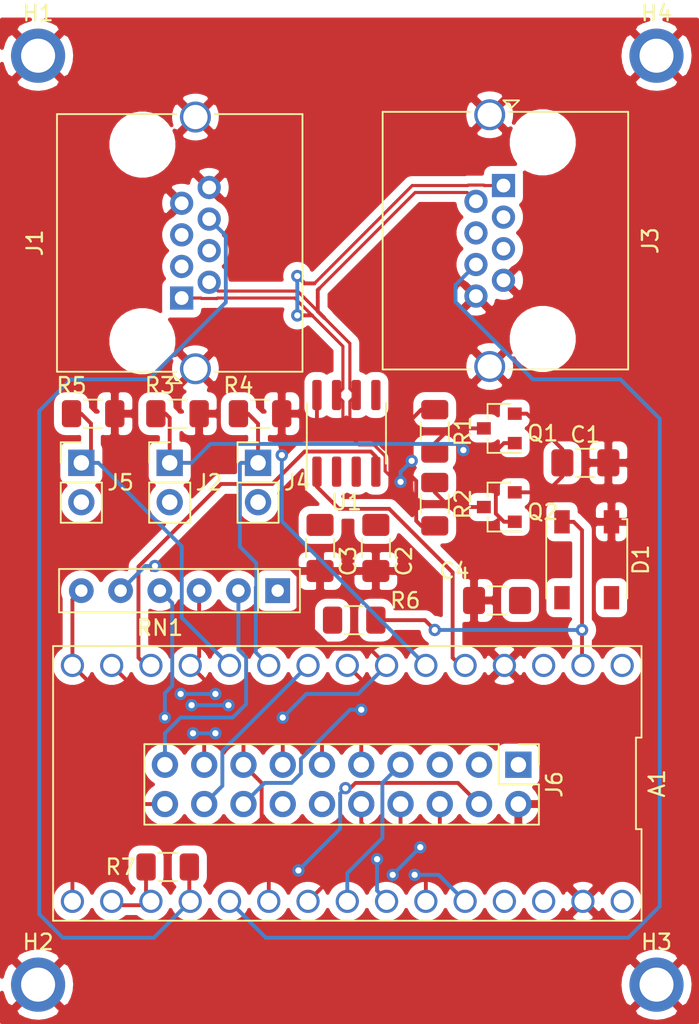
<source format=kicad_pcb>
(kicad_pcb (version 20171130) (host pcbnew 5.1.5-52549c5~84~ubuntu18.04.1)

  (general
    (thickness 1.6)
    (drawings 0)
    (tracks 294)
    (zones 0)
    (modules 27)
    (nets 40)
  )

  (page A4)
  (layers
    (0 F.Cu signal)
    (31 B.Cu signal)
    (32 B.Adhes user)
    (33 F.Adhes user)
    (34 B.Paste user)
    (35 F.Paste user)
    (36 B.SilkS user)
    (37 F.SilkS user)
    (38 B.Mask user)
    (39 F.Mask user)
    (40 Dwgs.User user)
    (41 Cmts.User user)
    (42 Eco1.User user)
    (43 Eco2.User user)
    (44 Edge.Cuts user)
    (45 Margin user)
    (46 B.CrtYd user)
    (47 F.CrtYd user)
    (48 B.Fab user)
    (49 F.Fab user)
  )

  (setup
    (last_trace_width 0.25)
    (trace_clearance 0.2)
    (zone_clearance 0.508)
    (zone_45_only no)
    (trace_min 0.2)
    (via_size 0.8)
    (via_drill 0.4)
    (via_min_size 0.4)
    (via_min_drill 0.3)
    (uvia_size 0.3)
    (uvia_drill 0.1)
    (uvias_allowed no)
    (uvia_min_size 0.2)
    (uvia_min_drill 0.1)
    (edge_width 0.05)
    (segment_width 0.2)
    (pcb_text_width 0.3)
    (pcb_text_size 1.5 1.5)
    (mod_edge_width 0.12)
    (mod_text_size 1 1)
    (mod_text_width 0.15)
    (pad_size 3.5 3.5)
    (pad_drill 2.2)
    (pad_to_mask_clearance 0.051)
    (solder_mask_min_width 0.25)
    (aux_axis_origin 0 0)
    (visible_elements FFFFFF7F)
    (pcbplotparams
      (layerselection 0x010fc_ffffffff)
      (usegerberextensions false)
      (usegerberattributes false)
      (usegerberadvancedattributes false)
      (creategerberjobfile false)
      (excludeedgelayer true)
      (linewidth 0.100000)
      (plotframeref false)
      (viasonmask false)
      (mode 1)
      (useauxorigin false)
      (hpglpennumber 1)
      (hpglpenspeed 20)
      (hpglpendiameter 15.000000)
      (psnegative false)
      (psa4output false)
      (plotreference true)
      (plotvalue true)
      (plotinvisibletext false)
      (padsonsilk false)
      (subtractmaskfromsilk false)
      (outputformat 1)
      (mirror false)
      (drillshape 1)
      (scaleselection 1)
      (outputdirectory ""))
  )

  (net 0 "")
  (net 1 SPI1_MISO)
  (net 2 D2)
  (net 3 SPI1_MOSI)
  (net 4 +3V3)
  (net 5 CAN_RX)
  (net 6 I2C2_SDA)
  (net 7 NBR_OUT)
  (net 8 "Net-(A1-Pad11)")
  (net 9 NBR_IN)
  (net 10 "Net-(A1-Pad10)")
  (net 11 A0)
  (net 12 D1)
  (net 13 A1)
  (net 14 D0)
  (net 15 SPI1_SCK)
  (net 16 I2C1_SDA)
  (net 17 I2C1_SCL)
  (net 18 SLNC)
  (net 19 A2)
  (net 20 CAN_TX)
  (net 21 A3)
  (net 22 GND)
  (net 23 +5V)
  (net 24 "Net-(A1-Pad3)")
  (net 25 "Net-(A1-Pad28)")
  (net 26 "Net-(A1-Pad2)")
  (net 27 I2C2_SCL)
  (net 28 +12V)
  (net 29 "Net-(C1-Pad1)")
  (net 30 "Net-(D1-Pad4)")
  (net 31 "Net-(J1-Pad3)")
  (net 32 "Net-(J3-Pad3)")
  (net 33 "Net-(J6-Pad14)")
  (net 34 "Net-(Q1-Pad3)")
  (net 35 "Net-(Q2-Pad3)")
  (net 36 "Net-(J2-Pad1)")
  (net 37 CAN_-)
  (net 38 CAN_+)
  (net 39 "Net-(J6-Pad12)")

  (net_class Default "This is the default net class."
    (clearance 0.2)
    (trace_width 0.25)
    (via_dia 0.8)
    (via_drill 0.4)
    (uvia_dia 0.3)
    (uvia_drill 0.1)
    (add_net +12V)
    (add_net +3V3)
    (add_net +5V)
    (add_net A0)
    (add_net A1)
    (add_net A2)
    (add_net A3)
    (add_net CAN_+)
    (add_net CAN_-)
    (add_net CAN_RX)
    (add_net CAN_TX)
    (add_net D0)
    (add_net D1)
    (add_net D2)
    (add_net GND)
    (add_net I2C1_SCL)
    (add_net I2C1_SDA)
    (add_net I2C2_SCL)
    (add_net I2C2_SDA)
    (add_net NBR_IN)
    (add_net NBR_OUT)
    (add_net "Net-(A1-Pad10)")
    (add_net "Net-(A1-Pad11)")
    (add_net "Net-(A1-Pad2)")
    (add_net "Net-(A1-Pad28)")
    (add_net "Net-(A1-Pad3)")
    (add_net "Net-(C1-Pad1)")
    (add_net "Net-(D1-Pad4)")
    (add_net "Net-(J1-Pad3)")
    (add_net "Net-(J2-Pad1)")
    (add_net "Net-(J3-Pad3)")
    (add_net "Net-(J6-Pad12)")
    (add_net "Net-(J6-Pad14)")
    (add_net "Net-(Q1-Pad3)")
    (add_net "Net-(Q2-Pad3)")
    (add_net SLNC)
    (add_net SPI1_MISO)
    (add_net SPI1_MOSI)
    (add_net SPI1_SCK)
  )

  (module MountingHole:MountingHole_2.2mm_M2_ISO7380_Pad (layer F.Cu) (tedit 56D1B4CB) (tstamp 5E3CF5C4)
    (at 140 100)
    (descr "Mounting Hole 2.2mm, M2, ISO7380")
    (tags "mounting hole 2.2mm m2 iso7380")
    (path /5EAD0CE0)
    (attr virtual)
    (fp_text reference H4 (at 0 -2.75) (layer F.SilkS)
      (effects (font (size 1 1) (thickness 0.15)))
    )
    (fp_text value TR (at -3.048 0) (layer F.Fab)
      (effects (font (size 1 1) (thickness 0.15)))
    )
    (fp_circle (center 0 0) (end 2 0) (layer F.CrtYd) (width 0.05))
    (fp_circle (center 0 0) (end 1.75 0) (layer Cmts.User) (width 0.15))
    (fp_text user %R (at 0.3 0) (layer F.Fab)
      (effects (font (size 1 1) (thickness 0.15)))
    )
    (pad 1 thru_hole circle (at 0 0) (size 3.5 3.5) (drill 2.2) (layers *.Cu *.Mask)
      (net 22 GND))
  )

  (module MountingHole:MountingHole_2.2mm_M2_ISO7380_Pad (layer F.Cu) (tedit 56D1B4CB) (tstamp 5E3CFA62)
    (at 140 160)
    (descr "Mounting Hole 2.2mm, M2, ISO7380")
    (tags "mounting hole 2.2mm m2 iso7380")
    (path /5EAD0A28)
    (attr virtual)
    (fp_text reference H3 (at 0 -2.75) (layer F.SilkS)
      (effects (font (size 1 1) (thickness 0.15)))
    )
    (fp_text value BR (at -3.048 0) (layer F.Fab)
      (effects (font (size 1 1) (thickness 0.15)))
    )
    (fp_circle (center 0 0) (end 2 0) (layer F.CrtYd) (width 0.05))
    (fp_circle (center 0 0) (end 1.75 0) (layer Cmts.User) (width 0.15))
    (fp_text user %R (at 0.3 0) (layer F.Fab)
      (effects (font (size 1 1) (thickness 0.15)))
    )
    (pad 1 thru_hole circle (at 0 0) (size 3.5 3.5) (drill 2.2) (layers *.Cu *.Mask)
      (net 22 GND))
  )

  (module MountingHole:MountingHole_2.2mm_M2_ISO7380_Pad (layer F.Cu) (tedit 56D1B4CB) (tstamp 5E3CFA0E)
    (at 100 160)
    (descr "Mounting Hole 2.2mm, M2, ISO7380")
    (tags "mounting hole 2.2mm m2 iso7380")
    (path /5EAD077A)
    (attr virtual)
    (fp_text reference H2 (at 0 -2.75) (layer F.SilkS)
      (effects (font (size 1 1) (thickness 0.15)))
    )
    (fp_text value BL (at 3.048 0) (layer F.Fab)
      (effects (font (size 1 1) (thickness 0.15)))
    )
    (fp_circle (center 0 0) (end 2 0) (layer F.CrtYd) (width 0.05))
    (fp_circle (center 0 0) (end 1.75 0) (layer Cmts.User) (width 0.15))
    (fp_text user %R (at 0.3 0) (layer F.Fab)
      (effects (font (size 1 1) (thickness 0.15)))
    )
    (pad 1 thru_hole circle (at 0 0) (size 3.5 3.5) (drill 2.2) (layers *.Cu *.Mask)
      (net 22 GND))
  )

  (module MountingHole:MountingHole_2.2mm_M2_ISO7380_Pad (layer F.Cu) (tedit 5E3C5F6D) (tstamp 5E3CFA29)
    (at 100 100)
    (descr "Mounting Hole 2.2mm, M2, ISO7380")
    (tags "mounting hole 2.2mm m2 iso7380")
    (path /5EABDDFD)
    (attr virtual)
    (fp_text reference H1 (at 0 -2.75) (layer F.SilkS)
      (effects (font (size 1 1) (thickness 0.15)))
    )
    (fp_text value TL (at 3.048 0) (layer F.Fab)
      (effects (font (size 1 1) (thickness 0.15)))
    )
    (fp_circle (center 0 0) (end 2 0) (layer F.CrtYd) (width 0.05))
    (fp_circle (center 0 0) (end 1.75 0) (layer Cmts.User) (width 0.15))
    (fp_text user %R (at 0.3 0) (layer F.Fab)
      (effects (font (size 1 1) (thickness 0.15)))
    )
    (pad 1 thru_hole circle (at 0 0) (size 3.5 3.5) (drill 2.2) (layers *.Cu *.Mask)
      (net 22 GND))
  )

  (module Connector_PinHeader_2.54mm:PinHeader_2x10_P2.54mm_Vertical (layer F.Cu) (tedit 59FED5CC) (tstamp 5E3CF9B5)
    (at 131.064 145.796 270)
    (descr "Through hole straight pin header, 2x10, 2.54mm pitch, double rows")
    (tags "Through hole pin header THT 2x10 2.54mm double row")
    (path /5EAB6E47)
    (fp_text reference J6 (at 1.27 -2.33 90) (layer F.SilkS)
      (effects (font (size 1 1) (thickness 0.15)))
    )
    (fp_text value Conn_02x10_Odd_Even (at 5.461 6.35 180) (layer F.Fab)
      (effects (font (size 1 1) (thickness 0.15)))
    )
    (fp_text user %R (at 1.27 11.43) (layer F.Fab)
      (effects (font (size 1 1) (thickness 0.15)))
    )
    (fp_line (start 4.35 -1.8) (end -1.8 -1.8) (layer F.CrtYd) (width 0.05))
    (fp_line (start 4.35 24.65) (end 4.35 -1.8) (layer F.CrtYd) (width 0.05))
    (fp_line (start -1.8 24.65) (end 4.35 24.65) (layer F.CrtYd) (width 0.05))
    (fp_line (start -1.8 -1.8) (end -1.8 24.65) (layer F.CrtYd) (width 0.05))
    (fp_line (start -1.33 -1.33) (end 0 -1.33) (layer F.SilkS) (width 0.12))
    (fp_line (start -1.33 0) (end -1.33 -1.33) (layer F.SilkS) (width 0.12))
    (fp_line (start 1.27 -1.33) (end 3.87 -1.33) (layer F.SilkS) (width 0.12))
    (fp_line (start 1.27 1.27) (end 1.27 -1.33) (layer F.SilkS) (width 0.12))
    (fp_line (start -1.33 1.27) (end 1.27 1.27) (layer F.SilkS) (width 0.12))
    (fp_line (start 3.87 -1.33) (end 3.87 24.19) (layer F.SilkS) (width 0.12))
    (fp_line (start -1.33 1.27) (end -1.33 24.19) (layer F.SilkS) (width 0.12))
    (fp_line (start -1.33 24.19) (end 3.87 24.19) (layer F.SilkS) (width 0.12))
    (fp_line (start -1.27 0) (end 0 -1.27) (layer F.Fab) (width 0.1))
    (fp_line (start -1.27 24.13) (end -1.27 0) (layer F.Fab) (width 0.1))
    (fp_line (start 3.81 24.13) (end -1.27 24.13) (layer F.Fab) (width 0.1))
    (fp_line (start 3.81 -1.27) (end 3.81 24.13) (layer F.Fab) (width 0.1))
    (fp_line (start 0 -1.27) (end 3.81 -1.27) (layer F.Fab) (width 0.1))
    (pad 20 thru_hole oval (at 2.54 22.86 270) (size 1.7 1.7) (drill 1) (layers *.Cu *.Mask)
      (net 2 D2))
    (pad 19 thru_hole oval (at 0 22.86 270) (size 1.7 1.7) (drill 1) (layers *.Cu *.Mask)
      (net 27 I2C2_SCL))
    (pad 18 thru_hole oval (at 2.54 20.32 270) (size 1.7 1.7) (drill 1) (layers *.Cu *.Mask)
      (net 12 D1))
    (pad 17 thru_hole oval (at 0 20.32 270) (size 1.7 1.7) (drill 1) (layers *.Cu *.Mask)
      (net 6 I2C2_SDA))
    (pad 16 thru_hole oval (at 2.54 17.78 270) (size 1.7 1.7) (drill 1) (layers *.Cu *.Mask)
      (net 14 D0))
    (pad 15 thru_hole oval (at 0 17.78 270) (size 1.7 1.7) (drill 1) (layers *.Cu *.Mask)
      (net 17 I2C1_SCL))
    (pad 14 thru_hole oval (at 2.54 15.24 270) (size 1.7 1.7) (drill 1) (layers *.Cu *.Mask)
      (net 33 "Net-(J6-Pad14)"))
    (pad 13 thru_hole oval (at 0 15.24 270) (size 1.7 1.7) (drill 1) (layers *.Cu *.Mask)
      (net 16 I2C1_SDA))
    (pad 12 thru_hole oval (at 2.54 12.7 270) (size 1.7 1.7) (drill 1) (layers *.Cu *.Mask)
      (net 39 "Net-(J6-Pad12)"))
    (pad 11 thru_hole oval (at 0 12.7 270) (size 1.7 1.7) (drill 1) (layers *.Cu *.Mask)
      (net 1 SPI1_MISO))
    (pad 10 thru_hole oval (at 2.54 10.16 270) (size 1.7 1.7) (drill 1) (layers *.Cu *.Mask)
      (net 21 A3))
    (pad 9 thru_hole oval (at 0 10.16 270) (size 1.7 1.7) (drill 1) (layers *.Cu *.Mask)
      (net 3 SPI1_MOSI))
    (pad 8 thru_hole oval (at 2.54 7.62 270) (size 1.7 1.7) (drill 1) (layers *.Cu *.Mask)
      (net 19 A2))
    (pad 7 thru_hole oval (at 0 7.62 270) (size 1.7 1.7) (drill 1) (layers *.Cu *.Mask)
      (net 15 SPI1_SCK))
    (pad 6 thru_hole oval (at 2.54 5.08 270) (size 1.7 1.7) (drill 1) (layers *.Cu *.Mask)
      (net 13 A1))
    (pad 5 thru_hole oval (at 0 5.08 270) (size 1.7 1.7) (drill 1) (layers *.Cu *.Mask)
      (net 4 +3V3))
    (pad 4 thru_hole oval (at 2.54 2.54 270) (size 1.7 1.7) (drill 1) (layers *.Cu *.Mask)
      (net 11 A0))
    (pad 3 thru_hole oval (at 0 2.54 270) (size 1.7 1.7) (drill 1) (layers *.Cu *.Mask)
      (net 23 +5V))
    (pad 2 thru_hole oval (at 2.54 0 270) (size 1.7 1.7) (drill 1) (layers *.Cu *.Mask)
      (net 22 GND))
    (pad 1 thru_hole rect (at 0 0 270) (size 1.7 1.7) (drill 1) (layers *.Cu *.Mask)
      (net 28 +12V))
    (model ${KISYS3DMOD}/Connector_PinHeader_2.54mm.3dshapes/PinHeader_2x10_P2.54mm_Vertical.wrl
      (at (xyz 0 0 0))
      (scale (xyz 1 1 1))
      (rotate (xyz 0 0 0))
    )
  )

  (module BeeMS:NUCLEO-G431KB locked (layer F.Cu) (tedit 5E35BBCC) (tstamp 5E3CF73A)
    (at 120 147 180)
    (descr NUCLEO-G431KB)
    (tags "STM STM32 STM32G4")
    (path /5E35C784)
    (fp_text reference A1 (at -20.03 0 90) (layer F.SilkS)
      (effects (font (size 1 1) (thickness 0.15)))
    )
    (fp_text value NUCLEO-G431KB (at -11.43 -5.715) (layer F.Fab)
      (effects (font (size 1 1) (thickness 0.15)))
    )
    (fp_line (start -18.78 8.62) (end -18.78 -8.62) (layer F.CrtYd) (width 0.05))
    (fp_line (start 18.78 8.62) (end -18.78 8.62) (layer F.CrtYd) (width 0.05))
    (fp_line (start 18.78 -8.62) (end 18.78 8.62) (layer F.CrtYd) (width 0.05))
    (fp_line (start -18.78 -8.62) (end 18.78 -8.62) (layer F.CrtYd) (width 0.05))
    (fp_line (start -19.03 2.956666) (end -19.03 8.869999) (layer F.SilkS) (width 0.12))
    (fp_line (start -18.67 2.956666) (end -19.03 2.956666) (layer F.SilkS) (width 0.12))
    (fp_line (start -18.67 -2.956666) (end -18.67 2.956666) (layer F.SilkS) (width 0.12))
    (fp_line (start -19.03 -2.956666) (end -18.67 -2.956666) (layer F.SilkS) (width 0.12))
    (fp_line (start -19.03 -8.87) (end -19.03 -2.956666) (layer F.SilkS) (width 0.12))
    (fp_line (start 19.03 -8.869999) (end -19.03 -8.87) (layer F.SilkS) (width 0.12))
    (fp_line (start 19.03 8.87) (end 19.03 -8.869999) (layer F.SilkS) (width 0.12))
    (fp_line (start -19.03 8.869999) (end 19.03 8.87) (layer F.SilkS) (width 0.12))
    (pad 15 thru_hole circle (at 17.78 7.62 180) (size 1.5 1.5) (drill 1.1) (layers *.Cu *.Mask)
      (net 1 SPI1_MISO))
    (pad 16 thru_hole circle (at 17.78 -7.62 180) (size 1.5 1.5) (drill 1.1) (layers *.Cu *.Mask)
      (net 2 D2))
    (pad 14 thru_hole circle (at 15.24 7.62 180) (size 1.5 1.5) (drill 1.1) (layers *.Cu *.Mask)
      (net 3 SPI1_MOSI))
    (pad 17 thru_hole circle (at 15.24 -7.62 180) (size 1.5 1.5) (drill 1.1) (layers *.Cu *.Mask)
      (net 4 +3V3))
    (pad 13 thru_hole circle (at 12.7 7.62 180) (size 1.5 1.5) (drill 1.1) (layers *.Cu *.Mask)
      (net 5 CAN_RX))
    (pad 18 thru_hole circle (at 12.7 -7.62 180) (size 1.5 1.5) (drill 1.1) (layers *.Cu *.Mask)
      (net 4 +3V3))
    (pad 12 thru_hole circle (at 10.16 7.62 180) (size 1.5 1.5) (drill 1.1) (layers *.Cu *.Mask)
      (net 6 I2C2_SDA))
    (pad 19 thru_hole circle (at 10.16 -7.62 180) (size 1.5 1.5) (drill 1.1) (layers *.Cu *.Mask)
      (net 7 NBR_OUT))
    (pad 11 thru_hole circle (at 7.62 7.62 180) (size 1.5 1.5) (drill 1.1) (layers *.Cu *.Mask)
      (net 8 "Net-(A1-Pad11)"))
    (pad 20 thru_hole circle (at 7.62 -7.62 180) (size 1.5 1.5) (drill 1.1) (layers *.Cu *.Mask)
      (net 9 NBR_IN))
    (pad 10 thru_hole circle (at 5.08 7.62 180) (size 1.5 1.5) (drill 1.1) (layers *.Cu *.Mask)
      (net 10 "Net-(A1-Pad10)"))
    (pad 21 thru_hole circle (at 5.08 -7.62 180) (size 1.5 1.5) (drill 1.1) (layers *.Cu *.Mask)
      (net 11 A0))
    (pad 9 thru_hole circle (at 2.54 7.62 180) (size 1.5 1.5) (drill 1.1) (layers *.Cu *.Mask)
      (net 12 D1))
    (pad 22 thru_hole circle (at 2.54 -7.62 180) (size 1.5 1.5) (drill 1.1) (layers *.Cu *.Mask)
      (net 13 A1))
    (pad 8 thru_hole circle (at 0 7.62 180) (size 1.5 1.5) (drill 1.1) (layers *.Cu *.Mask)
      (net 14 D0))
    (pad 23 thru_hole circle (at 0 -7.62 180) (size 1.5 1.5) (drill 1.1) (layers *.Cu *.Mask)
      (net 15 SPI1_SCK))
    (pad 7 thru_hole circle (at -2.54 7.62 180) (size 1.5 1.5) (drill 1.1) (layers *.Cu *.Mask)
      (net 16 I2C1_SDA))
    (pad 24 thru_hole circle (at -2.54 -7.62 180) (size 1.5 1.5) (drill 1.1) (layers *.Cu *.Mask)
      (net 17 I2C1_SCL))
    (pad 6 thru_hole circle (at -5.08 7.62 180) (size 1.5 1.5) (drill 1.1) (layers *.Cu *.Mask)
      (net 18 SLNC))
    (pad 25 thru_hole circle (at -5.08 -7.62 180) (size 1.5 1.5) (drill 1.1) (layers *.Cu *.Mask)
      (net 19 A2))
    (pad 5 thru_hole circle (at -7.62 7.62 180) (size 1.5 1.5) (drill 1.1) (layers *.Cu *.Mask)
      (net 20 CAN_TX))
    (pad 26 thru_hole circle (at -7.62 -7.62 180) (size 1.5 1.5) (drill 1.1) (layers *.Cu *.Mask)
      (net 21 A3))
    (pad 4 thru_hole circle (at -10.16 7.62 180) (size 1.5 1.5) (drill 1.1) (layers *.Cu *.Mask)
      (net 22 GND))
    (pad 27 thru_hole circle (at -10.16 -7.62 180) (size 1.5 1.5) (drill 1.1) (layers *.Cu *.Mask)
      (net 23 +5V))
    (pad 3 thru_hole circle (at -12.7 7.62 180) (size 1.5 1.5) (drill 1.1) (layers *.Cu *.Mask)
      (net 24 "Net-(A1-Pad3)"))
    (pad 28 thru_hole circle (at -12.7 -7.62 180) (size 1.5 1.5) (drill 1.1) (layers *.Cu *.Mask)
      (net 25 "Net-(A1-Pad28)"))
    (pad 2 thru_hole circle (at -15.24 7.62 180) (size 1.5 1.5) (drill 1.1) (layers *.Cu *.Mask)
      (net 26 "Net-(A1-Pad2)"))
    (pad 29 thru_hole circle (at -15.24 -7.62 180) (size 1.5 1.5) (drill 1.1) (layers *.Cu *.Mask)
      (net 22 GND))
    (pad 1 thru_hole circle (at -17.78 7.62 180) (size 1.5 1.5) (drill 1.1) (layers *.Cu *.Mask)
      (net 27 I2C2_SCL))
    (pad 30 thru_hole circle (at -17.78 -7.62 180) (size 1.5 1.5) (drill 1.1) (layers *.Cu *.Mask)
      (net 28 +12V))
  )

  (module Package_SO:SOIC-8_3.9x4.9mm_P1.27mm (layer F.Cu) (tedit 5D9F72B1) (tstamp 5E3CF828)
    (at 119.94154 124.39162 90)
    (descr "SOIC, 8 Pin (JEDEC MS-012AA, https://www.analog.com/media/en/package-pcb-resources/package/pkg_pdf/soic_narrow-r/r_8.pdf), generated with kicad-footprint-generator ipc_gullwing_generator.py")
    (tags "SOIC SO")
    (path /5E67D811)
    (attr smd)
    (fp_text reference U1 (at -4.445 0 180) (layer F.SilkS)
      (effects (font (size 1 1) (thickness 0.15)))
    )
    (fp_text value MCP2558FD-xSN (at 10.16 0 270) (layer F.Fab)
      (effects (font (size 1 1) (thickness 0.15)))
    )
    (fp_text user %R (at 0 0 90) (layer F.Fab)
      (effects (font (size 0.98 0.98) (thickness 0.15)))
    )
    (fp_line (start 3.7 -2.7) (end -3.7 -2.7) (layer F.CrtYd) (width 0.05))
    (fp_line (start 3.7 2.7) (end 3.7 -2.7) (layer F.CrtYd) (width 0.05))
    (fp_line (start -3.7 2.7) (end 3.7 2.7) (layer F.CrtYd) (width 0.05))
    (fp_line (start -3.7 -2.7) (end -3.7 2.7) (layer F.CrtYd) (width 0.05))
    (fp_line (start -1.95 -1.475) (end -0.975 -2.45) (layer F.Fab) (width 0.1))
    (fp_line (start -1.95 2.45) (end -1.95 -1.475) (layer F.Fab) (width 0.1))
    (fp_line (start 1.95 2.45) (end -1.95 2.45) (layer F.Fab) (width 0.1))
    (fp_line (start 1.95 -2.45) (end 1.95 2.45) (layer F.Fab) (width 0.1))
    (fp_line (start -0.975 -2.45) (end 1.95 -2.45) (layer F.Fab) (width 0.1))
    (fp_line (start 0 -2.56) (end -3.45 -2.56) (layer F.SilkS) (width 0.12))
    (fp_line (start 0 -2.56) (end 1.95 -2.56) (layer F.SilkS) (width 0.12))
    (fp_line (start 0 2.56) (end -1.95 2.56) (layer F.SilkS) (width 0.12))
    (fp_line (start 0 2.56) (end 1.95 2.56) (layer F.SilkS) (width 0.12))
    (pad 8 smd roundrect (at 2.475 -1.905 90) (size 1.95 0.6) (layers F.Cu F.Paste F.Mask) (roundrect_rratio 0.25)
      (net 18 SLNC))
    (pad 7 smd roundrect (at 2.475 -0.635 90) (size 1.95 0.6) (layers F.Cu F.Paste F.Mask) (roundrect_rratio 0.25)
      (net 38 CAN_+))
    (pad 6 smd roundrect (at 2.475 0.635 90) (size 1.95 0.6) (layers F.Cu F.Paste F.Mask) (roundrect_rratio 0.25)
      (net 37 CAN_-))
    (pad 5 smd roundrect (at 2.475 1.905 90) (size 1.95 0.6) (layers F.Cu F.Paste F.Mask) (roundrect_rratio 0.25)
      (net 4 +3V3))
    (pad 4 smd roundrect (at -2.475 1.905 90) (size 1.95 0.6) (layers F.Cu F.Paste F.Mask) (roundrect_rratio 0.25)
      (net 5 CAN_RX))
    (pad 3 smd roundrect (at -2.475 0.635 90) (size 1.95 0.6) (layers F.Cu F.Paste F.Mask) (roundrect_rratio 0.25)
      (net 23 +5V))
    (pad 2 smd roundrect (at -2.475 -0.635 90) (size 1.95 0.6) (layers F.Cu F.Paste F.Mask) (roundrect_rratio 0.25)
      (net 22 GND))
    (pad 1 smd roundrect (at -2.475 -1.905 90) (size 1.95 0.6) (layers F.Cu F.Paste F.Mask) (roundrect_rratio 0.25)
      (net 20 CAN_TX))
    (model ${KISYS3DMOD}/Package_SO.3dshapes/SOIC-8_3.9x4.9mm_P1.27mm.wrl
      (at (xyz 0 0 0))
      (scale (xyz 1 1 1))
      (rotate (xyz 0 0 0))
    )
  )

  (module Resistor_THT:R_Array_SIP6 (layer F.Cu) (tedit 5A14249F) (tstamp 5E3CF8E7)
    (at 115.49654 134.55162 180)
    (descr "6-pin Resistor SIP pack")
    (tags R)
    (path /5E608260)
    (fp_text reference RN1 (at 7.62 -2.4) (layer F.SilkS)
      (effects (font (size 1 1) (thickness 0.15)))
    )
    (fp_text value 10k (at 4.445 -2.54) (layer F.Fab)
      (effects (font (size 1 1) (thickness 0.15)))
    )
    (fp_line (start 14.4 -1.65) (end -1.7 -1.65) (layer F.CrtYd) (width 0.05))
    (fp_line (start 14.4 1.65) (end 14.4 -1.65) (layer F.CrtYd) (width 0.05))
    (fp_line (start -1.7 1.65) (end 14.4 1.65) (layer F.CrtYd) (width 0.05))
    (fp_line (start -1.7 -1.65) (end -1.7 1.65) (layer F.CrtYd) (width 0.05))
    (fp_line (start 1.27 -1.4) (end 1.27 1.4) (layer F.SilkS) (width 0.12))
    (fp_line (start 14.14 -1.4) (end -1.44 -1.4) (layer F.SilkS) (width 0.12))
    (fp_line (start 14.14 1.4) (end 14.14 -1.4) (layer F.SilkS) (width 0.12))
    (fp_line (start -1.44 1.4) (end 14.14 1.4) (layer F.SilkS) (width 0.12))
    (fp_line (start -1.44 -1.4) (end -1.44 1.4) (layer F.SilkS) (width 0.12))
    (fp_line (start 1.27 -1.25) (end 1.27 1.25) (layer F.Fab) (width 0.1))
    (fp_line (start 13.99 -1.25) (end -1.29 -1.25) (layer F.Fab) (width 0.1))
    (fp_line (start 13.99 1.25) (end 13.99 -1.25) (layer F.Fab) (width 0.1))
    (fp_line (start -1.29 1.25) (end 13.99 1.25) (layer F.Fab) (width 0.1))
    (fp_line (start -1.29 -1.25) (end -1.29 1.25) (layer F.Fab) (width 0.1))
    (fp_text user %R (at 6.35 0) (layer F.Fab)
      (effects (font (size 1 1) (thickness 0.15)))
    )
    (pad 6 thru_hole oval (at 12.7 0 180) (size 1.6 1.6) (drill 0.8) (layers *.Cu *.Mask)
      (net 1 SPI1_MISO))
    (pad 5 thru_hole oval (at 10.16 0 180) (size 1.6 1.6) (drill 0.8) (layers *.Cu *.Mask)
      (net 16 I2C1_SDA))
    (pad 4 thru_hole oval (at 7.62 0 180) (size 1.6 1.6) (drill 0.8) (layers *.Cu *.Mask)
      (net 17 I2C1_SCL))
    (pad 3 thru_hole oval (at 5.08 0 180) (size 1.6 1.6) (drill 0.8) (layers *.Cu *.Mask)
      (net 6 I2C2_SDA))
    (pad 2 thru_hole oval (at 2.54 0 180) (size 1.6 1.6) (drill 0.8) (layers *.Cu *.Mask)
      (net 27 I2C2_SCL))
    (pad 1 thru_hole rect (at 0 0 180) (size 1.6 1.6) (drill 0.8) (layers *.Cu *.Mask)
      (net 4 +3V3))
    (model ${KISYS3DMOD}/Resistor_THT.3dshapes/R_Array_SIP6.wrl
      (at (xyz 0 0 0))
      (scale (xyz 1 1 1))
      (rotate (xyz 0 0 0))
    )
  )

  (module Resistor_SMD:R_1206_3216Metric (layer F.Cu) (tedit 5B301BBD) (tstamp 5E3CF8AC)
    (at 108.38154 152.4)
    (descr "Resistor SMD 1206 (3216 Metric), square (rectangular) end terminal, IPC_7351 nominal, (Body size source: http://www.tortai-tech.com/upload/download/2011102023233369053.pdf), generated with kicad-footprint-generator")
    (tags resistor)
    (path /5E85C9E9)
    (attr smd)
    (fp_text reference R7 (at -3.045 0) (layer F.SilkS)
      (effects (font (size 1 1) (thickness 0.15)))
    )
    (fp_text value 10k (at 3.305 0.635) (layer F.Fab)
      (effects (font (size 1 1) (thickness 0.15)))
    )
    (fp_text user %R (at 0 0) (layer F.Fab)
      (effects (font (size 0.8 0.8) (thickness 0.12)))
    )
    (fp_line (start 2.28 1.12) (end -2.28 1.12) (layer F.CrtYd) (width 0.05))
    (fp_line (start 2.28 -1.12) (end 2.28 1.12) (layer F.CrtYd) (width 0.05))
    (fp_line (start -2.28 -1.12) (end 2.28 -1.12) (layer F.CrtYd) (width 0.05))
    (fp_line (start -2.28 1.12) (end -2.28 -1.12) (layer F.CrtYd) (width 0.05))
    (fp_line (start -0.602064 0.91) (end 0.602064 0.91) (layer F.SilkS) (width 0.12))
    (fp_line (start -0.602064 -0.91) (end 0.602064 -0.91) (layer F.SilkS) (width 0.12))
    (fp_line (start 1.6 0.8) (end -1.6 0.8) (layer F.Fab) (width 0.1))
    (fp_line (start 1.6 -0.8) (end 1.6 0.8) (layer F.Fab) (width 0.1))
    (fp_line (start -1.6 -0.8) (end 1.6 -0.8) (layer F.Fab) (width 0.1))
    (fp_line (start -1.6 0.8) (end -1.6 -0.8) (layer F.Fab) (width 0.1))
    (pad 2 smd roundrect (at 1.4 0) (size 1.25 1.75) (layers F.Cu F.Paste F.Mask) (roundrect_rratio 0.2)
      (net 7 NBR_OUT))
    (pad 1 smd roundrect (at -1.4 0) (size 1.25 1.75) (layers F.Cu F.Paste F.Mask) (roundrect_rratio 0.2)
      (net 4 +3V3))
    (model ${KISYS3DMOD}/Resistor_SMD.3dshapes/R_1206_3216Metric.wrl
      (at (xyz 0 0 0))
      (scale (xyz 1 1 1))
      (rotate (xyz 0 0 0))
    )
  )

  (module Resistor_SMD:R_1206_3216Metric (layer F.Cu) (tedit 5B301BBD) (tstamp 5E3CF489)
    (at 120.44654 136.45662)
    (descr "Resistor SMD 1206 (3216 Metric), square (rectangular) end terminal, IPC_7351 nominal, (Body size source: http://www.tortai-tech.com/upload/download/2011102023233369053.pdf), generated with kicad-footprint-generator")
    (tags resistor)
    (path /5E4AB335)
    (attr smd)
    (fp_text reference R6 (at 3.305 -1.27) (layer F.SilkS)
      (effects (font (size 1 1) (thickness 0.15)))
    )
    (fp_text value 10k (at -3.94 -1.27) (layer F.Fab)
      (effects (font (size 1 1) (thickness 0.15)))
    )
    (fp_text user %R (at 0 0 180) (layer F.Fab)
      (effects (font (size 0.8 0.8) (thickness 0.12)))
    )
    (fp_line (start 2.28 1.12) (end -2.28 1.12) (layer F.CrtYd) (width 0.05))
    (fp_line (start 2.28 -1.12) (end 2.28 1.12) (layer F.CrtYd) (width 0.05))
    (fp_line (start -2.28 -1.12) (end 2.28 -1.12) (layer F.CrtYd) (width 0.05))
    (fp_line (start -2.28 1.12) (end -2.28 -1.12) (layer F.CrtYd) (width 0.05))
    (fp_line (start -0.602064 0.91) (end 0.602064 0.91) (layer F.SilkS) (width 0.12))
    (fp_line (start -0.602064 -0.91) (end 0.602064 -0.91) (layer F.SilkS) (width 0.12))
    (fp_line (start 1.6 0.8) (end -1.6 0.8) (layer F.Fab) (width 0.1))
    (fp_line (start 1.6 -0.8) (end 1.6 0.8) (layer F.Fab) (width 0.1))
    (fp_line (start -1.6 -0.8) (end 1.6 -0.8) (layer F.Fab) (width 0.1))
    (fp_line (start -1.6 0.8) (end -1.6 -0.8) (layer F.Fab) (width 0.1))
    (pad 2 smd roundrect (at 1.4 0) (size 1.25 1.75) (layers F.Cu F.Paste F.Mask) (roundrect_rratio 0.2)
      (net 26 "Net-(A1-Pad2)"))
    (pad 1 smd roundrect (at -1.4 0) (size 1.25 1.75) (layers F.Cu F.Paste F.Mask) (roundrect_rratio 0.2)
      (net 23 +5V))
    (model ${KISYS3DMOD}/Resistor_SMD.3dshapes/R_1206_3216Metric.wrl
      (at (xyz 0 0 0))
      (scale (xyz 1 1 1))
      (rotate (xyz 0 0 0))
    )
  )

  (module Resistor_SMD:R_1206_3216Metric (layer F.Cu) (tedit 5B301BBD) (tstamp 5E3CF561)
    (at 103.56154 123.12162)
    (descr "Resistor SMD 1206 (3216 Metric), square (rectangular) end terminal, IPC_7351 nominal, (Body size source: http://www.tortai-tech.com/upload/download/2011102023233369053.pdf), generated with kicad-footprint-generator")
    (tags resistor)
    (path /5E3D93A5)
    (attr smd)
    (fp_text reference R5 (at -1.4 -1.82) (layer F.SilkS)
      (effects (font (size 1 1) (thickness 0.15)))
    )
    (fp_text value 10k (at 1.775 1.82) (layer F.Fab)
      (effects (font (size 1 1) (thickness 0.15)))
    )
    (fp_text user %R (at 0 0) (layer F.Fab)
      (effects (font (size 0.8 0.8) (thickness 0.12)))
    )
    (fp_line (start 2.28 1.12) (end -2.28 1.12) (layer F.CrtYd) (width 0.05))
    (fp_line (start 2.28 -1.12) (end 2.28 1.12) (layer F.CrtYd) (width 0.05))
    (fp_line (start -2.28 -1.12) (end 2.28 -1.12) (layer F.CrtYd) (width 0.05))
    (fp_line (start -2.28 1.12) (end -2.28 -1.12) (layer F.CrtYd) (width 0.05))
    (fp_line (start -0.602064 0.91) (end 0.602064 0.91) (layer F.SilkS) (width 0.12))
    (fp_line (start -0.602064 -0.91) (end 0.602064 -0.91) (layer F.SilkS) (width 0.12))
    (fp_line (start 1.6 0.8) (end -1.6 0.8) (layer F.Fab) (width 0.1))
    (fp_line (start 1.6 -0.8) (end 1.6 0.8) (layer F.Fab) (width 0.1))
    (fp_line (start -1.6 -0.8) (end 1.6 -0.8) (layer F.Fab) (width 0.1))
    (fp_line (start -1.6 0.8) (end -1.6 -0.8) (layer F.Fab) (width 0.1))
    (pad 2 smd roundrect (at 1.4 0) (size 1.25 1.75) (layers F.Cu F.Paste F.Mask) (roundrect_rratio 0.2)
      (net 22 GND))
    (pad 1 smd roundrect (at -1.4 0) (size 1.25 1.75) (layers F.Cu F.Paste F.Mask) (roundrect_rratio 0.2)
      (net 8 "Net-(A1-Pad11)"))
    (model ${KISYS3DMOD}/Resistor_SMD.3dshapes/R_1206_3216Metric.wrl
      (at (xyz 0 0 0))
      (scale (xyz 1 1 1))
      (rotate (xyz 0 0 0))
    )
  )

  (module Resistor_SMD:R_1206_3216Metric (layer F.Cu) (tedit 5B301BBD) (tstamp 5E3CFAB6)
    (at 114.35654 123.12162)
    (descr "Resistor SMD 1206 (3216 Metric), square (rectangular) end terminal, IPC_7351 nominal, (Body size source: http://www.tortai-tech.com/upload/download/2011102023233369053.pdf), generated with kicad-footprint-generator")
    (tags resistor)
    (path /5E3EF185)
    (attr smd)
    (fp_text reference R4 (at -1.4 -1.82) (layer F.SilkS)
      (effects (font (size 1 1) (thickness 0.15)))
    )
    (fp_text value 10k (at 1.775 1.82) (layer F.Fab)
      (effects (font (size 1 1) (thickness 0.15)))
    )
    (fp_text user %R (at 0 0) (layer F.Fab)
      (effects (font (size 0.8 0.8) (thickness 0.12)))
    )
    (fp_line (start 2.28 1.12) (end -2.28 1.12) (layer F.CrtYd) (width 0.05))
    (fp_line (start 2.28 -1.12) (end 2.28 1.12) (layer F.CrtYd) (width 0.05))
    (fp_line (start -2.28 -1.12) (end 2.28 -1.12) (layer F.CrtYd) (width 0.05))
    (fp_line (start -2.28 1.12) (end -2.28 -1.12) (layer F.CrtYd) (width 0.05))
    (fp_line (start -0.602064 0.91) (end 0.602064 0.91) (layer F.SilkS) (width 0.12))
    (fp_line (start -0.602064 -0.91) (end 0.602064 -0.91) (layer F.SilkS) (width 0.12))
    (fp_line (start 1.6 0.8) (end -1.6 0.8) (layer F.Fab) (width 0.1))
    (fp_line (start 1.6 -0.8) (end 1.6 0.8) (layer F.Fab) (width 0.1))
    (fp_line (start -1.6 -0.8) (end 1.6 -0.8) (layer F.Fab) (width 0.1))
    (fp_line (start -1.6 0.8) (end -1.6 -0.8) (layer F.Fab) (width 0.1))
    (pad 2 smd roundrect (at 1.4 0) (size 1.25 1.75) (layers F.Cu F.Paste F.Mask) (roundrect_rratio 0.2)
      (net 22 GND))
    (pad 1 smd roundrect (at -1.4 0) (size 1.25 1.75) (layers F.Cu F.Paste F.Mask) (roundrect_rratio 0.2)
      (net 10 "Net-(A1-Pad10)"))
    (model ${KISYS3DMOD}/Resistor_SMD.3dshapes/R_1206_3216Metric.wrl
      (at (xyz 0 0 0))
      (scale (xyz 1 1 1))
      (rotate (xyz 0 0 0))
    )
  )

  (module Resistor_SMD:R_1206_3216Metric (layer F.Cu) (tedit 5B301BBD) (tstamp 5E3CFB34)
    (at 109.01654 123.12162)
    (descr "Resistor SMD 1206 (3216 Metric), square (rectangular) end terminal, IPC_7351 nominal, (Body size source: http://www.tortai-tech.com/upload/download/2011102023233369053.pdf), generated with kicad-footprint-generator")
    (tags resistor)
    (path /5E3A9278)
    (attr smd)
    (fp_text reference R3 (at -1.14 -1.82) (layer F.SilkS)
      (effects (font (size 1 1) (thickness 0.15)))
    )
    (fp_text value 10k (at 2.035 1.82) (layer F.Fab)
      (effects (font (size 1 1) (thickness 0.15)))
    )
    (fp_text user %R (at 0 0) (layer F.Fab)
      (effects (font (size 0.8 0.8) (thickness 0.12)))
    )
    (fp_line (start 2.28 1.12) (end -2.28 1.12) (layer F.CrtYd) (width 0.05))
    (fp_line (start 2.28 -1.12) (end 2.28 1.12) (layer F.CrtYd) (width 0.05))
    (fp_line (start -2.28 -1.12) (end 2.28 -1.12) (layer F.CrtYd) (width 0.05))
    (fp_line (start -2.28 1.12) (end -2.28 -1.12) (layer F.CrtYd) (width 0.05))
    (fp_line (start -0.602064 0.91) (end 0.602064 0.91) (layer F.SilkS) (width 0.12))
    (fp_line (start -0.602064 -0.91) (end 0.602064 -0.91) (layer F.SilkS) (width 0.12))
    (fp_line (start 1.6 0.8) (end -1.6 0.8) (layer F.Fab) (width 0.1))
    (fp_line (start 1.6 -0.8) (end 1.6 0.8) (layer F.Fab) (width 0.1))
    (fp_line (start -1.6 -0.8) (end 1.6 -0.8) (layer F.Fab) (width 0.1))
    (fp_line (start -1.6 0.8) (end -1.6 -0.8) (layer F.Fab) (width 0.1))
    (pad 2 smd roundrect (at 1.4 0) (size 1.25 1.75) (layers F.Cu F.Paste F.Mask) (roundrect_rratio 0.2)
      (net 22 GND))
    (pad 1 smd roundrect (at -1.4 0) (size 1.25 1.75) (layers F.Cu F.Paste F.Mask) (roundrect_rratio 0.2)
      (net 36 "Net-(J2-Pad1)"))
    (model ${KISYS3DMOD}/Resistor_SMD.3dshapes/R_1206_3216Metric.wrl
      (at (xyz 0 0 0))
      (scale (xyz 1 1 1))
      (rotate (xyz 0 0 0))
    )
  )

  (module Resistor_SMD:R_1206_3216Metric (layer F.Cu) (tedit 5B301BBD) (tstamp 5E3CF927)
    (at 125.65654 128.96662 270)
    (descr "Resistor SMD 1206 (3216 Metric), square (rectangular) end terminal, IPC_7351 nominal, (Body size source: http://www.tortai-tech.com/upload/download/2011102023233369053.pdf), generated with kicad-footprint-generator")
    (tags resistor)
    (path /5E36584A)
    (attr smd)
    (fp_text reference R2 (at 0 -1.82 90) (layer F.SilkS)
      (effects (font (size 1 1) (thickness 0.15)))
    )
    (fp_text value 60 (at 0 1.82 90) (layer F.Fab)
      (effects (font (size 1 1) (thickness 0.15)))
    )
    (fp_text user %R (at 0 0 90) (layer F.Fab)
      (effects (font (size 0.8 0.8) (thickness 0.12)))
    )
    (fp_line (start 2.28 1.12) (end -2.28 1.12) (layer F.CrtYd) (width 0.05))
    (fp_line (start 2.28 -1.12) (end 2.28 1.12) (layer F.CrtYd) (width 0.05))
    (fp_line (start -2.28 -1.12) (end 2.28 -1.12) (layer F.CrtYd) (width 0.05))
    (fp_line (start -2.28 1.12) (end -2.28 -1.12) (layer F.CrtYd) (width 0.05))
    (fp_line (start -0.602064 0.91) (end 0.602064 0.91) (layer F.SilkS) (width 0.12))
    (fp_line (start -0.602064 -0.91) (end 0.602064 -0.91) (layer F.SilkS) (width 0.12))
    (fp_line (start 1.6 0.8) (end -1.6 0.8) (layer F.Fab) (width 0.1))
    (fp_line (start 1.6 -0.8) (end 1.6 0.8) (layer F.Fab) (width 0.1))
    (fp_line (start -1.6 -0.8) (end 1.6 -0.8) (layer F.Fab) (width 0.1))
    (fp_line (start -1.6 0.8) (end -1.6 -0.8) (layer F.Fab) (width 0.1))
    (pad 2 smd roundrect (at 1.4 0 270) (size 1.25 1.75) (layers F.Cu F.Paste F.Mask) (roundrect_rratio 0.2)
      (net 37 CAN_-))
    (pad 1 smd roundrect (at -1.4 0 270) (size 1.25 1.75) (layers F.Cu F.Paste F.Mask) (roundrect_rratio 0.2)
      (net 35 "Net-(Q2-Pad3)"))
    (model ${KISYS3DMOD}/Resistor_SMD.3dshapes/R_1206_3216Metric.wrl
      (at (xyz 0 0 0))
      (scale (xyz 1 1 1))
      (rotate (xyz 0 0 0))
    )
  )

  (module Resistor_SMD:R_1206_3216Metric (layer F.Cu) (tedit 5B301BBD) (tstamp 5E3CF4B9)
    (at 125.65654 124.26162 270)
    (descr "Resistor SMD 1206 (3216 Metric), square (rectangular) end terminal, IPC_7351 nominal, (Body size source: http://www.tortai-tech.com/upload/download/2011102023233369053.pdf), generated with kicad-footprint-generator")
    (tags resistor)
    (path /5E36531C)
    (attr smd)
    (fp_text reference R1 (at 0 -1.82 90) (layer F.SilkS)
      (effects (font (size 1 1) (thickness 0.15)))
    )
    (fp_text value 60 (at 0 1.82 90) (layer F.Fab)
      (effects (font (size 1 1) (thickness 0.15)))
    )
    (fp_text user %R (at 0 0 90) (layer F.Fab)
      (effects (font (size 0.8 0.8) (thickness 0.12)))
    )
    (fp_line (start 2.28 1.12) (end -2.28 1.12) (layer F.CrtYd) (width 0.05))
    (fp_line (start 2.28 -1.12) (end 2.28 1.12) (layer F.CrtYd) (width 0.05))
    (fp_line (start -2.28 -1.12) (end 2.28 -1.12) (layer F.CrtYd) (width 0.05))
    (fp_line (start -2.28 1.12) (end -2.28 -1.12) (layer F.CrtYd) (width 0.05))
    (fp_line (start -0.602064 0.91) (end 0.602064 0.91) (layer F.SilkS) (width 0.12))
    (fp_line (start -0.602064 -0.91) (end 0.602064 -0.91) (layer F.SilkS) (width 0.12))
    (fp_line (start 1.6 0.8) (end -1.6 0.8) (layer F.Fab) (width 0.1))
    (fp_line (start 1.6 -0.8) (end 1.6 0.8) (layer F.Fab) (width 0.1))
    (fp_line (start -1.6 -0.8) (end 1.6 -0.8) (layer F.Fab) (width 0.1))
    (fp_line (start -1.6 0.8) (end -1.6 -0.8) (layer F.Fab) (width 0.1))
    (pad 2 smd roundrect (at 1.4 0 270) (size 1.25 1.75) (layers F.Cu F.Paste F.Mask) (roundrect_rratio 0.2)
      (net 34 "Net-(Q1-Pad3)"))
    (pad 1 smd roundrect (at -1.4 0 270) (size 1.25 1.75) (layers F.Cu F.Paste F.Mask) (roundrect_rratio 0.2)
      (net 38 CAN_+))
    (model ${KISYS3DMOD}/Resistor_SMD.3dshapes/R_1206_3216Metric.wrl
      (at (xyz 0 0 0))
      (scale (xyz 1 1 1))
      (rotate (xyz 0 0 0))
    )
  )

  (module Package_TO_SOT_SMD:SOT-23 (layer F.Cu) (tedit 5A02FF57) (tstamp 5E3CF964)
    (at 129.83154 129.15162 180)
    (descr "SOT-23, Standard")
    (tags SOT-23)
    (path /5E374D51)
    (attr smd)
    (fp_text reference Q2 (at -2.81 -0.32) (layer F.SilkS)
      (effects (font (size 1 1) (thickness 0.15)))
    )
    (fp_text value BSS138 (at 0 -2.225) (layer F.Fab)
      (effects (font (size 1 1) (thickness 0.15)))
    )
    (fp_line (start 0.76 1.58) (end -0.7 1.58) (layer F.SilkS) (width 0.12))
    (fp_line (start 0.76 -1.58) (end -1.4 -1.58) (layer F.SilkS) (width 0.12))
    (fp_line (start -1.7 1.75) (end -1.7 -1.75) (layer F.CrtYd) (width 0.05))
    (fp_line (start 1.7 1.75) (end -1.7 1.75) (layer F.CrtYd) (width 0.05))
    (fp_line (start 1.7 -1.75) (end 1.7 1.75) (layer F.CrtYd) (width 0.05))
    (fp_line (start -1.7 -1.75) (end 1.7 -1.75) (layer F.CrtYd) (width 0.05))
    (fp_line (start 0.76 -1.58) (end 0.76 -0.65) (layer F.SilkS) (width 0.12))
    (fp_line (start 0.76 1.58) (end 0.76 0.65) (layer F.SilkS) (width 0.12))
    (fp_line (start -0.7 1.52) (end 0.7 1.52) (layer F.Fab) (width 0.1))
    (fp_line (start 0.7 -1.52) (end 0.7 1.52) (layer F.Fab) (width 0.1))
    (fp_line (start -0.7 -0.95) (end -0.15 -1.52) (layer F.Fab) (width 0.1))
    (fp_line (start -0.15 -1.52) (end 0.7 -1.52) (layer F.Fab) (width 0.1))
    (fp_line (start -0.7 -0.95) (end -0.7 1.5) (layer F.Fab) (width 0.1))
    (fp_text user %R (at 0 0 90) (layer F.Fab)
      (effects (font (size 0.5 0.5) (thickness 0.075)))
    )
    (pad 3 smd rect (at 1 0 180) (size 0.9 0.8) (layers F.Cu F.Paste F.Mask)
      (net 35 "Net-(Q2-Pad3)"))
    (pad 2 smd rect (at -1 0.95 180) (size 0.9 0.8) (layers F.Cu F.Paste F.Mask)
      (net 29 "Net-(C1-Pad1)"))
    (pad 1 smd rect (at -1 -0.95 180) (size 0.9 0.8) (layers F.Cu F.Paste F.Mask)
      (net 36 "Net-(J2-Pad1)"))
    (model ${KISYS3DMOD}/Package_TO_SOT_SMD.3dshapes/SOT-23.wrl
      (at (xyz 0 0 0))
      (scale (xyz 1 1 1))
      (rotate (xyz 0 0 0))
    )
  )

  (module Package_TO_SOT_SMD:SOT-23 (layer F.Cu) (tedit 5A02FF57) (tstamp 5E3CF5E9)
    (at 129.83154 124.07162 180)
    (descr "SOT-23, Standard")
    (tags SOT-23)
    (path /5E380270)
    (attr smd)
    (fp_text reference Q1 (at -2.81 -0.32) (layer F.SilkS)
      (effects (font (size 1 1) (thickness 0.15)))
    )
    (fp_text value BSS138 (at 0 -2.225) (layer F.Fab)
      (effects (font (size 1 1) (thickness 0.15)))
    )
    (fp_line (start 0.76 1.58) (end -0.7 1.58) (layer F.SilkS) (width 0.12))
    (fp_line (start 0.76 -1.58) (end -1.4 -1.58) (layer F.SilkS) (width 0.12))
    (fp_line (start -1.7 1.75) (end -1.7 -1.75) (layer F.CrtYd) (width 0.05))
    (fp_line (start 1.7 1.75) (end -1.7 1.75) (layer F.CrtYd) (width 0.05))
    (fp_line (start 1.7 -1.75) (end 1.7 1.75) (layer F.CrtYd) (width 0.05))
    (fp_line (start -1.7 -1.75) (end 1.7 -1.75) (layer F.CrtYd) (width 0.05))
    (fp_line (start 0.76 -1.58) (end 0.76 -0.65) (layer F.SilkS) (width 0.12))
    (fp_line (start 0.76 1.58) (end 0.76 0.65) (layer F.SilkS) (width 0.12))
    (fp_line (start -0.7 1.52) (end 0.7 1.52) (layer F.Fab) (width 0.1))
    (fp_line (start 0.7 -1.52) (end 0.7 1.52) (layer F.Fab) (width 0.1))
    (fp_line (start -0.7 -0.95) (end -0.15 -1.52) (layer F.Fab) (width 0.1))
    (fp_line (start -0.15 -1.52) (end 0.7 -1.52) (layer F.Fab) (width 0.1))
    (fp_line (start -0.7 -0.95) (end -0.7 1.5) (layer F.Fab) (width 0.1))
    (fp_text user %R (at 0 0 90) (layer F.Fab)
      (effects (font (size 0.5 0.5) (thickness 0.075)))
    )
    (pad 3 smd rect (at 1 0 180) (size 0.9 0.8) (layers F.Cu F.Paste F.Mask)
      (net 34 "Net-(Q1-Pad3)"))
    (pad 2 smd rect (at -1 0.95 180) (size 0.9 0.8) (layers F.Cu F.Paste F.Mask)
      (net 29 "Net-(C1-Pad1)"))
    (pad 1 smd rect (at -1 -0.95 180) (size 0.9 0.8) (layers F.Cu F.Paste F.Mask)
      (net 36 "Net-(J2-Pad1)"))
    (model ${KISYS3DMOD}/Package_TO_SOT_SMD.3dshapes/SOT-23.wrl
      (at (xyz 0 0 0))
      (scale (xyz 1 1 1))
      (rotate (xyz 0 0 0))
    )
  )

  (module Connector_PinHeader_2.54mm:PinHeader_1x02_P2.54mm_Vertical (layer F.Cu) (tedit 59FED5CC) (tstamp 5E3CFAEB)
    (at 102.79654 126.29662)
    (descr "Through hole straight pin header, 1x02, 2.54mm pitch, single row")
    (tags "Through hole pin header THT 1x02 2.54mm single row")
    (path /5E3B6EE4)
    (fp_text reference J5 (at 2.54 1.27) (layer F.SilkS)
      (effects (font (size 1 1) (thickness 0.15)))
    )
    (fp_text value TAIL (at 0 4.87) (layer F.Fab)
      (effects (font (size 1 1) (thickness 0.15)))
    )
    (fp_text user %R (at 0 1.27 90) (layer F.Fab)
      (effects (font (size 1 1) (thickness 0.15)))
    )
    (fp_line (start 1.8 -1.8) (end -1.8 -1.8) (layer F.CrtYd) (width 0.05))
    (fp_line (start 1.8 4.35) (end 1.8 -1.8) (layer F.CrtYd) (width 0.05))
    (fp_line (start -1.8 4.35) (end 1.8 4.35) (layer F.CrtYd) (width 0.05))
    (fp_line (start -1.8 -1.8) (end -1.8 4.35) (layer F.CrtYd) (width 0.05))
    (fp_line (start -1.33 -1.33) (end 0 -1.33) (layer F.SilkS) (width 0.12))
    (fp_line (start -1.33 0) (end -1.33 -1.33) (layer F.SilkS) (width 0.12))
    (fp_line (start -1.33 1.27) (end 1.33 1.27) (layer F.SilkS) (width 0.12))
    (fp_line (start 1.33 1.27) (end 1.33 3.87) (layer F.SilkS) (width 0.12))
    (fp_line (start -1.33 1.27) (end -1.33 3.87) (layer F.SilkS) (width 0.12))
    (fp_line (start -1.33 3.87) (end 1.33 3.87) (layer F.SilkS) (width 0.12))
    (fp_line (start -1.27 -0.635) (end -0.635 -1.27) (layer F.Fab) (width 0.1))
    (fp_line (start -1.27 3.81) (end -1.27 -0.635) (layer F.Fab) (width 0.1))
    (fp_line (start 1.27 3.81) (end -1.27 3.81) (layer F.Fab) (width 0.1))
    (fp_line (start 1.27 -1.27) (end 1.27 3.81) (layer F.Fab) (width 0.1))
    (fp_line (start -0.635 -1.27) (end 1.27 -1.27) (layer F.Fab) (width 0.1))
    (pad 2 thru_hole oval (at 0 2.54) (size 1.7 1.7) (drill 1) (layers *.Cu *.Mask)
      (net 4 +3V3))
    (pad 1 thru_hole rect (at 0 0) (size 1.7 1.7) (drill 1) (layers *.Cu *.Mask)
      (net 8 "Net-(A1-Pad11)"))
    (model ${KISYS3DMOD}/Connector_PinHeader_2.54mm.3dshapes/PinHeader_1x02_P2.54mm_Vertical.wrl
      (at (xyz 0 0 0))
      (scale (xyz 1 1 1))
      (rotate (xyz 0 0 0))
    )
  )

  (module Connector_PinHeader_2.54mm:PinHeader_1x02_P2.54mm_Vertical (layer F.Cu) (tedit 59FED5CC) (tstamp 5E3CF872)
    (at 114.22654 126.29662)
    (descr "Through hole straight pin header, 1x02, 2.54mm pitch, single row")
    (tags "Through hole pin header THT 1x02 2.54mm single row")
    (path /5E3B7EA3)
    (fp_text reference J4 (at 2.54 1.27) (layer F.SilkS)
      (effects (font (size 1 1) (thickness 0.15)))
    )
    (fp_text value HEAD (at 0 4.87) (layer F.Fab)
      (effects (font (size 1 1) (thickness 0.15)))
    )
    (fp_text user %R (at 0 1.27 90) (layer F.Fab)
      (effects (font (size 1 1) (thickness 0.15)))
    )
    (fp_line (start 1.8 -1.8) (end -1.8 -1.8) (layer F.CrtYd) (width 0.05))
    (fp_line (start 1.8 4.35) (end 1.8 -1.8) (layer F.CrtYd) (width 0.05))
    (fp_line (start -1.8 4.35) (end 1.8 4.35) (layer F.CrtYd) (width 0.05))
    (fp_line (start -1.8 -1.8) (end -1.8 4.35) (layer F.CrtYd) (width 0.05))
    (fp_line (start -1.33 -1.33) (end 0 -1.33) (layer F.SilkS) (width 0.12))
    (fp_line (start -1.33 0) (end -1.33 -1.33) (layer F.SilkS) (width 0.12))
    (fp_line (start -1.33 1.27) (end 1.33 1.27) (layer F.SilkS) (width 0.12))
    (fp_line (start 1.33 1.27) (end 1.33 3.87) (layer F.SilkS) (width 0.12))
    (fp_line (start -1.33 1.27) (end -1.33 3.87) (layer F.SilkS) (width 0.12))
    (fp_line (start -1.33 3.87) (end 1.33 3.87) (layer F.SilkS) (width 0.12))
    (fp_line (start -1.27 -0.635) (end -0.635 -1.27) (layer F.Fab) (width 0.1))
    (fp_line (start -1.27 3.81) (end -1.27 -0.635) (layer F.Fab) (width 0.1))
    (fp_line (start 1.27 3.81) (end -1.27 3.81) (layer F.Fab) (width 0.1))
    (fp_line (start 1.27 -1.27) (end 1.27 3.81) (layer F.Fab) (width 0.1))
    (fp_line (start -0.635 -1.27) (end 1.27 -1.27) (layer F.Fab) (width 0.1))
    (pad 2 thru_hole oval (at 0 2.54) (size 1.7 1.7) (drill 1) (layers *.Cu *.Mask)
      (net 4 +3V3))
    (pad 1 thru_hole rect (at 0 0) (size 1.7 1.7) (drill 1) (layers *.Cu *.Mask)
      (net 10 "Net-(A1-Pad10)"))
    (model ${KISYS3DMOD}/Connector_PinHeader_2.54mm.3dshapes/PinHeader_1x02_P2.54mm_Vertical.wrl
      (at (xyz 0 0 0))
      (scale (xyz 1 1 1))
      (rotate (xyz 0 0 0))
    )
  )

  (module Connector_RJ:RJ45_Amphenol_RJHSE5380 (layer F.Cu) (tedit 5AD365F7) (tstamp 5E3CF501)
    (at 130.10154 108.38562 270)
    (descr "Shielded, https://www.amphenolcanada.com/ProductSearch/drawings/AC/RJHSE538X.pdf")
    (tags "RJ45 8p8c ethernet cat5")
    (path /5E98E99D)
    (fp_text reference J3 (at 3.56 -9.5 90) (layer F.SilkS)
      (effects (font (size 1 1) (thickness 0.15)))
    )
    (fp_text value IN_CONN (at -2.409 8.89 90) (layer F.Fab)
      (effects (font (size 1 1) (thickness 0.15)))
    )
    (fp_line (start -5.5 -1) (end -5 -0.5) (layer F.SilkS) (width 0.12))
    (fp_line (start -5.5 0) (end -5.5 -1) (layer F.SilkS) (width 0.12))
    (fp_line (start -5 -0.5) (end -5.5 0) (layer F.SilkS) (width 0.12))
    (fp_text user %R (at 7.77 -6 90) (layer F.Fab)
      (effects (font (size 1 1) (thickness 0.15)))
    )
    (fp_line (start 13.19 -8.5) (end 13.19 8.25) (layer F.CrtYd) (width 0.05))
    (fp_line (start -6.07 8.25) (end 13.19 8.25) (layer F.CrtYd) (width 0.05))
    (fp_line (start -6.07 -8.5) (end -6.07 8.25) (layer F.CrtYd) (width 0.05))
    (fp_line (start -6.07 -8.5) (end 13.19 -8.5) (layer F.CrtYd) (width 0.05))
    (fp_line (start -4.695 -7) (end -3.695 -8) (layer F.Fab) (width 0.1))
    (fp_line (start 11.88 7.815) (end 11.88 2.14) (layer F.SilkS) (width 0.12))
    (fp_line (start -4.76 7.815) (end -4.76 2.14) (layer F.SilkS) (width 0.12))
    (fp_line (start -4.76 7.815) (end 11.88 7.815) (layer F.SilkS) (width 0.12))
    (fp_line (start 11.88 -8.065) (end 11.88 -0.36) (layer F.SilkS) (width 0.12))
    (fp_line (start -4.76 -8.065) (end -4.76 -0.36) (layer F.SilkS) (width 0.12))
    (fp_line (start -4.76 -8.065) (end 11.88 -8.065) (layer F.SilkS) (width 0.12))
    (fp_line (start 11.815 -8) (end 11.815 7.75) (layer F.Fab) (width 0.1))
    (fp_line (start -3.695 -8) (end 11.815 -8) (layer F.Fab) (width 0.1))
    (fp_line (start -4.695 7.75) (end 11.815 7.75) (layer F.Fab) (width 0.1))
    (fp_line (start -4.695 -7) (end -4.695 7.75) (layer F.Fab) (width 0.1))
    (pad SH thru_hole circle (at -4.57 0.89 270) (size 2 2) (drill 1.57) (layers *.Cu *.Mask)
      (net 22 GND))
    (pad SH thru_hole circle (at 11.69 0.89 270) (size 2 2) (drill 1.57) (layers *.Cu *.Mask)
      (net 22 GND))
    (pad "" np_thru_hole circle (at 9.91 -2.54 270) (size 3.25 3.25) (drill 3.25) (layers *.Cu *.Mask))
    (pad "" np_thru_hole circle (at -2.79 -2.54 270) (size 3.25 3.25) (drill 3.25) (layers *.Cu *.Mask))
    (pad 8 thru_hole circle (at 7.14 1.78 270) (size 1.5 1.5) (drill 0.89) (layers *.Cu *.Mask)
      (net 22 GND))
    (pad 6 thru_hole circle (at 5.1 1.78 270) (size 1.5 1.5) (drill 0.89) (layers *.Cu *.Mask)
      (net 9 NBR_IN))
    (pad 4 thru_hole circle (at 3.06 1.78 270) (size 1.5 1.5) (drill 0.89) (layers *.Cu *.Mask)
      (net 28 +12V))
    (pad 2 thru_hole circle (at 1.02 1.78 270) (size 1.5 1.5) (drill 0.89) (layers *.Cu *.Mask)
      (net 37 CAN_-))
    (pad 7 thru_hole circle (at 6.12 0 270) (size 1.5 1.5) (drill 0.89) (layers *.Cu *.Mask)
      (net 22 GND))
    (pad 5 thru_hole circle (at 4.08 0 270) (size 1.5 1.5) (drill 0.89) (layers *.Cu *.Mask)
      (net 28 +12V))
    (pad 3 thru_hole circle (at 2.04 0 270) (size 1.5 1.5) (drill 0.89) (layers *.Cu *.Mask)
      (net 32 "Net-(J3-Pad3)"))
    (pad 1 thru_hole rect (at 0 0 270) (size 1.5 1.5) (drill 0.89) (layers *.Cu *.Mask)
      (net 38 CAN_+))
    (model ${KISYS3DMOD}/Connector_RJ.3dshapes/RJ45_Amphenol_RJHSE5380.wrl
      (at (xyz 0 0 0))
      (scale (xyz 1 1 1))
      (rotate (xyz 0 0 0))
    )
  )

  (module Connector_PinHeader_2.54mm:PinHeader_1x02_P2.54mm_Vertical (layer F.Cu) (tedit 59FED5CC) (tstamp 5E3CF44C)
    (at 108.51154 126.29662)
    (descr "Through hole straight pin header, 1x02, 2.54mm pitch, single row")
    (tags "Through hole pin header THT 1x02 2.54mm single row")
    (path /5E391A08)
    (fp_text reference J2 (at 2.54 1.27) (layer F.SilkS)
      (effects (font (size 1 1) (thickness 0.15)))
    )
    (fp_text value TERM (at 0 4.87) (layer F.Fab)
      (effects (font (size 1 1) (thickness 0.15)))
    )
    (fp_text user %R (at 0 1.27 90) (layer F.Fab)
      (effects (font (size 1 1) (thickness 0.15)))
    )
    (fp_line (start 1.8 -1.8) (end -1.8 -1.8) (layer F.CrtYd) (width 0.05))
    (fp_line (start 1.8 4.35) (end 1.8 -1.8) (layer F.CrtYd) (width 0.05))
    (fp_line (start -1.8 4.35) (end 1.8 4.35) (layer F.CrtYd) (width 0.05))
    (fp_line (start -1.8 -1.8) (end -1.8 4.35) (layer F.CrtYd) (width 0.05))
    (fp_line (start -1.33 -1.33) (end 0 -1.33) (layer F.SilkS) (width 0.12))
    (fp_line (start -1.33 0) (end -1.33 -1.33) (layer F.SilkS) (width 0.12))
    (fp_line (start -1.33 1.27) (end 1.33 1.27) (layer F.SilkS) (width 0.12))
    (fp_line (start 1.33 1.27) (end 1.33 3.87) (layer F.SilkS) (width 0.12))
    (fp_line (start -1.33 1.27) (end -1.33 3.87) (layer F.SilkS) (width 0.12))
    (fp_line (start -1.33 3.87) (end 1.33 3.87) (layer F.SilkS) (width 0.12))
    (fp_line (start -1.27 -0.635) (end -0.635 -1.27) (layer F.Fab) (width 0.1))
    (fp_line (start -1.27 3.81) (end -1.27 -0.635) (layer F.Fab) (width 0.1))
    (fp_line (start 1.27 3.81) (end -1.27 3.81) (layer F.Fab) (width 0.1))
    (fp_line (start 1.27 -1.27) (end 1.27 3.81) (layer F.Fab) (width 0.1))
    (fp_line (start -0.635 -1.27) (end 1.27 -1.27) (layer F.Fab) (width 0.1))
    (pad 2 thru_hole oval (at 0 2.54) (size 1.7 1.7) (drill 1) (layers *.Cu *.Mask)
      (net 28 +12V))
    (pad 1 thru_hole rect (at 0 0) (size 1.7 1.7) (drill 1) (layers *.Cu *.Mask)
      (net 36 "Net-(J2-Pad1)"))
    (model ${KISYS3DMOD}/Connector_PinHeader_2.54mm.3dshapes/PinHeader_1x02_P2.54mm_Vertical.wrl
      (at (xyz 0 0 0))
      (scale (xyz 1 1 1))
      (rotate (xyz 0 0 0))
    )
  )

  (module Connector_RJ:RJ45_Amphenol_RJHSE5380 (layer F.Cu) (tedit 5AD365F7) (tstamp 5E3CF633)
    (at 109.28654 115.65162 90)
    (descr "Shielded, https://www.amphenolcanada.com/ProductSearch/drawings/AC/RJHSE538X.pdf")
    (tags "RJ45 8p8c ethernet cat5")
    (path /5E9859F5)
    (fp_text reference J1 (at 3.56 -9.5 90) (layer F.SilkS)
      (effects (font (size 1 1) (thickness 0.15)))
    )
    (fp_text value OUT_CONN (at 9.04 8.75 90) (layer F.Fab)
      (effects (font (size 1 1) (thickness 0.15)))
    )
    (fp_line (start -5.5 -1) (end -5 -0.5) (layer F.SilkS) (width 0.12))
    (fp_line (start -5.5 0) (end -5.5 -1) (layer F.SilkS) (width 0.12))
    (fp_line (start -5 -0.5) (end -5.5 0) (layer F.SilkS) (width 0.12))
    (fp_text user %R (at 3.56 -6 90) (layer F.Fab)
      (effects (font (size 1 1) (thickness 0.15)))
    )
    (fp_line (start 13.19 -8.5) (end 13.19 8.25) (layer F.CrtYd) (width 0.05))
    (fp_line (start -6.07 8.25) (end 13.19 8.25) (layer F.CrtYd) (width 0.05))
    (fp_line (start -6.07 -8.5) (end -6.07 8.25) (layer F.CrtYd) (width 0.05))
    (fp_line (start -6.07 -8.5) (end 13.19 -8.5) (layer F.CrtYd) (width 0.05))
    (fp_line (start -4.695 -7) (end -3.695 -8) (layer F.Fab) (width 0.1))
    (fp_line (start 11.88 7.815) (end 11.88 2.14) (layer F.SilkS) (width 0.12))
    (fp_line (start -4.76 7.815) (end -4.76 2.14) (layer F.SilkS) (width 0.12))
    (fp_line (start -4.76 7.815) (end 11.88 7.815) (layer F.SilkS) (width 0.12))
    (fp_line (start 11.88 -8.065) (end 11.88 -0.36) (layer F.SilkS) (width 0.12))
    (fp_line (start -4.76 -8.065) (end -4.76 -0.36) (layer F.SilkS) (width 0.12))
    (fp_line (start -4.76 -8.065) (end 11.88 -8.065) (layer F.SilkS) (width 0.12))
    (fp_line (start 11.815 -8) (end 11.815 7.75) (layer F.Fab) (width 0.1))
    (fp_line (start -3.695 -8) (end 11.815 -8) (layer F.Fab) (width 0.1))
    (fp_line (start -4.695 7.75) (end 11.815 7.75) (layer F.Fab) (width 0.1))
    (fp_line (start -4.695 -7) (end -4.695 7.75) (layer F.Fab) (width 0.1))
    (pad SH thru_hole circle (at -4.57 0.89 90) (size 2 2) (drill 1.57) (layers *.Cu *.Mask)
      (net 22 GND))
    (pad SH thru_hole circle (at 11.69 0.89 90) (size 2 2) (drill 1.57) (layers *.Cu *.Mask)
      (net 22 GND))
    (pad "" np_thru_hole circle (at 9.91 -2.54 90) (size 3.25 3.25) (drill 3.25) (layers *.Cu *.Mask))
    (pad "" np_thru_hole circle (at -2.79 -2.54 90) (size 3.25 3.25) (drill 3.25) (layers *.Cu *.Mask))
    (pad 8 thru_hole circle (at 7.14 1.78 90) (size 1.5 1.5) (drill 0.89) (layers *.Cu *.Mask)
      (net 22 GND))
    (pad 6 thru_hole circle (at 5.1 1.78 90) (size 1.5 1.5) (drill 0.89) (layers *.Cu *.Mask)
      (net 7 NBR_OUT))
    (pad 4 thru_hole circle (at 3.06 1.78 90) (size 1.5 1.5) (drill 0.89) (layers *.Cu *.Mask)
      (net 28 +12V))
    (pad 2 thru_hole circle (at 1.02 1.78 90) (size 1.5 1.5) (drill 0.89) (layers *.Cu *.Mask)
      (net 37 CAN_-))
    (pad 7 thru_hole circle (at 6.12 0 90) (size 1.5 1.5) (drill 0.89) (layers *.Cu *.Mask)
      (net 22 GND))
    (pad 5 thru_hole circle (at 4.08 0 90) (size 1.5 1.5) (drill 0.89) (layers *.Cu *.Mask)
      (net 28 +12V))
    (pad 3 thru_hole circle (at 2.04 0 90) (size 1.5 1.5) (drill 0.89) (layers *.Cu *.Mask)
      (net 31 "Net-(J1-Pad3)"))
    (pad 1 thru_hole rect (at 0 0 90) (size 1.5 1.5) (drill 0.89) (layers *.Cu *.Mask)
      (net 38 CAN_+))
    (model ${KISYS3DMOD}/Connector_RJ.3dshapes/RJ45_Amphenol_RJHSE5380.wrl
      (at (xyz 0 0 0))
      (scale (xyz 1 1 1))
      (rotate (xyz 0 0 0))
    )
  )

  (module LED_SMD:LED_Inolux_IN-PI554FCH_PLCC4_5.0x5.0mm_P3.2mm (layer F.Cu) (tedit 5B561F4C) (tstamp 5E3CF7AC)
    (at 135.48654 132.55662 270)
    (descr http://www.inolux-corp.com/datasheet/SMDLED/Addressable%20LED/IN-PI554FCH.pdf)
    (tags "RGB LED NeoPixel addressable")
    (path /5E471372)
    (attr smd)
    (fp_text reference D1 (at 0 -3.5 90) (layer F.SilkS)
      (effects (font (size 1 1) (thickness 0.15)))
    )
    (fp_text value Inolux_IN-PI554FCH (at 4.535 4.115 180) (layer F.Fab)
      (effects (font (size 1 1) (thickness 0.15)))
    )
    (fp_circle (center 0 0) (end 0 -2) (layer F.Fab) (width 0.1))
    (fp_line (start -2.62 -2.3) (end -2.62 -2.62) (layer F.SilkS) (width 0.12))
    (fp_line (start -2.5 2.62) (end 2.5 2.62) (layer F.SilkS) (width 0.12))
    (fp_line (start -2.62 -2.62) (end 2.5 -2.62) (layer F.SilkS) (width 0.12))
    (fp_line (start 2.5 -2.5) (end -1.5 -2.5) (layer F.Fab) (width 0.1))
    (fp_line (start 2.5 2.5) (end 2.5 -2.5) (layer F.Fab) (width 0.1))
    (fp_line (start -2.5 2.5) (end 2.5 2.5) (layer F.Fab) (width 0.1))
    (fp_line (start -2.5 -1.5) (end -2.5 2.5) (layer F.Fab) (width 0.1))
    (fp_line (start -1.5 -2.5) (end -2.5 -1.5) (layer F.Fab) (width 0.1))
    (fp_line (start -3.45 -2.75) (end -3.45 2.75) (layer F.CrtYd) (width 0.05))
    (fp_line (start -3.45 2.75) (end 3.45 2.75) (layer F.CrtYd) (width 0.05))
    (fp_line (start 3.45 2.75) (end 3.45 -2.75) (layer F.CrtYd) (width 0.05))
    (fp_line (start 3.45 -2.75) (end -3.45 -2.75) (layer F.CrtYd) (width 0.05))
    (fp_text user %R (at 0 0 90) (layer F.Fab)
      (effects (font (size 0.8 0.8) (thickness 0.15)))
    )
    (pad 1 smd rect (at -2.45 -1.6 270) (size 1.5 1) (layers F.Cu F.Paste F.Mask)
      (net 22 GND))
    (pad 2 smd rect (at -2.45 1.6 270) (size 1.5 1) (layers F.Cu F.Paste F.Mask)
      (net 26 "Net-(A1-Pad2)"))
    (pad 4 smd rect (at 2.45 -1.6 270) (size 1.5 1) (layers F.Cu F.Paste F.Mask)
      (net 30 "Net-(D1-Pad4)"))
    (pad 3 smd rect (at 2.45 1.6 270) (size 1.5 1) (layers F.Cu F.Paste F.Mask)
      (net 23 +5V))
    (model ${KISYS3DMOD}/LED_SMD.3dshapes/LED_Inolux_IN-PI554FCH_PLCC4_5.0x5.0mm_P3.2mm.wrl
      (at (xyz 0 0 0))
      (scale (xyz 1 1 1))
      (rotate (xyz 0 0 0))
    )
  )

  (module Capacitor_SMD:C_1206_3216Metric_Pad1.42x1.75mm_HandSolder (layer F.Cu) (tedit 5B301BBE) (tstamp 5E3CF6B7)
    (at 129.68404 135.18662 180)
    (descr "Capacitor SMD 1206 (3216 Metric), square (rectangular) end terminal, IPC_7351 nominal with elongated pad for handsoldering. (Body size source: http://www.tortai-tech.com/upload/download/2011102023233369053.pdf), generated with kicad-footprint-generator")
    (tags "capacitor handsolder")
    (path /5E493FB3)
    (attr smd)
    (fp_text reference C4 (at 2.7575 1.905) (layer F.SilkS)
      (effects (font (size 1 1) (thickness 0.15)))
    )
    (fp_text value 0.1uF (at -1.0525 1.905) (layer F.Fab)
      (effects (font (size 1 1) (thickness 0.15)))
    )
    (fp_text user %R (at 0 0) (layer F.Fab)
      (effects (font (size 0.8 0.8) (thickness 0.12)))
    )
    (fp_line (start 2.45 1.12) (end -2.45 1.12) (layer F.CrtYd) (width 0.05))
    (fp_line (start 2.45 -1.12) (end 2.45 1.12) (layer F.CrtYd) (width 0.05))
    (fp_line (start -2.45 -1.12) (end 2.45 -1.12) (layer F.CrtYd) (width 0.05))
    (fp_line (start -2.45 1.12) (end -2.45 -1.12) (layer F.CrtYd) (width 0.05))
    (fp_line (start -0.602064 0.91) (end 0.602064 0.91) (layer F.SilkS) (width 0.12))
    (fp_line (start -0.602064 -0.91) (end 0.602064 -0.91) (layer F.SilkS) (width 0.12))
    (fp_line (start 1.6 0.8) (end -1.6 0.8) (layer F.Fab) (width 0.1))
    (fp_line (start 1.6 -0.8) (end 1.6 0.8) (layer F.Fab) (width 0.1))
    (fp_line (start -1.6 -0.8) (end 1.6 -0.8) (layer F.Fab) (width 0.1))
    (fp_line (start -1.6 0.8) (end -1.6 -0.8) (layer F.Fab) (width 0.1))
    (pad 2 smd roundrect (at 1.4875 0 180) (size 1.425 1.75) (layers F.Cu F.Paste F.Mask) (roundrect_rratio 0.175439)
      (net 22 GND))
    (pad 1 smd roundrect (at -1.4875 0 180) (size 1.425 1.75) (layers F.Cu F.Paste F.Mask) (roundrect_rratio 0.175439)
      (net 23 +5V))
    (model ${KISYS3DMOD}/Capacitor_SMD.3dshapes/C_1206_3216Metric.wrl
      (at (xyz 0 0 0))
      (scale (xyz 1 1 1))
      (rotate (xyz 0 0 0))
    )
  )

  (module Capacitor_SMD:C_1206_3216Metric_Pad1.42x1.75mm_HandSolder (layer F.Cu) (tedit 5B301BBE) (tstamp 5E3CF6E7)
    (at 118.23654 131.79412 270)
    (descr "Capacitor SMD 1206 (3216 Metric), square (rectangular) end terminal, IPC_7351 nominal with elongated pad for handsoldering. (Body size source: http://www.tortai-tech.com/upload/download/2011102023233369053.pdf), generated with kicad-footprint-generator")
    (tags "capacitor handsolder")
    (path /5E416E2E)
    (attr smd)
    (fp_text reference C3 (at 0.8525 -1.82 90) (layer F.SilkS)
      (effects (font (size 1 1) (thickness 0.15)))
    )
    (fp_text value .1uF (at 2.7575 0.835 180) (layer F.Fab)
      (effects (font (size 1 1) (thickness 0.15)))
    )
    (fp_text user %R (at 0 0 90) (layer F.Fab)
      (effects (font (size 0.8 0.8) (thickness 0.12)))
    )
    (fp_line (start 2.45 1.12) (end -2.45 1.12) (layer F.CrtYd) (width 0.05))
    (fp_line (start 2.45 -1.12) (end 2.45 1.12) (layer F.CrtYd) (width 0.05))
    (fp_line (start -2.45 -1.12) (end 2.45 -1.12) (layer F.CrtYd) (width 0.05))
    (fp_line (start -2.45 1.12) (end -2.45 -1.12) (layer F.CrtYd) (width 0.05))
    (fp_line (start -0.602064 0.91) (end 0.602064 0.91) (layer F.SilkS) (width 0.12))
    (fp_line (start -0.602064 -0.91) (end 0.602064 -0.91) (layer F.SilkS) (width 0.12))
    (fp_line (start 1.6 0.8) (end -1.6 0.8) (layer F.Fab) (width 0.1))
    (fp_line (start 1.6 -0.8) (end 1.6 0.8) (layer F.Fab) (width 0.1))
    (fp_line (start -1.6 -0.8) (end 1.6 -0.8) (layer F.Fab) (width 0.1))
    (fp_line (start -1.6 0.8) (end -1.6 -0.8) (layer F.Fab) (width 0.1))
    (pad 2 smd roundrect (at 1.4875 0 270) (size 1.425 1.75) (layers F.Cu F.Paste F.Mask) (roundrect_rratio 0.175439)
      (net 22 GND))
    (pad 1 smd roundrect (at -1.4875 0 270) (size 1.425 1.75) (layers F.Cu F.Paste F.Mask) (roundrect_rratio 0.175439)
      (net 4 +3V3))
    (model ${KISYS3DMOD}/Capacitor_SMD.3dshapes/C_1206_3216Metric.wrl
      (at (xyz 0 0 0))
      (scale (xyz 1 1 1))
      (rotate (xyz 0 0 0))
    )
  )

  (module Capacitor_SMD:C_1206_3216Metric_Pad1.42x1.75mm_HandSolder (layer F.Cu) (tedit 5B301BBE) (tstamp 5E3CF687)
    (at 121.84654 131.79412 270)
    (descr "Capacitor SMD 1206 (3216 Metric), square (rectangular) end terminal, IPC_7351 nominal with elongated pad for handsoldering. (Body size source: http://www.tortai-tech.com/upload/download/2011102023233369053.pdf), generated with kicad-footprint-generator")
    (tags "capacitor handsolder")
    (path /5E6EC025)
    (attr smd)
    (fp_text reference C2 (at 0.8525 -1.82 90) (layer F.SilkS)
      (effects (font (size 1 1) (thickness 0.15)))
    )
    (fp_text value .1uF (at 2.7575 0 180) (layer F.Fab)
      (effects (font (size 1 1) (thickness 0.15)))
    )
    (fp_text user %R (at 0 0 90) (layer F.Fab)
      (effects (font (size 0.8 0.8) (thickness 0.12)))
    )
    (fp_line (start 2.45 1.12) (end -2.45 1.12) (layer F.CrtYd) (width 0.05))
    (fp_line (start 2.45 -1.12) (end 2.45 1.12) (layer F.CrtYd) (width 0.05))
    (fp_line (start -2.45 -1.12) (end 2.45 -1.12) (layer F.CrtYd) (width 0.05))
    (fp_line (start -2.45 1.12) (end -2.45 -1.12) (layer F.CrtYd) (width 0.05))
    (fp_line (start -0.602064 0.91) (end 0.602064 0.91) (layer F.SilkS) (width 0.12))
    (fp_line (start -0.602064 -0.91) (end 0.602064 -0.91) (layer F.SilkS) (width 0.12))
    (fp_line (start 1.6 0.8) (end -1.6 0.8) (layer F.Fab) (width 0.1))
    (fp_line (start 1.6 -0.8) (end 1.6 0.8) (layer F.Fab) (width 0.1))
    (fp_line (start -1.6 -0.8) (end 1.6 -0.8) (layer F.Fab) (width 0.1))
    (fp_line (start -1.6 0.8) (end -1.6 -0.8) (layer F.Fab) (width 0.1))
    (pad 2 smd roundrect (at 1.4875 0 270) (size 1.425 1.75) (layers F.Cu F.Paste F.Mask) (roundrect_rratio 0.175439)
      (net 22 GND))
    (pad 1 smd roundrect (at -1.4875 0 270) (size 1.425 1.75) (layers F.Cu F.Paste F.Mask) (roundrect_rratio 0.175439)
      (net 23 +5V))
    (model ${KISYS3DMOD}/Capacitor_SMD.3dshapes/C_1206_3216Metric.wrl
      (at (xyz 0 0 0))
      (scale (xyz 1 1 1))
      (rotate (xyz 0 0 0))
    )
  )

  (module Capacitor_SMD:C_1206_3216Metric_Pad1.42x1.75mm_HandSolder (layer F.Cu) (tedit 5B301BBE) (tstamp 5E3CF7E6)
    (at 135.39904 126.29662)
    (descr "Capacitor SMD 1206 (3216 Metric), square (rectangular) end terminal, IPC_7351 nominal with elongated pad for handsoldering. (Body size source: http://www.tortai-tech.com/upload/download/2011102023233369053.pdf), generated with kicad-footprint-generator")
    (tags "capacitor handsolder")
    (path /5E3660A2)
    (attr smd)
    (fp_text reference C1 (at 0 -1.82) (layer F.SilkS)
      (effects (font (size 1 1) (thickness 0.15)))
    )
    (fp_text value 4700pF (at 0 1.82) (layer F.Fab)
      (effects (font (size 1 1) (thickness 0.15)))
    )
    (fp_text user %R (at 0 0) (layer F.Fab)
      (effects (font (size 0.8 0.8) (thickness 0.12)))
    )
    (fp_line (start 2.45 1.12) (end -2.45 1.12) (layer F.CrtYd) (width 0.05))
    (fp_line (start 2.45 -1.12) (end 2.45 1.12) (layer F.CrtYd) (width 0.05))
    (fp_line (start -2.45 -1.12) (end 2.45 -1.12) (layer F.CrtYd) (width 0.05))
    (fp_line (start -2.45 1.12) (end -2.45 -1.12) (layer F.CrtYd) (width 0.05))
    (fp_line (start -0.602064 0.91) (end 0.602064 0.91) (layer F.SilkS) (width 0.12))
    (fp_line (start -0.602064 -0.91) (end 0.602064 -0.91) (layer F.SilkS) (width 0.12))
    (fp_line (start 1.6 0.8) (end -1.6 0.8) (layer F.Fab) (width 0.1))
    (fp_line (start 1.6 -0.8) (end 1.6 0.8) (layer F.Fab) (width 0.1))
    (fp_line (start -1.6 -0.8) (end 1.6 -0.8) (layer F.Fab) (width 0.1))
    (fp_line (start -1.6 0.8) (end -1.6 -0.8) (layer F.Fab) (width 0.1))
    (pad 2 smd roundrect (at 1.4875 0) (size 1.425 1.75) (layers F.Cu F.Paste F.Mask) (roundrect_rratio 0.175439)
      (net 22 GND))
    (pad 1 smd roundrect (at -1.4875 0) (size 1.425 1.75) (layers F.Cu F.Paste F.Mask) (roundrect_rratio 0.175439)
      (net 29 "Net-(C1-Pad1)"))
    (model ${KISYS3DMOD}/Capacitor_SMD.3dshapes/C_1206_3216Metric.wrl
      (at (xyz 0 0 0))
      (scale (xyz 1 1 1))
      (rotate (xyz 0 0 0))
    )
  )

  (segment (start 102.22 135.12816) (end 102.79654 134.55162) (width 0.25) (layer F.Cu) (net 1))
  (segment (start 102.22 139.38) (end 102.22 135.12816) (width 0.25) (layer F.Cu) (net 1))
  (segment (start 118.364 145.796) (end 118.364 142.748) (width 0.25) (layer F.Cu) (net 1))
  (segment (start 118.364 142.748) (end 117.856 142.24) (width 0.25) (layer F.Cu) (net 1))
  (via (at 112.31288 141.949) (size 0.8) (drill 0.4) (layers F.Cu B.Cu) (net 1))
  (segment (start 117.856 142.24) (end 117.565 141.949) (width 0.25) (layer F.Cu) (net 1))
  (segment (start 117.565 141.949) (end 112.31288 141.949) (width 0.25) (layer F.Cu) (net 1))
  (via (at 109.927108 141.949) (size 0.8) (drill 0.4) (layers F.Cu B.Cu) (net 1))
  (segment (start 112.31288 141.949) (end 109.927108 141.949) (width 0.25) (layer B.Cu) (net 1))
  (segment (start 104.789 141.949) (end 102.22 139.38) (width 0.25) (layer F.Cu) (net 1))
  (segment (start 109.927108 141.949) (end 104.789 141.949) (width 0.25) (layer F.Cu) (net 1))
  (segment (start 102.22 149.24) (end 102.22 154.62) (width 0.25) (layer F.Cu) (net 2))
  (segment (start 108.204 148.336) (end 103.124 148.336) (width 0.25) (layer F.Cu) (net 2))
  (segment (start 103.124 148.336) (end 102.22 149.24) (width 0.25) (layer F.Cu) (net 2))
  (segment (start 120.904 145.796) (end 120.904 143.764) (width 0.25) (layer F.Cu) (net 3))
  (segment (start 120.904 143.764) (end 118.364 141.224) (width 0.25) (layer F.Cu) (net 3))
  (via (at 111.469 141.224) (size 0.8) (drill 0.4) (layers F.Cu B.Cu) (net 3))
  (segment (start 118.364 141.224) (end 111.469 141.224) (width 0.25) (layer F.Cu) (net 3))
  (via (at 109.22 141.224) (size 0.8) (drill 0.4) (layers F.Cu B.Cu) (net 3))
  (segment (start 111.469 141.224) (end 109.22 141.224) (width 0.25) (layer B.Cu) (net 3))
  (segment (start 106.604 141.224) (end 104.76 139.38) (width 0.25) (layer F.Cu) (net 3))
  (segment (start 109.22 141.224) (end 106.604 141.224) (width 0.25) (layer F.Cu) (net 3))
  (segment (start 106.98154 154.61162) (end 107.24154 154.87162) (width 0.25) (layer F.Cu) (net 4) (tstamp 5E3CFB58))
  (segment (start 104.70154 154.87162) (end 107.24154 154.87162) (width 0.25) (layer F.Cu) (net 4) (tstamp 5E3CFB61))
  (segment (start 106.98154 154.60654) (end 107.315 154.94) (width 0.25) (layer F.Cu) (net 4))
  (segment (start 106.98154 152.4) (end 106.98154 154.60654) (width 0.25) (layer F.Cu) (net 4))
  (segment (start 106.491541 133.001617) (end 106.491541 138.881621) (width 0.25) (layer F.Cu) (net 5) (tstamp 5E3CFAA4))
  (segment (start 115.146543 127.661619) (end 111.831539 127.661619) (width 0.25) (layer F.Cu) (net 5) (tstamp 5E3CF8CD))
  (segment (start 117.241552 125.56661) (end 115.146543 127.661619) (width 0.25) (layer F.Cu) (net 5) (tstamp 5E3CFA53))
  (segment (start 121.52153 125.56661) (end 117.241552 125.56661) (width 0.25) (layer F.Cu) (net 5) (tstamp 5E3CFA9B))
  (segment (start 111.831539 127.661619) (end 106.491541 133.001617) (width 0.25) (layer F.Cu) (net 5) (tstamp 5E3CF477))
  (segment (start 121.84654 125.89162) (end 121.52153 125.56661) (width 0.25) (layer F.Cu) (net 5) (tstamp 5E3CFB19))
  (segment (start 121.84654 126.86662) (end 121.84654 125.89162) (width 0.25) (layer F.Cu) (net 5) (tstamp 5E3CFA3E))
  (segment (start 107.24154 139.63162) (end 106.491541 138.881621) (width 0.25) (layer F.Cu) (net 5) (tstamp 5E3CFB16))
  (segment (start 110.589999 140.129999) (end 109.84 139.38) (width 0.25) (layer F.Cu) (net 6))
  (segment (start 110.744 140.284) (end 110.589999 140.129999) (width 0.25) (layer F.Cu) (net 6))
  (segment (start 110.744 145.796) (end 110.744 140.284) (width 0.25) (layer F.Cu) (net 6))
  (segment (start 110.41654 138.80346) (end 109.84 139.38) (width 0.25) (layer F.Cu) (net 6))
  (segment (start 110.41654 134.55162) (end 110.41654 138.80346) (width 0.25) (layer F.Cu) (net 6))
  (segment (start 107.488 156.972) (end 109.84 154.62) (width 0.25) (layer B.Cu) (net 7))
  (segment (start 101.6 156.972) (end 107.488 156.972) (width 0.25) (layer B.Cu) (net 7))
  (segment (start 100.076 122.936) (end 100.076 155.448) (width 0.25) (layer B.Cu) (net 7))
  (segment (start 100.076 155.448) (end 101.6 156.972) (width 0.25) (layer B.Cu) (net 7))
  (segment (start 111.06654 110.55162) (end 112.141541 111.626621) (width 0.25) (layer B.Cu) (net 7))
  (segment (start 112.141541 115.932621) (end 107.170162 120.904) (width 0.25) (layer B.Cu) (net 7))
  (segment (start 102.108 120.904) (end 100.076 122.936) (width 0.25) (layer B.Cu) (net 7))
  (segment (start 112.141541 111.626621) (end 112.141541 115.932621) (width 0.25) (layer B.Cu) (net 7))
  (segment (start 107.170162 120.904) (end 102.108 120.904) (width 0.25) (layer B.Cu) (net 7))
  (segment (start 109.78154 154.56154) (end 109.84 154.62) (width 0.25) (layer F.Cu) (net 7))
  (segment (start 109.78154 152.4) (end 109.78154 154.56154) (width 0.25) (layer F.Cu) (net 7))
  (segment (start 102.78654 123.12162) (end 103.42154 123.75662) (width 0.25) (layer F.Cu) (net 8) (tstamp 5E3CFA4D))
  (segment (start 102.16154 123.12162) (end 102.78654 123.12162) (width 0.25) (layer F.Cu) (net 8) (tstamp 5E3CF4DD))
  (segment (start 103.42154 123.75662) (end 103.42154 126.28662) (width 0.25) (layer F.Cu) (net 8) (tstamp 5E3CFA71))
  (segment (start 103.41154 126.29662) (end 102.79654 126.29662) (width 0.25) (layer F.Cu) (net 8) (tstamp 5E3CF948))
  (segment (start 103.42154 126.28662) (end 103.41154 126.29662) (width 0.25) (layer F.Cu) (net 8) (tstamp 5E3CF54F))
  (segment (start 109.291539 136.291539) (end 112.38 139.38) (width 0.25) (layer B.Cu) (net 8))
  (segment (start 109.291539 131.691619) (end 109.291539 136.291539) (width 0.25) (layer B.Cu) (net 8))
  (segment (start 102.79654 126.29662) (end 103.89654 126.29662) (width 0.25) (layer B.Cu) (net 8))
  (segment (start 103.89654 126.29662) (end 109.291539 131.691619) (width 0.25) (layer B.Cu) (net 8))
  (segment (start 114.732 156.972) (end 112.38 154.62) (width 0.25) (layer B.Cu) (net 9))
  (segment (start 138.176 156.972) (end 114.732 156.972) (width 0.25) (layer B.Cu) (net 9))
  (segment (start 140.208 154.94) (end 138.176 156.972) (width 0.25) (layer B.Cu) (net 9))
  (segment (start 137.668 120.904) (end 140.208 123.444) (width 0.25) (layer B.Cu) (net 9))
  (segment (start 128.32154 113.48562) (end 127 114.80716) (width 0.25) (layer B.Cu) (net 9))
  (segment (start 127 114.80716) (end 127 115.903078) (width 0.25) (layer B.Cu) (net 9))
  (segment (start 127 115.903078) (end 132.000922 120.904) (width 0.25) (layer B.Cu) (net 9))
  (segment (start 132.000922 120.904) (end 137.668 120.904) (width 0.25) (layer B.Cu) (net 9))
  (segment (start 140.208 123.444) (end 140.208 154.94) (width 0.25) (layer B.Cu) (net 9))
  (segment (start 114.22654 123.76662) (end 114.22654 125.19662) (width 0.25) (layer F.Cu) (net 10) (tstamp 5E3CFA20))
  (segment (start 113.58154 123.12162) (end 114.22654 123.76662) (width 0.25) (layer F.Cu) (net 10) (tstamp 5E3CFA1D))
  (segment (start 114.22654 125.19662) (end 114.22654 126.29662) (width 0.25) (layer F.Cu) (net 10) (tstamp 5E3CF5B8))
  (segment (start 112.95654 123.12162) (end 113.58154 123.12162) (width 0.25) (layer F.Cu) (net 10) (tstamp 5E3CFA56))
  (segment (start 113.051539 131.711617) (end 114.111541 132.771619) (width 0.25) (layer B.Cu) (net 10) (tstamp 5E3CFA59))
  (segment (start 113.051539 126.371621) (end 113.051539 131.711617) (width 0.25) (layer B.Cu) (net 10) (tstamp 5E3CFA50))
  (segment (start 113.12654 126.29662) (end 113.051539 126.371621) (width 0.25) (layer B.Cu) (net 10) (tstamp 5E3CF59A))
  (segment (start 114.22654 126.29662) (end 113.12654 126.29662) (width 0.25) (layer B.Cu) (net 10) (tstamp 5E3CFB1F))
  (segment (start 114.081541 138.541541) (end 114.170001 138.630001) (width 0.25) (layer B.Cu) (net 10))
  (segment (start 114.170001 138.630001) (end 114.92 139.38) (width 0.25) (layer B.Cu) (net 10))
  (segment (start 114.081541 134.330459) (end 114.081541 138.541541) (width 0.25) (layer B.Cu) (net 10))
  (segment (start 114.111541 134.300459) (end 114.081541 134.330459) (width 0.25) (layer B.Cu) (net 10))
  (segment (start 114.111541 132.771619) (end 114.111541 134.300459) (width 0.25) (layer B.Cu) (net 10))
  (segment (start 114.92 154.62) (end 114.92 153.304) (width 0.25) (layer F.Cu) (net 11))
  (via (at 116.84 152.621653) (size 0.8) (drill 0.4) (layers F.Cu B.Cu) (net 11))
  (segment (start 114.92 153.304) (end 115.602347 152.621653) (width 0.25) (layer F.Cu) (net 11))
  (segment (start 115.602347 152.621653) (end 116.84 152.621653) (width 0.25) (layer F.Cu) (net 11))
  (via (at 119.878694 147.310694) (size 0.8) (drill 0.4) (layers F.Cu B.Cu) (net 11))
  (segment (start 119.539001 147.650387) (end 119.878694 147.310694) (width 0.25) (layer B.Cu) (net 11))
  (segment (start 116.84 152.621653) (end 119.539001 149.922652) (width 0.25) (layer B.Cu) (net 11))
  (segment (start 119.539001 149.922652) (end 119.539001 147.650387) (width 0.25) (layer B.Cu) (net 11))
  (segment (start 127.674001 147.486001) (end 128.524 148.336) (width 0.25) (layer F.Cu) (net 11))
  (segment (start 120.529997 146.971001) (end 127.159001 146.971001) (width 0.25) (layer F.Cu) (net 11))
  (segment (start 119.888 147.32) (end 120.180998 147.32) (width 0.25) (layer F.Cu) (net 11))
  (segment (start 127.159001 146.971001) (end 127.674001 147.486001) (width 0.25) (layer F.Cu) (net 11))
  (segment (start 120.180998 147.32) (end 120.529997 146.971001) (width 0.25) (layer F.Cu) (net 11))
  (segment (start 119.878694 147.310694) (end 119.888 147.32) (width 0.25) (layer F.Cu) (net 11))
  (segment (start 111.593999 147.486001) (end 110.744 148.336) (width 0.25) (layer B.Cu) (net 12))
  (segment (start 111.919001 147.160999) (end 111.593999 147.486001) (width 0.25) (layer B.Cu) (net 12))
  (segment (start 111.919001 144.920999) (end 111.919001 147.160999) (width 0.25) (layer B.Cu) (net 12))
  (segment (start 117.46 139.38) (end 111.919001 144.920999) (width 0.25) (layer B.Cu) (net 12))
  (segment (start 125.984 148.336) (end 125.984 149.86) (width 0.25) (layer F.Cu) (net 13))
  (via (at 124.718653 151.125347) (size 0.8) (drill 0.4) (layers F.Cu B.Cu) (net 13))
  (segment (start 125.984 149.86) (end 124.718653 151.125347) (width 0.25) (layer F.Cu) (net 13))
  (via (at 122.936 152.908) (size 0.8) (drill 0.4) (layers F.Cu B.Cu) (net 13))
  (segment (start 124.718653 151.125347) (end 122.936 152.908) (width 0.25) (layer B.Cu) (net 13))
  (segment (start 118.209999 153.870001) (end 117.46 154.62) (width 0.25) (layer F.Cu) (net 13))
  (segment (start 119.172 152.908) (end 118.209999 153.870001) (width 0.25) (layer F.Cu) (net 13))
  (segment (start 122.936 152.908) (end 119.172 152.908) (width 0.25) (layer F.Cu) (net 13))
  (via (at 120.904 142.24) (size 0.8) (drill 0.4) (layers F.Cu B.Cu) (net 14))
  (segment (start 114.648999 146.971001) (end 116.388001 146.971001) (width 0.25) (layer B.Cu) (net 14))
  (segment (start 113.284 148.336) (end 114.648999 146.971001) (width 0.25) (layer B.Cu) (net 14))
  (segment (start 116.388001 146.971001) (end 116.999001 146.360001) (width 0.25) (layer B.Cu) (net 14))
  (segment (start 116.999001 146.360001) (end 116.999001 145.421997) (width 0.25) (layer B.Cu) (net 14))
  (segment (start 116.999001 145.421997) (end 120.180998 142.24) (width 0.25) (layer B.Cu) (net 14))
  (segment (start 120.180998 142.24) (end 120.904 142.24) (width 0.25) (layer B.Cu) (net 14))
  (segment (start 120.749999 140.129999) (end 120 139.38) (width 0.25) (layer F.Cu) (net 14))
  (segment (start 120.904 140.284) (end 120.749999 140.129999) (width 0.25) (layer F.Cu) (net 14))
  (segment (start 120.904 142.24) (end 120.904 140.284) (width 0.25) (layer F.Cu) (net 14))
  (segment (start 122.268999 146.971001) (end 122.268999 150.527001) (width 0.25) (layer B.Cu) (net 15))
  (segment (start 123.444 145.796) (end 122.268999 146.971001) (width 0.25) (layer B.Cu) (net 15))
  (segment (start 120 153.55934) (end 120 154.62) (width 0.25) (layer B.Cu) (net 15))
  (segment (start 120 152.796) (end 120 153.55934) (width 0.25) (layer B.Cu) (net 15))
  (segment (start 122.268999 150.527001) (end 120 152.796) (width 0.25) (layer B.Cu) (net 15))
  (via (at 115.824 142.748) (size 0.8) (drill 0.4) (layers F.Cu B.Cu) (net 16))
  (segment (start 115.824 145.796) (end 115.824 142.748) (width 0.25) (layer F.Cu) (net 16))
  (segment (start 115.824 142.748) (end 117.348 141.224) (width 0.25) (layer B.Cu) (net 16))
  (segment (start 121.790001 140.129999) (end 122.54 139.38) (width 0.25) (layer B.Cu) (net 16))
  (segment (start 120.696 141.224) (end 121.790001 140.129999) (width 0.25) (layer B.Cu) (net 16))
  (segment (start 117.348 141.224) (end 120.696 141.224) (width 0.25) (layer B.Cu) (net 16))
  (segment (start 119.000999 138.304999) (end 116.84 136.144) (width 0.25) (layer F.Cu) (net 16))
  (segment (start 122.54 139.38) (end 121.464999 138.304999) (width 0.25) (layer F.Cu) (net 16))
  (segment (start 121.464999 138.304999) (end 119.000999 138.304999) (width 0.25) (layer F.Cu) (net 16))
  (segment (start 116.84 136.144) (end 116.84 133.604) (width 0.25) (layer F.Cu) (net 16))
  (via (at 107.559232 132.959232) (size 0.8) (drill 0.4) (layers F.Cu B.Cu) (net 16))
  (segment (start 116.84 133.604) (end 116.195232 132.959232) (width 0.25) (layer F.Cu) (net 16))
  (segment (start 116.195232 132.959232) (end 107.559232 132.959232) (width 0.25) (layer F.Cu) (net 16))
  (segment (start 106.136539 133.751621) (end 105.33654 134.55162) (width 0.25) (layer B.Cu) (net 16))
  (segment (start 106.928928 132.959232) (end 106.136539 133.751621) (width 0.25) (layer B.Cu) (net 16))
  (segment (start 107.559232 132.959232) (end 106.928928 132.959232) (width 0.25) (layer B.Cu) (net 16))
  (segment (start 113.284 145.796) (end 113.284 144.272) (width 0.25) (layer F.Cu) (net 17))
  (segment (start 113.284 144.272) (end 112.776 143.764) (width 0.25) (layer F.Cu) (net 17))
  (via (at 111.469 143.764) (size 0.8) (drill 0.4) (layers F.Cu B.Cu) (net 17))
  (segment (start 112.776 143.764) (end 111.469 143.764) (width 0.25) (layer F.Cu) (net 17))
  (via (at 110.019 143.764) (size 0.8) (drill 0.4) (layers F.Cu B.Cu) (net 17))
  (segment (start 111.469 143.764) (end 110.019 143.764) (width 0.25) (layer B.Cu) (net 17))
  (segment (start 122.54 154.62) (end 122.54 154.544) (width 0.25) (layer B.Cu) (net 17))
  (via (at 121.924653 151.896653) (size 0.8) (drill 0.4) (layers F.Cu B.Cu) (net 17))
  (segment (start 122.54 154.544) (end 121.924653 153.928653) (width 0.25) (layer B.Cu) (net 17))
  (segment (start 121.924653 153.928653) (end 121.924653 151.896653) (width 0.25) (layer B.Cu) (net 17))
  (segment (start 121.924653 151.896653) (end 115.828653 151.896653) (width 0.25) (layer F.Cu) (net 17))
  (segment (start 114.133999 146.645999) (end 113.284 145.796) (width 0.25) (layer F.Cu) (net 17))
  (segment (start 114.459001 146.971001) (end 114.133999 146.645999) (width 0.25) (layer F.Cu) (net 17))
  (segment (start 114.459001 150.527001) (end 114.459001 146.971001) (width 0.25) (layer F.Cu) (net 17))
  (segment (start 115.828653 151.896653) (end 114.459001 150.527001) (width 0.25) (layer F.Cu) (net 17))
  (via (at 108.199347 142.743347) (size 0.8) (drill 0.4) (layers F.Cu B.Cu) (net 17))
  (segment (start 110.019 143.764) (end 109.22 143.764) (width 0.25) (layer F.Cu) (net 17))
  (segment (start 109.22 143.764) (end 108.199347 142.743347) (width 0.25) (layer F.Cu) (net 17))
  (segment (start 108.676539 135.351619) (end 107.87654 134.55162) (width 0.25) (layer B.Cu) (net 17))
  (segment (start 108.676539 140.694459) (end 108.676539 135.351619) (width 0.25) (layer B.Cu) (net 17))
  (segment (start 108.199347 142.743347) (end 108.199347 141.171651) (width 0.25) (layer B.Cu) (net 17))
  (segment (start 108.199347 141.171651) (end 108.676539 140.694459) (width 0.25) (layer B.Cu) (net 17))
  (via (at 115.763229 125.801001) (size 0.8) (drill 0.4) (layers F.Cu B.Cu) (net 18))
  (segment (start 125.08 139.38) (end 115.763229 130.063229) (width 0.25) (layer B.Cu) (net 18))
  (segment (start 115.763229 130.063229) (end 115.763229 125.801001) (width 0.25) (layer B.Cu) (net 18))
  (segment (start 118.03654 122.89162) (end 118.03654 121.91662) (width 0.25) (layer F.Cu) (net 18))
  (segment (start 118.03654 123.52769) (end 118.03654 122.89162) (width 0.25) (layer F.Cu) (net 18))
  (segment (start 115.763229 125.801001) (end 118.03654 123.52769) (width 0.25) (layer F.Cu) (net 18))
  (segment (start 123.444 148.336) (end 123.444 150.876) (width 0.25) (layer F.Cu) (net 19))
  (segment (start 125.08 153.55934) (end 125.08 154.62) (width 0.25) (layer F.Cu) (net 19))
  (segment (start 125.08 152.512) (end 125.08 153.55934) (width 0.25) (layer F.Cu) (net 19))
  (segment (start 123.444 150.876) (end 125.08 152.512) (width 0.25) (layer F.Cu) (net 19))
  (segment (start 126.811541 133.370931) (end 126.811541 138.881621) (width 0.25) (layer F.Cu) (net 20) (tstamp 5E3CF5BB))
  (segment (start 122.70972 129.26911) (end 126.811541 133.370931) (width 0.25) (layer F.Cu) (net 20) (tstamp 5E3CF594))
  (segment (start 118.03654 127.84162) (end 119.46403 129.26911) (width 0.25) (layer F.Cu) (net 20) (tstamp 5E3CF5A9))
  (segment (start 119.46403 129.26911) (end 122.70972 129.26911) (width 0.25) (layer F.Cu) (net 20) (tstamp 5E3CFA44))
  (segment (start 118.03654 126.86662) (end 118.03654 127.84162) (width 0.25) (layer F.Cu) (net 20) (tstamp 5E3CF5AF))
  (segment (start 126.811541 138.881621) (end 127.56154 139.63162) (width 0.25) (layer F.Cu) (net 20) (tstamp 5E3CFB1C))
  (via (at 124.355 152.908) (size 0.8) (drill 0.4) (layers F.Cu B.Cu) (net 21))
  (segment (start 124.273919 152.908) (end 124.355 152.908) (width 0.25) (layer F.Cu) (net 21))
  (segment (start 120.904 148.336) (end 120.904 149.538081) (width 0.25) (layer F.Cu) (net 21))
  (segment (start 120.904 149.538081) (end 124.273919 152.908) (width 0.25) (layer F.Cu) (net 21))
  (segment (start 125.908 152.908) (end 127.62 154.62) (width 0.25) (layer B.Cu) (net 21))
  (segment (start 124.355 152.908) (end 125.908 152.908) (width 0.25) (layer B.Cu) (net 21))
  (segment (start 135.18154 138.57096) (end 135.18154 139.63162) (width 0.25) (layer F.Cu) (net 26) (tstamp 5E3CF4DA))
  (segment (start 134.63654 130.10662) (end 135.18154 130.65162) (width 0.25) (layer F.Cu) (net 26) (tstamp 5E3CF85B))
  (segment (start 133.88654 130.10662) (end 134.63654 130.10662) (width 0.25) (layer F.Cu) (net 26) (tstamp 5E3CFA3B))
  (via (at 125.65654 137.09162) (size 0.8) (drill 0.4) (layers F.Cu B.Cu) (net 26) (tstamp 5E3CFA8C))
  (segment (start 121.84654 136.45662) (end 125.02154 136.45662) (width 0.25) (layer F.Cu) (net 26) (tstamp 5E3CF549))
  (segment (start 125.02154 136.45662) (end 125.65654 137.09162) (width 0.25) (layer F.Cu) (net 26) (tstamp 5E3CF5B5))
  (via (at 135.18154 137.09162) (size 0.8) (drill 0.4) (layers F.Cu B.Cu) (net 26) (tstamp 5E3CFA41))
  (segment (start 125.65654 137.09162) (end 135.18154 137.09162) (width 0.25) (layer B.Cu) (net 26) (tstamp 5E3CFA74))
  (segment (start 135.18154 130.65162) (end 135.18154 137.09162) (width 0.25) (layer F.Cu) (net 26) (tstamp 5E3CFA83))
  (segment (start 135.18154 137.09162) (end 135.18154 138.57096) (width 0.25) (layer F.Cu) (net 26) (tstamp 5E3CF58E))
  (segment (start 108.204 143.764) (end 108.204 145.796) (width 0.25) (layer B.Cu) (net 27))
  (segment (start 113.455001 138.863999) (end 113.455001 141.879881) (width 0.25) (layer B.Cu) (net 27))
  (segment (start 112.586882 142.748) (end 109.22 142.748) (width 0.25) (layer B.Cu) (net 27))
  (segment (start 112.95654 138.365538) (end 113.455001 138.863999) (width 0.25) (layer B.Cu) (net 27))
  (segment (start 112.95654 134.55162) (end 112.95654 138.365538) (width 0.25) (layer B.Cu) (net 27))
  (segment (start 113.455001 141.879881) (end 112.586882 142.748) (width 0.25) (layer B.Cu) (net 27))
  (segment (start 109.22 142.748) (end 108.204 143.764) (width 0.25) (layer B.Cu) (net 27))
  (segment (start 131.53154 123.12162) (end 130.83154 123.12162) (width 0.25) (layer F.Cu) (net 29))
  (segment (start 131.61154 123.12162) (end 131.53154 123.12162) (width 0.25) (layer F.Cu) (net 29))
  (segment (start 133.91154 125.42162) (end 131.61154 123.12162) (width 0.25) (layer F.Cu) (net 29))
  (segment (start 133.91154 126.29662) (end 133.91154 125.42162) (width 0.25) (layer F.Cu) (net 29))
  (segment (start 131.53154 128.20162) (end 130.83154 128.20162) (width 0.25) (layer F.Cu) (net 29))
  (segment (start 132.88154 128.20162) (end 131.53154 128.20162) (width 0.25) (layer F.Cu) (net 29))
  (segment (start 133.91154 127.17162) (end 132.88154 128.20162) (width 0.25) (layer F.Cu) (net 29))
  (segment (start 133.91154 126.29662) (end 133.91154 127.17162) (width 0.25) (layer F.Cu) (net 29))
  (segment (start 128.13154 124.07162) (end 128.83154 124.07162) (width 0.25) (layer F.Cu) (net 34))
  (segment (start 126.62154 124.07162) (end 128.13154 124.07162) (width 0.25) (layer F.Cu) (net 34))
  (segment (start 125.65654 125.03662) (end 126.62154 124.07162) (width 0.25) (layer F.Cu) (net 34))
  (segment (start 125.65654 125.66162) (end 125.65654 125.03662) (width 0.25) (layer F.Cu) (net 34))
  (segment (start 128.13154 129.15162) (end 128.83154 129.15162) (width 0.25) (layer F.Cu) (net 35))
  (segment (start 126.61654 129.15162) (end 128.13154 129.15162) (width 0.25) (layer F.Cu) (net 35))
  (segment (start 125.65654 128.19162) (end 126.61654 129.15162) (width 0.25) (layer F.Cu) (net 35))
  (segment (start 125.65654 127.56662) (end 125.65654 128.19162) (width 0.25) (layer F.Cu) (net 35))
  (segment (start 108.51154 123.39162) (end 108.51154 125.19662) (width 0.25) (layer F.Cu) (net 36) (tstamp 5E3CF70B))
  (segment (start 108.24154 123.12162) (end 108.51154 123.39162) (width 0.25) (layer F.Cu) (net 36) (tstamp 5E3CF58B))
  (segment (start 108.51154 125.19662) (end 108.51154 126.29662) (width 0.25) (layer F.Cu) (net 36) (tstamp 5E3CFA7A))
  (segment (start 107.61654 123.12162) (end 108.24154 123.12162) (width 0.25) (layer F.Cu) (net 36) (tstamp 5E3CFB5B))
  (segment (start 130.13154 130.10162) (end 130.83154 130.10162) (width 0.25) (layer F.Cu) (net 36))
  (segment (start 129.606541 129.576621) (end 130.13154 130.10162) (width 0.25) (layer F.Cu) (net 36))
  (segment (start 129.606541 125.546619) (end 129.606541 129.576621) (width 0.25) (layer F.Cu) (net 36))
  (segment (start 130.13154 125.02162) (end 129.606541 125.546619) (width 0.25) (layer F.Cu) (net 36))
  (segment (start 130.83154 125.02162) (end 130.13154 125.02162) (width 0.25) (layer F.Cu) (net 36))
  (via (at 127.508 125.476) (size 0.8) (drill 0.4) (layers F.Cu B.Cu) (net 36))
  (segment (start 129.606541 125.546619) (end 127.578619 125.546619) (width 0.25) (layer F.Cu) (net 36))
  (segment (start 127.578619 125.546619) (end 127.508 125.476) (width 0.25) (layer F.Cu) (net 36))
  (segment (start 109.92338 126.29662) (end 108.51154 126.29662) (width 0.25) (layer B.Cu) (net 36))
  (segment (start 127.508 125.476) (end 127.108001 125.076001) (width 0.25) (layer B.Cu) (net 36))
  (segment (start 111.143999 125.076001) (end 109.92338 126.29662) (width 0.25) (layer B.Cu) (net 36))
  (segment (start 127.108001 125.076001) (end 111.143999 125.076001) (width 0.25) (layer B.Cu) (net 36))
  (segment (start 111.63654 115.20162) (end 116.78474 115.20162) (width 0.2) (layer F.Cu) (net 37) (tstamp 5E3CF591))
  (segment (start 111.06654 114.63162) (end 111.63654 115.20162) (width 0.2) (layer F.Cu) (net 37) (tstamp 5E3CFA38))
  (segment (start 120.16654 118.58342) (end 120.16654 121.50662) (width 0.2) (layer F.Cu) (net 37) (tstamp 5E3CF5B2))
  (segment (start 120.16654 121.50662) (end 120.57654 121.91662) (width 0.2) (layer F.Cu) (net 37) (tstamp 5E3CFA8F))
  (segment (start 127.75154 108.83562) (end 124.38574 108.83562) (width 0.2) (layer F.Cu) (net 37) (tstamp 5E3CF597))
  (segment (start 128.32154 109.40562) (end 127.75154 108.83562) (width 0.2) (layer F.Cu) (net 37) (tstamp 5E3CFA95))
  (segment (start 124.38574 108.83562) (end 118.19564 115.02572) (width 0.2) (layer F.Cu) (net 37) (tstamp 5E3CF94E))
  (segment (start 118.088832 116.505712) (end 118.51314 116.93002) (width 0.25) (layer F.Cu) (net 37) (tstamp 5E3CFA7D))
  (segment (start 118.19564 115.02572) (end 118.088832 115.132528) (width 0.25) (layer F.Cu) (net 37) (tstamp 5E3CF5A6))
  (segment (start 118.088832 115.132528) (end 118.088832 116.505712) (width 0.25) (layer F.Cu) (net 37) (tstamp 5E3CFA4A))
  (segment (start 116.78474 115.20162) (end 118.51314 116.93002) (width 0.2) (layer F.Cu) (net 37) (tstamp 5E3CF5D3))
  (segment (start 118.51314 116.93002) (end 120.16654 118.58342) (width 0.2) (layer F.Cu) (net 37) (tstamp 5E3CFA98))
  (segment (start 120.16654 122.32662) (end 120.16654 123.91234) (width 0.2) (layer F.Cu) (net 37))
  (segment (start 120.57654 121.91662) (end 120.16654 122.32662) (width 0.2) (layer F.Cu) (net 37))
  (segment (start 123.0292 126.775) (end 123.144 126.775) (width 0.2) (layer F.Cu) (net 37))
  (segment (start 122.896541 126.642341) (end 123.0292 126.775) (width 0.2) (layer F.Cu) (net 37))
  (segment (start 120.945809 124.691609) (end 121.919324 124.691609) (width 0.2) (layer F.Cu) (net 37))
  (segment (start 122.896541 125.668826) (end 122.896541 126.642341) (width 0.2) (layer F.Cu) (net 37))
  (segment (start 121.919324 124.691609) (end 122.896541 125.668826) (width 0.2) (layer F.Cu) (net 37))
  (segment (start 120.16654 123.91234) (end 120.945809 124.691609) (width 0.2) (layer F.Cu) (net 37))
  (segment (start 124.78154 130.36662) (end 125.65654 130.36662) (width 0.25) (layer F.Cu) (net 37))
  (segment (start 124.45653 130.04161) (end 124.78154 130.36662) (width 0.25) (layer F.Cu) (net 37))
  (segment (start 124.45653 127.464528) (end 124.45653 127.51147) (width 0.25) (layer F.Cu) (net 37))
  (segment (start 123.767002 126.775) (end 124.45653 127.464528) (width 0.25) (layer F.Cu) (net 37))
  (segment (start 123.0292 126.775) (end 123.767002 126.775) (width 0.25) (layer F.Cu) (net 37))
  (segment (start 124.45653 127.50453) (end 124.45653 127.51147) (width 0.25) (layer F.Cu) (net 37))
  (segment (start 124.45653 127.51147) (end 124.45653 130.04161) (width 0.25) (layer F.Cu) (net 37))
  (segment (start 109.28654 115.65162) (end 110.532538 115.65162) (width 0.2) (layer F.Cu) (net 38) (tstamp 5E3CFA47))
  (segment (start 110.532538 115.65162) (end 110.562539 115.681621) (width 0.2) (layer F.Cu) (net 38) (tstamp 5E3CFB55))
  (segment (start 110.562539 115.681621) (end 111.570541 115.681621) (width 0.2) (layer F.Cu) (net 38) (tstamp 5E3CF807))
  (segment (start 111.570541 115.681621) (end 111.600542 115.65162) (width 0.2) (layer F.Cu) (net 38) (tstamp 5E3CFA92))
  (segment (start 111.600542 115.65162) (end 116.59834 115.65162) (width 0.2) (layer F.Cu) (net 38) (tstamp 5E3CFB22))
  (segment (start 119.71654 121.50662) (end 119.30654 121.91662) (width 0.2) (layer F.Cu) (net 38) (tstamp 5E3CF582))
  (segment (start 116.59834 115.65162) (end 119.71654 118.76982) (width 0.2) (layer F.Cu) (net 38) (tstamp 5E3CF5AC))
  (segment (start 119.71654 118.76982) (end 119.71654 121.50662) (width 0.2) (layer F.Cu) (net 38) (tstamp 5E3CFA80))
  (segment (start 128.855542 108.38562) (end 128.825541 108.355619) (width 0.2) (layer F.Cu) (net 38) (tstamp 5E3CF5A3))
  (segment (start 130.10154 108.38562) (end 128.855542 108.38562) (width 0.2) (layer F.Cu) (net 38) (tstamp 5E3CF546))
  (segment (start 128.825541 108.355619) (end 127.817539 108.355619) (width 0.2) (layer F.Cu) (net 38) (tstamp 5E3CF588))
  (segment (start 127.817539 108.355619) (end 127.787538 108.38562) (width 0.2) (layer F.Cu) (net 38) (tstamp 5E3CFAA1))
  (segment (start 127.787538 108.38562) (end 124.19934 108.38562) (width 0.2) (layer F.Cu) (net 38) (tstamp 5E3CFA9E))
  (segment (start 124.19934 108.38562) (end 117.87744 114.70752) (width 0.2) (layer F.Cu) (net 38) (tstamp 5E3CF59D))
  (via (at 116.76654 114.23162) (size 0.8) (drill 0.4) (layers F.Cu B.Cu) (net 38) (tstamp 5E3CF54C))
  (segment (start 117.87744 114.70752) (end 117.24244 114.70752) (width 0.25) (layer F.Cu) (net 38) (tstamp 5E3CF795))
  (segment (start 117.24244 114.70752) (end 116.76654 114.23162) (width 0.25) (layer F.Cu) (net 38) (tstamp 5E3CF5A0))
  (via (at 116.76654 116.77162) (size 0.8) (drill 0.4) (layers F.Cu B.Cu) (net 38) (tstamp 5E3CF94B))
  (segment (start 116.76654 114.23162) (end 116.76654 116.77162) (width 0.25) (layer B.Cu) (net 38) (tstamp 5E3CFB5E))
  (segment (start 116.76654 116.77162) (end 117.71833 116.77162) (width 0.25) (layer F.Cu) (net 38) (tstamp 5E3CFA77))
  (segment (start 119.30654 121.91662) (end 119.71654 122.32662) (width 0.2) (layer F.Cu) (net 38))
  (segment (start 119.71654 122.32662) (end 119.71654 124.09874) (width 0.2) (layer F.Cu) (net 38))
  (segment (start 123.144 127.225) (end 123.444 127.525) (width 0.2) (layer F.Cu) (net 38))
  (segment (start 122.8428 127.225) (end 123.144 127.225) (width 0.2) (layer F.Cu) (net 38))
  (segment (start 122.44655 126.82875) (end 122.8428 127.225) (width 0.2) (layer F.Cu) (net 38))
  (via (at 123.444 127.525) (size 0.8) (drill 0.4) (layers F.Cu B.Cu) (net 38))
  (segment (start 119.71654 124.09874) (end 120.7594 125.1416) (width 0.2) (layer F.Cu) (net 38))
  (segment (start 120.7594 125.1416) (end 121.732932 125.1416) (width 0.2) (layer F.Cu) (net 38))
  (segment (start 121.732932 125.1416) (end 122.44655 125.855218) (width 0.2) (layer F.Cu) (net 38))
  (segment (start 122.44655 125.855218) (end 122.44655 126.82875) (width 0.2) (layer F.Cu) (net 38))
  (via (at 124.163697 126.168157) (size 0.8) (drill 0.4) (layers F.Cu B.Cu) (net 38))
  (segment (start 123.444 127.525) (end 123.444 126.887854) (width 0.25) (layer B.Cu) (net 38))
  (segment (start 123.444 126.887854) (end 124.163697 126.168157) (width 0.25) (layer B.Cu) (net 38))
  (segment (start 124.78154 122.86162) (end 125.65654 122.86162) (width 0.25) (layer F.Cu) (net 38))
  (segment (start 124.163697 123.479463) (end 124.78154 122.86162) (width 0.25) (layer F.Cu) (net 38))
  (segment (start 124.163697 126.168157) (end 124.163697 123.479463) (width 0.25) (layer F.Cu) (net 38))

  (zone (net 22) (net_name GND) (layer F.Cu) (tstamp 0) (hatch edge 0.508)
    (connect_pads (clearance 0.508))
    (min_thickness 0.254)
    (fill yes (arc_segments 32) (thermal_gap 0.508) (thermal_bridge_width 0.508))
    (polygon
      (pts
        (xy 142.748 162.56) (xy 97.536 162.56) (xy 97.536 97.536) (xy 142.748 97.536)
      )
    )
    (filled_polygon
      (pts
        (xy 99.052532 97.798703) (xy 98.696073 97.989234) (xy 98.509997 98.330391) (xy 100 99.820395) (xy 101.490003 98.330391)
        (xy 101.303927 97.989234) (xy 100.886591 97.773487) (xy 100.50348 97.663) (xy 139.478702 97.663) (xy 139.052532 97.798703)
        (xy 138.696073 97.989234) (xy 138.509997 98.330391) (xy 140 99.820395) (xy 141.490003 98.330391) (xy 141.303927 97.989234)
        (xy 140.886591 97.773487) (xy 140.50348 97.663) (xy 142.621 97.663) (xy 142.621 162.433) (xy 97.663 162.433)
        (xy 97.663 161.669609) (xy 98.509997 161.669609) (xy 98.696073 162.010766) (xy 99.113409 162.226513) (xy 99.564815 162.356696)
        (xy 100.032946 162.396313) (xy 100.499811 162.343842) (xy 100.947468 162.201297) (xy 101.303927 162.010766) (xy 101.490003 161.669609)
        (xy 138.509997 161.669609) (xy 138.696073 162.010766) (xy 139.113409 162.226513) (xy 139.564815 162.356696) (xy 140.032946 162.396313)
        (xy 140.499811 162.343842) (xy 140.947468 162.201297) (xy 141.303927 162.010766) (xy 141.490003 161.669609) (xy 140 160.179605)
        (xy 138.509997 161.669609) (xy 101.490003 161.669609) (xy 100 160.179605) (xy 98.509997 161.669609) (xy 97.663 161.669609)
        (xy 97.663 160.521298) (xy 97.798703 160.947468) (xy 97.989234 161.303927) (xy 98.330391 161.490003) (xy 99.820395 160)
        (xy 100.179605 160) (xy 101.669609 161.490003) (xy 102.010766 161.303927) (xy 102.226513 160.886591) (xy 102.356696 160.435185)
        (xy 102.390736 160.032946) (xy 137.603687 160.032946) (xy 137.656158 160.499811) (xy 137.798703 160.947468) (xy 137.989234 161.303927)
        (xy 138.330391 161.490003) (xy 139.820395 160) (xy 140.179605 160) (xy 141.669609 161.490003) (xy 142.010766 161.303927)
        (xy 142.226513 160.886591) (xy 142.356696 160.435185) (xy 142.396313 159.967054) (xy 142.343842 159.500189) (xy 142.201297 159.052532)
        (xy 142.010766 158.696073) (xy 141.669609 158.509997) (xy 140.179605 160) (xy 139.820395 160) (xy 138.330391 158.509997)
        (xy 137.989234 158.696073) (xy 137.773487 159.113409) (xy 137.643304 159.564815) (xy 137.603687 160.032946) (xy 102.390736 160.032946)
        (xy 102.396313 159.967054) (xy 102.343842 159.500189) (xy 102.201297 159.052532) (xy 102.010766 158.696073) (xy 101.669609 158.509997)
        (xy 100.179605 160) (xy 99.820395 160) (xy 98.330391 158.509997) (xy 97.989234 158.696073) (xy 97.773487 159.113409)
        (xy 97.663 159.49652) (xy 97.663 158.330391) (xy 98.509997 158.330391) (xy 100 159.820395) (xy 101.490003 158.330391)
        (xy 138.509997 158.330391) (xy 140 159.820395) (xy 141.490003 158.330391) (xy 141.303927 157.989234) (xy 140.886591 157.773487)
        (xy 140.435185 157.643304) (xy 139.967054 157.603687) (xy 139.500189 157.656158) (xy 139.052532 157.798703) (xy 138.696073 157.989234)
        (xy 138.509997 158.330391) (xy 101.490003 158.330391) (xy 101.303927 157.989234) (xy 100.886591 157.773487) (xy 100.435185 157.643304)
        (xy 99.967054 157.603687) (xy 99.500189 157.656158) (xy 99.052532 157.798703) (xy 98.696073 157.989234) (xy 98.509997 158.330391)
        (xy 97.663 158.330391) (xy 97.663 154.483589) (xy 100.835 154.483589) (xy 100.835 154.756411) (xy 100.888225 155.023989)
        (xy 100.992629 155.276043) (xy 101.144201 155.502886) (xy 101.337114 155.695799) (xy 101.563957 155.847371) (xy 101.816011 155.951775)
        (xy 102.083589 156.005) (xy 102.356411 156.005) (xy 102.623989 155.951775) (xy 102.876043 155.847371) (xy 103.102886 155.695799)
        (xy 103.295799 155.502886) (xy 103.447371 155.276043) (xy 103.49 155.173127) (xy 103.532629 155.276043) (xy 103.684201 155.502886)
        (xy 103.877114 155.695799) (xy 104.103957 155.847371) (xy 104.356011 155.951775) (xy 104.623589 156.005) (xy 104.896411 156.005)
        (xy 105.163989 155.951775) (xy 105.416043 155.847371) (xy 105.642886 155.695799) (xy 105.707065 155.63162) (xy 106.352935 155.63162)
        (xy 106.417114 155.695799) (xy 106.643957 155.847371) (xy 106.896011 155.951775) (xy 107.163589 156.005) (xy 107.436411 156.005)
        (xy 107.703989 155.951775) (xy 107.956043 155.847371) (xy 108.182886 155.695799) (xy 108.375799 155.502886) (xy 108.527371 155.276043)
        (xy 108.57 155.173127) (xy 108.612629 155.276043) (xy 108.764201 155.502886) (xy 108.957114 155.695799) (xy 109.183957 155.847371)
        (xy 109.436011 155.951775) (xy 109.703589 156.005) (xy 109.976411 156.005) (xy 110.243989 155.951775) (xy 110.496043 155.847371)
        (xy 110.722886 155.695799) (xy 110.915799 155.502886) (xy 111.067371 155.276043) (xy 111.11 155.173127) (xy 111.152629 155.276043)
        (xy 111.304201 155.502886) (xy 111.497114 155.695799) (xy 111.723957 155.847371) (xy 111.976011 155.951775) (xy 112.243589 156.005)
        (xy 112.516411 156.005) (xy 112.783989 155.951775) (xy 113.036043 155.847371) (xy 113.262886 155.695799) (xy 113.455799 155.502886)
        (xy 113.607371 155.276043) (xy 113.65 155.173127) (xy 113.692629 155.276043) (xy 113.844201 155.502886) (xy 114.037114 155.695799)
        (xy 114.263957 155.847371) (xy 114.516011 155.951775) (xy 114.783589 156.005) (xy 115.056411 156.005) (xy 115.323989 155.951775)
        (xy 115.576043 155.847371) (xy 115.802886 155.695799) (xy 115.995799 155.502886) (xy 116.147371 155.276043) (xy 116.19 155.173127)
        (xy 116.232629 155.276043) (xy 116.384201 155.502886) (xy 116.577114 155.695799) (xy 116.803957 155.847371) (xy 117.056011 155.951775)
        (xy 117.323589 156.005) (xy 117.596411 156.005) (xy 117.863989 155.951775) (xy 118.116043 155.847371) (xy 118.342886 155.695799)
        (xy 118.535799 155.502886) (xy 118.687371 155.276043) (xy 118.73 155.173127) (xy 118.772629 155.276043) (xy 118.924201 155.502886)
        (xy 119.117114 155.695799) (xy 119.343957 155.847371) (xy 119.596011 155.951775) (xy 119.863589 156.005) (xy 120.136411 156.005)
        (xy 120.403989 155.951775) (xy 120.656043 155.847371) (xy 120.882886 155.695799) (xy 121.075799 155.502886) (xy 121.227371 155.276043)
        (xy 121.27 155.173127) (xy 121.312629 155.276043) (xy 121.464201 155.502886) (xy 121.657114 155.695799) (xy 121.883957 155.847371)
        (xy 122.136011 155.951775) (xy 122.403589 156.005) (xy 122.676411 156.005) (xy 122.943989 155.951775) (xy 123.196043 155.847371)
        (xy 123.422886 155.695799) (xy 123.615799 155.502886) (xy 123.767371 155.276043) (xy 123.81 155.173127) (xy 123.852629 155.276043)
        (xy 124.004201 155.502886) (xy 124.197114 155.695799) (xy 124.423957 155.847371) (xy 124.676011 155.951775) (xy 124.943589 156.005)
        (xy 125.216411 156.005) (xy 125.483989 155.951775) (xy 125.736043 155.847371) (xy 125.962886 155.695799) (xy 126.155799 155.502886)
        (xy 126.307371 155.276043) (xy 126.35 155.173127) (xy 126.392629 155.276043) (xy 126.544201 155.502886) (xy 126.737114 155.695799)
        (xy 126.963957 155.847371) (xy 127.216011 155.951775) (xy 127.483589 156.005) (xy 127.756411 156.005) (xy 128.023989 155.951775)
        (xy 128.276043 155.847371) (xy 128.502886 155.695799) (xy 128.695799 155.502886) (xy 128.847371 155.276043) (xy 128.89 155.173127)
        (xy 128.932629 155.276043) (xy 129.084201 155.502886) (xy 129.277114 155.695799) (xy 129.503957 155.847371) (xy 129.756011 155.951775)
        (xy 130.023589 156.005) (xy 130.296411 156.005) (xy 130.563989 155.951775) (xy 130.816043 155.847371) (xy 131.042886 155.695799)
        (xy 131.235799 155.502886) (xy 131.387371 155.276043) (xy 131.43 155.173127) (xy 131.472629 155.276043) (xy 131.624201 155.502886)
        (xy 131.817114 155.695799) (xy 132.043957 155.847371) (xy 132.296011 155.951775) (xy 132.563589 156.005) (xy 132.836411 156.005)
        (xy 133.103989 155.951775) (xy 133.356043 155.847371) (xy 133.582886 155.695799) (xy 133.701692 155.576993) (xy 134.462612 155.576993)
        (xy 134.528137 155.81586) (xy 134.775116 155.93176) (xy 135.03996 155.99725) (xy 135.312492 156.009812) (xy 135.582238 155.968965)
        (xy 135.838832 155.876277) (xy 135.951863 155.81586) (xy 136.017388 155.576993) (xy 135.24 154.799605) (xy 134.462612 155.576993)
        (xy 133.701692 155.576993) (xy 133.775799 155.502886) (xy 133.927371 155.276043) (xy 133.968511 155.176721) (xy 133.983723 155.218832)
        (xy 134.04414 155.331863) (xy 134.283007 155.397388) (xy 135.060395 154.62) (xy 135.419605 154.62) (xy 136.196993 155.397388)
        (xy 136.43586 155.331863) (xy 136.510164 155.173523) (xy 136.552629 155.276043) (xy 136.704201 155.502886) (xy 136.897114 155.695799)
        (xy 137.123957 155.847371) (xy 137.376011 155.951775) (xy 137.643589 156.005) (xy 137.916411 156.005) (xy 138.183989 155.951775)
        (xy 138.436043 155.847371) (xy 138.662886 155.695799) (xy 138.855799 155.502886) (xy 139.007371 155.276043) (xy 139.111775 155.023989)
        (xy 139.165 154.756411) (xy 139.165 154.483589) (xy 139.111775 154.216011) (xy 139.007371 153.963957) (xy 138.855799 153.737114)
        (xy 138.662886 153.544201) (xy 138.436043 153.392629) (xy 138.183989 153.288225) (xy 137.916411 153.235) (xy 137.643589 153.235)
        (xy 137.376011 153.288225) (xy 137.123957 153.392629) (xy 136.897114 153.544201) (xy 136.704201 153.737114) (xy 136.552629 153.963957)
        (xy 136.511489 154.063279) (xy 136.496277 154.021168) (xy 136.43586 153.908137) (xy 136.196993 153.842612) (xy 135.419605 154.62)
        (xy 135.060395 154.62) (xy 134.283007 153.842612) (xy 134.04414 153.908137) (xy 133.969836 154.066477) (xy 133.927371 153.963957)
        (xy 133.775799 153.737114) (xy 133.701692 153.663007) (xy 134.462612 153.663007) (xy 135.24 154.440395) (xy 136.017388 153.663007)
        (xy 135.951863 153.42414) (xy 135.704884 153.30824) (xy 135.44004 153.24275) (xy 135.167508 153.230188) (xy 134.897762 153.271035)
        (xy 134.641168 153.363723) (xy 134.528137 153.42414) (xy 134.462612 153.663007) (xy 133.701692 153.663007) (xy 133.582886 153.544201)
        (xy 133.356043 153.392629) (xy 133.103989 153.288225) (xy 132.836411 153.235) (xy 132.563589 153.235) (xy 132.296011 153.288225)
        (xy 132.043957 153.392629) (xy 131.817114 153.544201) (xy 131.624201 153.737114) (xy 131.472629 153.963957) (xy 131.43 154.066873)
        (xy 131.387371 153.963957) (xy 131.235799 153.737114) (xy 131.042886 153.544201) (xy 130.816043 153.392629) (xy 130.563989 153.288225)
        (xy 130.296411 153.235) (xy 130.023589 153.235) (xy 129.756011 153.288225) (xy 129.503957 153.392629) (xy 129.277114 153.544201)
        (xy 129.084201 153.737114) (xy 128.932629 153.963957) (xy 128.89 154.066873) (xy 128.847371 153.963957) (xy 128.695799 153.737114)
        (xy 128.502886 153.544201) (xy 128.276043 153.392629) (xy 128.023989 153.288225) (xy 127.756411 153.235) (xy 127.483589 153.235)
        (xy 127.216011 153.288225) (xy 126.963957 153.392629) (xy 126.737114 153.544201) (xy 126.544201 153.737114) (xy 126.392629 153.963957)
        (xy 126.35 154.066873) (xy 126.307371 153.963957) (xy 126.155799 153.737114) (xy 125.962886 153.544201) (xy 125.736043 153.392629)
        (xy 125.483989 153.288225) (xy 125.216411 153.235) (xy 124.943589 153.235) (xy 124.676011 153.288225) (xy 124.423957 153.392629)
        (xy 124.197114 153.544201) (xy 124.004201 153.737114) (xy 123.852629 153.963957) (xy 123.81 154.066873) (xy 123.767371 153.963957)
        (xy 123.615799 153.737114) (xy 123.422886 153.544201) (xy 123.196043 153.392629) (xy 122.943989 153.288225) (xy 122.676411 153.235)
        (xy 122.403589 153.235) (xy 122.136011 153.288225) (xy 121.883957 153.392629) (xy 121.657114 153.544201) (xy 121.464201 153.737114)
        (xy 121.312629 153.963957) (xy 121.27 154.066873) (xy 121.227371 153.963957) (xy 121.075799 153.737114) (xy 120.882886 153.544201)
        (xy 120.656043 153.392629) (xy 120.403989 153.288225) (xy 120.136411 153.235) (xy 119.863589 153.235) (xy 119.596011 153.288225)
        (xy 119.343957 153.392629) (xy 119.117114 153.544201) (xy 118.924201 153.737114) (xy 118.772629 153.963957) (xy 118.73 154.066873)
        (xy 118.687371 153.963957) (xy 118.535799 153.737114) (xy 118.342886 153.544201) (xy 118.116043 153.392629) (xy 117.863989 153.288225)
        (xy 117.596411 153.235) (xy 117.323589 153.235) (xy 117.056011 153.288225) (xy 116.803957 153.392629) (xy 116.577114 153.544201)
        (xy 116.384201 153.737114) (xy 116.232629 153.963957) (xy 116.19 154.066873) (xy 116.147371 153.963957) (xy 115.995799 153.737114)
        (xy 115.802886 153.544201) (xy 115.576043 153.392629) (xy 115.323989 153.288225) (xy 115.056411 153.235) (xy 114.783589 153.235)
        (xy 114.516011 153.288225) (xy 114.263957 153.392629) (xy 114.037114 153.544201) (xy 113.844201 153.737114) (xy 113.692629 153.963957)
        (xy 113.65 154.066873) (xy 113.607371 153.963957) (xy 113.455799 153.737114) (xy 113.262886 153.544201) (xy 113.036043 153.392629)
        (xy 112.783989 153.288225) (xy 112.516411 153.235) (xy 112.243589 153.235) (xy 111.976011 153.288225) (xy 111.723957 153.392629)
        (xy 111.497114 153.544201) (xy 111.304201 153.737114) (xy 111.152629 153.963957) (xy 111.11 154.066873) (xy 111.067371 153.963957)
        (xy 110.915799 153.737114) (xy 110.805753 153.627068) (xy 110.894945 153.518386) (xy 110.977012 153.36485) (xy 111.027548 153.198254)
        (xy 111.044612 153.025) (xy 111.044612 151.775) (xy 111.027548 151.601746) (xy 110.977012 151.43515) (xy 110.894945 151.281614)
        (xy 110.784502 151.147038) (xy 110.649926 151.036595) (xy 110.49639 150.954528) (xy 110.329794 150.903992) (xy 110.15654 150.886928)
        (xy 109.40654 150.886928) (xy 109.233286 150.903992) (xy 109.06669 150.954528) (xy 108.913154 151.036595) (xy 108.778578 151.147038)
        (xy 108.668135 151.281614) (xy 108.586068 151.43515) (xy 108.535532 151.601746) (xy 108.518468 151.775) (xy 108.518468 153.025)
        (xy 108.535532 153.198254) (xy 108.586068 153.36485) (xy 108.668135 153.518386) (xy 108.778578 153.652962) (xy 108.816902 153.684413)
        (xy 108.764201 153.737114) (xy 108.612629 153.963957) (xy 108.57 154.066873) (xy 108.527371 153.963957) (xy 108.375799 153.737114)
        (xy 108.182886 153.544201) (xy 108.107921 153.494111) (xy 108.177012 153.36485) (xy 108.227548 153.198254) (xy 108.244612 153.025)
        (xy 108.244612 151.775) (xy 108.227548 151.601746) (xy 108.177012 151.43515) (xy 108.094945 151.281614) (xy 107.984502 151.147038)
        (xy 107.849926 151.036595) (xy 107.69639 150.954528) (xy 107.529794 150.903992) (xy 107.35654 150.886928) (xy 106.60654 150.886928)
        (xy 106.433286 150.903992) (xy 106.26669 150.954528) (xy 106.113154 151.036595) (xy 105.978578 151.147038) (xy 105.868135 151.281614)
        (xy 105.786068 151.43515) (xy 105.735532 151.601746) (xy 105.718468 151.775) (xy 105.718468 153.025) (xy 105.735532 153.198254)
        (xy 105.786068 153.36485) (xy 105.868135 153.518386) (xy 105.978578 153.652962) (xy 106.113154 153.763405) (xy 106.182033 153.800222)
        (xy 106.072629 153.963957) (xy 106.03 154.066873) (xy 105.987371 153.963957) (xy 105.835799 153.737114) (xy 105.642886 153.544201)
        (xy 105.416043 153.392629) (xy 105.163989 153.288225) (xy 104.896411 153.235) (xy 104.623589 153.235) (xy 104.356011 153.288225)
        (xy 104.103957 153.392629) (xy 103.877114 153.544201) (xy 103.684201 153.737114) (xy 103.532629 153.963957) (xy 103.49 154.066873)
        (xy 103.447371 153.963957) (xy 103.295799 153.737114) (xy 103.102886 153.544201) (xy 102.876043 153.392629) (xy 102.623989 153.288225)
        (xy 102.356411 153.235) (xy 102.083589 153.235) (xy 101.816011 153.288225) (xy 101.563957 153.392629) (xy 101.337114 153.544201)
        (xy 101.144201 153.737114) (xy 100.992629 153.963957) (xy 100.888225 154.216011) (xy 100.835 154.483589) (xy 97.663 154.483589)
        (xy 97.663 145.64974) (xy 106.719 145.64974) (xy 106.719 145.94226) (xy 106.776068 146.229158) (xy 106.88801 146.499411)
        (xy 107.050525 146.742632) (xy 107.257368 146.949475) (xy 107.43176 147.066) (xy 107.257368 147.182525) (xy 107.050525 147.389368)
        (xy 106.88801 147.632589) (xy 106.776068 147.902842) (xy 106.719 148.18974) (xy 106.719 148.48226) (xy 106.776068 148.769158)
        (xy 106.88801 149.039411) (xy 107.050525 149.282632) (xy 107.257368 149.489475) (xy 107.500589 149.65199) (xy 107.770842 149.763932)
        (xy 108.05774 149.821) (xy 108.35026 149.821) (xy 108.637158 149.763932) (xy 108.907411 149.65199) (xy 109.150632 149.489475)
        (xy 109.357475 149.282632) (xy 109.474 149.10824) (xy 109.590525 149.282632) (xy 109.797368 149.489475) (xy 110.040589 149.65199)
        (xy 110.310842 149.763932) (xy 110.59774 149.821) (xy 110.89026 149.821) (xy 111.177158 149.763932) (xy 111.447411 149.65199)
        (xy 111.690632 149.489475) (xy 111.897475 149.282632) (xy 112.014 149.10824) (xy 112.130525 149.282632) (xy 112.337368 149.489475)
        (xy 112.580589 149.65199) (xy 112.850842 149.763932) (xy 113.13774 149.821) (xy 113.43026 149.821) (xy 113.717158 149.763932)
        (xy 113.987411 149.65199) (xy 114.230632 149.489475) (xy 114.437475 149.282632) (xy 114.554 149.10824) (xy 114.670525 149.282632)
        (xy 114.877368 149.489475) (xy 115.120589 149.65199) (xy 115.390842 149.763932) (xy 115.67774 149.821) (xy 115.97026 149.821)
        (xy 116.257158 149.763932) (xy 116.527411 149.65199) (xy 116.770632 149.489475) (xy 116.977475 149.282632) (xy 117.094 149.10824)
        (xy 117.210525 149.282632) (xy 117.417368 149.489475) (xy 117.660589 149.65199) (xy 117.930842 149.763932) (xy 118.21774 149.821)
        (xy 118.51026 149.821) (xy 118.797158 149.763932) (xy 119.067411 149.65199) (xy 119.310632 149.489475) (xy 119.517475 149.282632)
        (xy 119.634 149.10824) (xy 119.750525 149.282632) (xy 119.957368 149.489475) (xy 120.200589 149.65199) (xy 120.470842 149.763932)
        (xy 120.75774 149.821) (xy 121.05026 149.821) (xy 121.337158 149.763932) (xy 121.607411 149.65199) (xy 121.850632 149.489475)
        (xy 122.057475 149.282632) (xy 122.174 149.10824) (xy 122.290525 149.282632) (xy 122.497368 149.489475) (xy 122.740589 149.65199)
        (xy 123.010842 149.763932) (xy 123.29774 149.821) (xy 123.59026 149.821) (xy 123.877158 149.763932) (xy 124.147411 149.65199)
        (xy 124.390632 149.489475) (xy 124.597475 149.282632) (xy 124.714 149.10824) (xy 124.830525 149.282632) (xy 125.037368 149.489475)
        (xy 125.280589 149.65199) (xy 125.550842 149.763932) (xy 125.83774 149.821) (xy 126.13026 149.821) (xy 126.417158 149.763932)
        (xy 126.687411 149.65199) (xy 126.930632 149.489475) (xy 127.137475 149.282632) (xy 127.254 149.10824) (xy 127.370525 149.282632)
        (xy 127.577368 149.489475) (xy 127.820589 149.65199) (xy 128.090842 149.763932) (xy 128.37774 149.821) (xy 128.67026 149.821)
        (xy 128.957158 149.763932) (xy 129.227411 149.65199) (xy 129.470632 149.489475) (xy 129.677475 149.282632) (xy 129.799195 149.100466)
        (xy 129.868822 149.217355) (xy 130.063731 149.433588) (xy 130.29708 149.607641) (xy 130.559901 149.732825) (xy 130.70711 149.777476)
        (xy 130.937 149.656155) (xy 130.937 148.463) (xy 131.191 148.463) (xy 131.191 149.656155) (xy 131.42089 149.777476)
        (xy 131.568099 149.732825) (xy 131.83092 149.607641) (xy 132.064269 149.433588) (xy 132.259178 149.217355) (xy 132.408157 148.967252)
        (xy 132.505481 148.692891) (xy 132.384814 148.463) (xy 131.191 148.463) (xy 130.937 148.463) (xy 130.917 148.463)
        (xy 130.917 148.209) (xy 130.937 148.209) (xy 130.937 148.189) (xy 131.191 148.189) (xy 131.191 148.209)
        (xy 132.384814 148.209) (xy 132.505481 147.979109) (xy 132.408157 147.704748) (xy 132.259178 147.454645) (xy 132.082374 147.258498)
        (xy 132.15818 147.235502) (xy 132.268494 147.176537) (xy 132.365185 147.097185) (xy 132.444537 147.000494) (xy 132.503502 146.89018)
        (xy 132.539812 146.770482) (xy 132.552072 146.646) (xy 132.552072 144.946) (xy 132.539812 144.821518) (xy 132.503502 144.70182)
        (xy 132.444537 144.591506) (xy 132.365185 144.494815) (xy 132.268494 144.415463) (xy 132.15818 144.356498) (xy 132.038482 144.320188)
        (xy 131.914 144.307928) (xy 130.214 144.307928) (xy 130.089518 144.320188) (xy 129.96982 144.356498) (xy 129.859506 144.415463)
        (xy 129.762815 144.494815) (xy 129.683463 144.591506) (xy 129.624498 144.70182) (xy 129.602487 144.77438) (xy 129.470632 144.642525)
        (xy 129.227411 144.48001) (xy 128.957158 144.368068) (xy 128.67026 144.311) (xy 128.37774 144.311) (xy 128.090842 144.368068)
        (xy 127.820589 144.48001) (xy 127.577368 144.642525) (xy 127.370525 144.849368) (xy 127.254 145.02376) (xy 127.137475 144.849368)
        (xy 126.930632 144.642525) (xy 126.687411 144.48001) (xy 126.417158 144.368068) (xy 126.13026 144.311) (xy 125.83774 144.311)
        (xy 125.550842 144.368068) (xy 125.280589 144.48001) (xy 125.037368 144.642525) (xy 124.830525 144.849368) (xy 124.714 145.02376)
        (xy 124.597475 144.849368) (xy 124.390632 144.642525) (xy 124.147411 144.48001) (xy 123.877158 144.368068) (xy 123.59026 144.311)
        (xy 123.29774 144.311) (xy 123.010842 144.368068) (xy 122.740589 144.48001) (xy 122.497368 144.642525) (xy 122.290525 144.849368)
        (xy 122.174 145.02376) (xy 122.057475 144.849368) (xy 121.850632 144.642525) (xy 121.607411 144.48001) (xy 121.337158 144.368068)
        (xy 121.05026 144.311) (xy 120.75774 144.311) (xy 120.470842 144.368068) (xy 120.200589 144.48001) (xy 119.957368 144.642525)
        (xy 119.750525 144.849368) (xy 119.634 145.02376) (xy 119.517475 144.849368) (xy 119.310632 144.642525) (xy 119.067411 144.48001)
        (xy 118.797158 144.368068) (xy 118.51026 144.311) (xy 118.21774 144.311) (xy 117.930842 144.368068) (xy 117.660589 144.48001)
        (xy 117.417368 144.642525) (xy 117.210525 144.849368) (xy 117.094 145.02376) (xy 116.977475 144.849368) (xy 116.770632 144.642525)
        (xy 116.527411 144.48001) (xy 116.257158 144.368068) (xy 115.97026 144.311) (xy 115.67774 144.311) (xy 115.390842 144.368068)
        (xy 115.120589 144.48001) (xy 114.877368 144.642525) (xy 114.670525 144.849368) (xy 114.554 145.02376) (xy 114.437475 144.849368)
        (xy 114.230632 144.642525) (xy 113.987411 144.48001) (xy 113.717158 144.368068) (xy 113.43026 144.311) (xy 113.13774 144.311)
        (xy 112.850842 144.368068) (xy 112.580589 144.48001) (xy 112.337368 144.642525) (xy 112.130525 144.849368) (xy 112.014 145.02376)
        (xy 111.897475 144.849368) (xy 111.690632 144.642525) (xy 111.447411 144.48001) (xy 111.177158 144.368068) (xy 110.89026 144.311)
        (xy 110.59774 144.311) (xy 110.310842 144.368068) (xy 110.040589 144.48001) (xy 109.797368 144.642525) (xy 109.590525 144.849368)
        (xy 109.474 145.02376) (xy 109.357475 144.849368) (xy 109.150632 144.642525) (xy 108.907411 144.48001) (xy 108.637158 144.368068)
        (xy 108.35026 144.311) (xy 108.05774 144.311) (xy 107.770842 144.368068) (xy 107.500589 144.48001) (xy 107.257368 144.642525)
        (xy 107.050525 144.849368) (xy 106.88801 145.092589) (xy 106.776068 145.362842) (xy 106.719 145.64974) (xy 97.663 145.64974)
        (xy 97.663 139.243589) (xy 100.835 139.243589) (xy 100.835 139.516411) (xy 100.888225 139.783989) (xy 100.992629 140.036043)
        (xy 101.144201 140.262886) (xy 101.337114 140.455799) (xy 101.563957 140.607371) (xy 101.816011 140.711775) (xy 102.083589 140.765)
        (xy 102.356411 140.765) (xy 102.623989 140.711775) (xy 102.876043 140.607371) (xy 103.102886 140.455799) (xy 103.295799 140.262886)
        (xy 103.447371 140.036043) (xy 103.49 139.933127) (xy 103.532629 140.036043) (xy 103.684201 140.262886) (xy 103.877114 140.455799)
        (xy 104.103957 140.607371) (xy 104.356011 140.711775) (xy 104.623589 140.765) (xy 104.896411 140.765) (xy 105.163989 140.711775)
        (xy 105.416043 140.607371) (xy 105.642886 140.455799) (xy 105.835799 140.262886) (xy 105.987371 140.036043) (xy 106.03 139.933127)
        (xy 106.072629 140.036043) (xy 106.224201 140.262886) (xy 106.417114 140.455799) (xy 106.643957 140.607371) (xy 106.896011 140.711775)
        (xy 107.163589 140.765) (xy 107.436411 140.765) (xy 107.703989 140.711775) (xy 107.956043 140.607371) (xy 108.182886 140.455799)
        (xy 108.375799 140.262886) (xy 108.527371 140.036043) (xy 108.57 139.933127) (xy 108.612629 140.036043) (xy 108.764201 140.262886)
        (xy 108.957114 140.455799) (xy 109.183957 140.607371) (xy 109.436011 140.711775) (xy 109.703589 140.765) (xy 109.976411 140.765)
        (xy 110.243989 140.711775) (xy 110.496043 140.607371) (xy 110.722886 140.455799) (xy 110.915799 140.262886) (xy 111.067371 140.036043)
        (xy 111.11 139.933127) (xy 111.152629 140.036043) (xy 111.304201 140.262886) (xy 111.497114 140.455799) (xy 111.723957 140.607371)
        (xy 111.976011 140.711775) (xy 112.243589 140.765) (xy 112.516411 140.765) (xy 112.783989 140.711775) (xy 113.036043 140.607371)
        (xy 113.262886 140.455799) (xy 113.455799 140.262886) (xy 113.607371 140.036043) (xy 113.65 139.933127) (xy 113.692629 140.036043)
        (xy 113.844201 140.262886) (xy 114.037114 140.455799) (xy 114.263957 140.607371) (xy 114.516011 140.711775) (xy 114.783589 140.765)
        (xy 115.056411 140.765) (xy 115.323989 140.711775) (xy 115.576043 140.607371) (xy 115.802886 140.455799) (xy 115.995799 140.262886)
        (xy 116.147371 140.036043) (xy 116.19 139.933127) (xy 116.232629 140.036043) (xy 116.384201 140.262886) (xy 116.577114 140.455799)
        (xy 116.803957 140.607371) (xy 117.056011 140.711775) (xy 117.323589 140.765) (xy 117.596411 140.765) (xy 117.863989 140.711775)
        (xy 118.116043 140.607371) (xy 118.342886 140.455799) (xy 118.535799 140.262886) (xy 118.687371 140.036043) (xy 118.73 139.933127)
        (xy 118.772629 140.036043) (xy 118.924201 140.262886) (xy 119.117114 140.455799) (xy 119.343957 140.607371) (xy 119.596011 140.711775)
        (xy 119.863589 140.765) (xy 120.136411 140.765) (xy 120.403989 140.711775) (xy 120.656043 140.607371) (xy 120.882886 140.455799)
        (xy 121.075799 140.262886) (xy 121.227371 140.036043) (xy 121.27 139.933127) (xy 121.312629 140.036043) (xy 121.464201 140.262886)
        (xy 121.657114 140.455799) (xy 121.883957 140.607371) (xy 122.136011 140.711775) (xy 122.403589 140.765) (xy 122.676411 140.765)
        (xy 122.943989 140.711775) (xy 123.196043 140.607371) (xy 123.422886 140.455799) (xy 123.615799 140.262886) (xy 123.767371 140.036043)
        (xy 123.81 139.933127) (xy 123.852629 140.036043) (xy 124.004201 140.262886) (xy 124.197114 140.455799) (xy 124.423957 140.607371)
        (xy 124.676011 140.711775) (xy 124.943589 140.765) (xy 125.216411 140.765) (xy 125.483989 140.711775) (xy 125.736043 140.607371)
        (xy 125.962886 140.455799) (xy 126.155799 140.262886) (xy 126.307371 140.036043) (xy 126.35 139.933127) (xy 126.392629 140.036043)
        (xy 126.544201 140.262886) (xy 126.737114 140.455799) (xy 126.963957 140.607371) (xy 127.216011 140.711775) (xy 127.483589 140.765)
        (xy 127.756411 140.765) (xy 128.023989 140.711775) (xy 128.276043 140.607371) (xy 128.502886 140.455799) (xy 128.621692 140.336993)
        (xy 129.382612 140.336993) (xy 129.448137 140.57586) (xy 129.695116 140.69176) (xy 129.95996 140.75725) (xy 130.232492 140.769812)
        (xy 130.502238 140.728965) (xy 130.758832 140.636277) (xy 130.871863 140.57586) (xy 130.937388 140.336993) (xy 130.16 139.559605)
        (xy 129.382612 140.336993) (xy 128.621692 140.336993) (xy 128.695799 140.262886) (xy 128.847371 140.036043) (xy 128.888511 139.936721)
        (xy 128.903723 139.978832) (xy 128.96414 140.091863) (xy 129.203007 140.157388) (xy 129.980395 139.38) (xy 130.339605 139.38)
        (xy 131.116993 140.157388) (xy 131.35586 140.091863) (xy 131.430164 139.933523) (xy 131.472629 140.036043) (xy 131.624201 140.262886)
        (xy 131.817114 140.455799) (xy 132.043957 140.607371) (xy 132.296011 140.711775) (xy 132.563589 140.765) (xy 132.836411 140.765)
        (xy 133.103989 140.711775) (xy 133.356043 140.607371) (xy 133.582886 140.455799) (xy 133.775799 140.262886) (xy 133.927371 140.036043)
        (xy 133.97 139.933127) (xy 134.012629 140.036043) (xy 134.164201 140.262886) (xy 134.357114 140.455799) (xy 134.583957 140.607371)
        (xy 134.836011 140.711775) (xy 135.103589 140.765) (xy 135.376411 140.765) (xy 135.643989 140.711775) (xy 135.896043 140.607371)
        (xy 136.122886 140.455799) (xy 136.315799 140.262886) (xy 136.467371 140.036043) (xy 136.51 139.933127) (xy 136.552629 140.036043)
        (xy 136.704201 140.262886) (xy 136.897114 140.455799) (xy 137.123957 140.607371) (xy 137.376011 140.711775) (xy 137.643589 140.765)
        (xy 137.916411 140.765) (xy 138.183989 140.711775) (xy 138.436043 140.607371) (xy 138.662886 140.455799) (xy 138.855799 140.262886)
        (xy 139.007371 140.036043) (xy 139.111775 139.783989) (xy 139.165 139.516411) (xy 139.165 139.243589) (xy 139.111775 138.976011)
        (xy 139.007371 138.723957) (xy 138.855799 138.497114) (xy 138.662886 138.304201) (xy 138.436043 138.152629) (xy 138.183989 138.048225)
        (xy 137.916411 137.995) (xy 137.643589 137.995) (xy 137.376011 138.048225) (xy 137.123957 138.152629) (xy 136.897114 138.304201)
        (xy 136.704201 138.497114) (xy 136.552629 138.723957) (xy 136.51 138.826873) (xy 136.467371 138.723957) (xy 136.315799 138.497114)
        (xy 136.122886 138.304201) (xy 135.94154 138.183029) (xy 135.94154 137.795331) (xy 135.985477 137.751394) (xy 136.098745 137.581876)
        (xy 136.176766 137.393518) (xy 136.21654 137.193559) (xy 136.21654 136.989681) (xy 136.176766 136.789722) (xy 136.098745 136.601364)
        (xy 135.985477 136.431846) (xy 135.94154 136.387909) (xy 135.94154 134.25662) (xy 135.948468 134.25662) (xy 135.948468 135.75662)
        (xy 135.960728 135.881102) (xy 135.997038 136.0008) (xy 136.056003 136.111114) (xy 136.135355 136.207805) (xy 136.232046 136.287157)
        (xy 136.34236 136.346122) (xy 136.462058 136.382432) (xy 136.58654 136.394692) (xy 137.58654 136.394692) (xy 137.711022 136.382432)
        (xy 137.83072 136.346122) (xy 137.941034 136.287157) (xy 138.037725 136.207805) (xy 138.117077 136.111114) (xy 138.176042 136.0008)
        (xy 138.212352 135.881102) (xy 138.224612 135.75662) (xy 138.224612 134.25662) (xy 138.212352 134.132138) (xy 138.176042 134.01244)
        (xy 138.117077 133.902126) (xy 138.037725 133.805435) (xy 137.941034 133.726083) (xy 137.83072 133.667118) (xy 137.711022 133.630808)
        (xy 137.58654 133.618548) (xy 136.58654 133.618548) (xy 136.462058 133.630808) (xy 136.34236 133.667118) (xy 136.232046 133.726083)
        (xy 136.135355 133.805435) (xy 136.056003 133.902126) (xy 135.997038 134.01244) (xy 135.960728 134.132138) (xy 135.948468 134.25662)
        (xy 135.94154 134.25662) (xy 135.94154 130.85662) (xy 135.948468 130.85662) (xy 135.960728 130.981102) (xy 135.997038 131.1008)
        (xy 136.056003 131.211114) (xy 136.135355 131.307805) (xy 136.232046 131.387157) (xy 136.34236 131.446122) (xy 136.462058 131.482432)
        (xy 136.58654 131.494692) (xy 136.80079 131.49162) (xy 136.95954 131.33287) (xy 136.95954 130.23362) (xy 137.21354 130.23362)
        (xy 137.21354 131.33287) (xy 137.37229 131.49162) (xy 137.58654 131.494692) (xy 137.711022 131.482432) (xy 137.83072 131.446122)
        (xy 137.941034 131.387157) (xy 138.037725 131.307805) (xy 138.117077 131.211114) (xy 138.176042 131.1008) (xy 138.212352 130.981102)
        (xy 138.224612 130.85662) (xy 138.22154 130.39237) (xy 138.06279 130.23362) (xy 137.21354 130.23362) (xy 136.95954 130.23362)
        (xy 136.11029 130.23362) (xy 135.95154 130.39237) (xy 135.948468 130.85662) (xy 135.94154 130.85662) (xy 135.94154 130.688942)
        (xy 135.945216 130.651619) (xy 135.94154 130.614296) (xy 135.94154 130.614287) (xy 135.930543 130.502634) (xy 135.887086 130.359373)
        (xy 135.816514 130.227344) (xy 135.785614 130.189692) (xy 135.745339 130.140616) (xy 135.745335 130.140612) (xy 135.721541 130.111619)
        (xy 135.692549 130.087826) (xy 135.200343 129.595622) (xy 135.176541 129.566619) (xy 135.060816 129.471646) (xy 135.024612 129.452294)
        (xy 135.024612 129.35662) (xy 135.948468 129.35662) (xy 135.95154 129.82087) (xy 136.11029 129.97962) (xy 136.95954 129.97962)
        (xy 136.95954 128.88037) (xy 137.21354 128.88037) (xy 137.21354 129.97962) (xy 138.06279 129.97962) (xy 138.22154 129.82087)
        (xy 138.224612 129.35662) (xy 138.212352 129.232138) (xy 138.176042 129.11244) (xy 138.117077 129.002126) (xy 138.037725 128.905435)
        (xy 137.941034 128.826083) (xy 137.83072 128.767118) (xy 137.711022 128.730808) (xy 137.58654 128.718548) (xy 137.37229 128.72162)
        (xy 137.21354 128.88037) (xy 136.95954 128.88037) (xy 136.80079 128.72162) (xy 136.58654 128.718548) (xy 136.462058 128.730808)
        (xy 136.34236 128.767118) (xy 136.232046 128.826083) (xy 136.135355 128.905435) (xy 136.056003 129.002126) (xy 135.997038 129.11244)
        (xy 135.960728 129.232138) (xy 135.948468 129.35662) (xy 135.024612 129.35662) (xy 135.012352 129.232138) (xy 134.976042 129.11244)
        (xy 134.917077 129.002126) (xy 134.837725 128.905435) (xy 134.741034 128.826083) (xy 134.63072 128.767118) (xy 134.511022 128.730808)
        (xy 134.38654 128.718548) (xy 133.38654 128.718548) (xy 133.262058 128.730808) (xy 133.14236 128.767118) (xy 133.032046 128.826083)
        (xy 132.935355 128.905435) (xy 132.856003 129.002126) (xy 132.797038 129.11244) (xy 132.760728 129.232138) (xy 132.748468 129.35662)
        (xy 132.748468 130.85662) (xy 132.760728 130.981102) (xy 132.797038 131.1008) (xy 132.856003 131.211114) (xy 132.935355 131.307805)
        (xy 133.032046 131.387157) (xy 133.14236 131.446122) (xy 133.262058 131.482432) (xy 133.38654 131.494692) (xy 134.38654 131.494692)
        (xy 134.42154 131.491245) (xy 134.42154 133.621995) (xy 134.38654 133.618548) (xy 133.38654 133.618548) (xy 133.262058 133.630808)
        (xy 133.14236 133.667118) (xy 133.032046 133.726083) (xy 132.935355 133.805435) (xy 132.856003 133.902126) (xy 132.797038 134.01244)
        (xy 132.760728 134.132138) (xy 132.748468 134.25662) (xy 132.748468 135.75662) (xy 132.760728 135.881102) (xy 132.797038 136.0008)
        (xy 132.856003 136.111114) (xy 132.935355 136.207805) (xy 133.032046 136.287157) (xy 133.14236 136.346122) (xy 133.262058 136.382432)
        (xy 133.38654 136.394692) (xy 134.38654 136.394692) (xy 134.41784 136.391609) (xy 134.377603 136.431846) (xy 134.264335 136.601364)
        (xy 134.186314 136.789722) (xy 134.14654 136.989681) (xy 134.14654 137.193559) (xy 134.186314 137.393518) (xy 134.264335 137.581876)
        (xy 134.377603 137.751394) (xy 134.42154 137.795331) (xy 134.421541 138.261152) (xy 134.357114 138.304201) (xy 134.164201 138.497114)
        (xy 134.012629 138.723957) (xy 133.97 138.826873) (xy 133.927371 138.723957) (xy 133.775799 138.497114) (xy 133.582886 138.304201)
        (xy 133.356043 138.152629) (xy 133.103989 138.048225) (xy 132.836411 137.995) (xy 132.563589 137.995) (xy 132.296011 138.048225)
        (xy 132.043957 138.152629) (xy 131.817114 138.304201) (xy 131.624201 138.497114) (xy 131.472629 138.723957) (xy 131.431489 138.823279)
        (xy 131.416277 138.781168) (xy 131.35586 138.668137) (xy 131.116993 138.602612) (xy 130.339605 139.38) (xy 129.980395 139.38)
        (xy 129.203007 138.602612) (xy 128.96414 138.668137) (xy 128.889836 138.826477) (xy 128.847371 138.723957) (xy 128.695799 138.497114)
        (xy 128.621692 138.423007) (xy 129.382612 138.423007) (xy 130.16 139.200395) (xy 130.937388 138.423007) (xy 130.871863 138.18414)
        (xy 130.624884 138.06824) (xy 130.36004 138.00275) (xy 130.087508 137.990188) (xy 129.817762 138.031035) (xy 129.561168 138.123723)
        (xy 129.448137 138.18414) (xy 129.382612 138.423007) (xy 128.621692 138.423007) (xy 128.502886 138.304201) (xy 128.276043 138.152629)
        (xy 128.023989 138.048225) (xy 127.756411 137.995) (xy 127.571541 137.995) (xy 127.571541 136.699062) (xy 127.91079 136.69662)
        (xy 128.06954 136.53787) (xy 128.06954 135.31362) (xy 128.32354 135.31362) (xy 128.32354 136.53787) (xy 128.48229 136.69662)
        (xy 128.90904 136.699692) (xy 129.033522 136.687432) (xy 129.15322 136.651122) (xy 129.263534 136.592157) (xy 129.360225 136.512805)
        (xy 129.439577 136.416114) (xy 129.498542 136.3058) (xy 129.534852 136.186102) (xy 129.547112 136.06162) (xy 129.54404 135.47237)
        (xy 129.38529 135.31362) (xy 128.32354 135.31362) (xy 128.06954 135.31362) (xy 128.04954 135.31362) (xy 128.04954 135.05962)
        (xy 128.06954 135.05962) (xy 128.06954 133.83537) (xy 128.32354 133.83537) (xy 128.32354 135.05962) (xy 129.38529 135.05962)
        (xy 129.54404 134.90087) (xy 129.545808 134.56162) (xy 129.820968 134.56162) (xy 129.820968 135.81162) (xy 129.838032 135.984874)
        (xy 129.888568 136.15147) (xy 129.970635 136.305006) (xy 130.081078 136.439582) (xy 130.215654 136.550025) (xy 130.36919 136.632092)
        (xy 130.535786 136.682628) (xy 130.70904 136.699692) (xy 131.63404 136.699692) (xy 131.807294 136.682628) (xy 131.97389 136.632092)
        (xy 132.127426 136.550025) (xy 132.262002 136.439582) (xy 132.372445 136.305006) (xy 132.454512 136.15147) (xy 132.505048 135.984874)
        (xy 132.522112 135.81162) (xy 132.522112 134.56162) (xy 132.505048 134.388366) (xy 132.454512 134.22177) (xy 132.372445 134.068234)
        (xy 132.262002 133.933658) (xy 132.127426 133.823215) (xy 131.97389 133.741148) (xy 131.807294 133.690612) (xy 131.63404 133.673548)
        (xy 130.70904 133.673548) (xy 130.535786 133.690612) (xy 130.36919 133.741148) (xy 130.215654 133.823215) (xy 130.081078 133.933658)
        (xy 129.970635 134.068234) (xy 129.888568 134.22177) (xy 129.838032 134.388366) (xy 129.820968 134.56162) (xy 129.545808 134.56162)
        (xy 129.547112 134.31162) (xy 129.534852 134.187138) (xy 129.498542 134.06744) (xy 129.439577 133.957126) (xy 129.360225 133.860435)
        (xy 129.263534 133.781083) (xy 129.15322 133.722118) (xy 129.033522 133.685808) (xy 128.90904 133.673548) (xy 128.48229 133.67662)
        (xy 128.32354 133.83537) (xy 128.06954 133.83537) (xy 127.91079 133.67662) (xy 127.571541 133.674178) (xy 127.571541 133.408254)
        (xy 127.575217 133.370931) (xy 127.571541 133.333608) (xy 127.571541 133.333598) (xy 127.560544 133.221945) (xy 127.517087 133.078684)
        (xy 127.446515 132.946654) (xy 127.37534 132.859928) (xy 127.351542 132.83093) (xy 127.322545 132.807133) (xy 126.145104 131.629692)
        (xy 126.28154 131.629692) (xy 126.454794 131.612628) (xy 126.62139 131.562092) (xy 126.774926 131.480025) (xy 126.909502 131.369582)
        (xy 127.019945 131.235006) (xy 127.102012 131.08147) (xy 127.152548 130.914874) (xy 127.169612 130.74162) (xy 127.169612 129.99162)
        (xy 127.152548 129.818366) (xy 127.102012 129.65177) (xy 127.019945 129.498234) (xy 126.909502 129.363658) (xy 126.774926 129.253215)
        (xy 126.62139 129.171148) (xy 126.454794 129.120612) (xy 126.28154 129.103548) (xy 125.03154 129.103548) (xy 124.858286 129.120612)
        (xy 124.69169 129.171148) (xy 124.538154 129.253215) (xy 124.403578 129.363658) (xy 124.293135 129.498234) (xy 124.211068 129.65177)
        (xy 124.200854 129.685442) (xy 123.273524 128.758113) (xy 123.249721 128.729109) (xy 123.133996 128.634136) (xy 123.001967 128.563564)
        (xy 122.858706 128.520107) (xy 122.747053 128.50911) (xy 122.747042 128.50911) (xy 122.70972 128.505434) (xy 122.672398 128.50911)
        (xy 119.778832 128.50911) (xy 119.735727 128.466005) (xy 119.85072 128.431122) (xy 119.961034 128.372157) (xy 119.990604 128.34789)
        (xy 120.124958 128.419704) (xy 120.272795 128.464549) (xy 120.42654 128.479692) (xy 120.72654 128.479692) (xy 120.880285 128.464549)
        (xy 121.028122 128.419704) (xy 121.164369 128.346878) (xy 121.21154 128.308166) (xy 121.258711 128.346878) (xy 121.394958 128.419704)
        (xy 121.542795 128.464549) (xy 121.69654 128.479692) (xy 121.99654 128.479692) (xy 122.150285 128.464549) (xy 122.298122 128.419704)
        (xy 122.434369 128.346878) (xy 122.553791 128.248871) (xy 122.651798 128.129449) (xy 122.724624 127.993202) (xy 122.769469 127.845365)
        (xy 122.784612 127.69162) (xy 122.784612 126.04162) (xy 122.769469 125.887875) (xy 122.724624 125.740038) (xy 122.651798 125.603791)
        (xy 122.553791 125.484369) (xy 122.434369 125.386362) (xy 122.39996 125.36797) (xy 122.386541 125.351619) (xy 122.357537 125.327816)
        (xy 122.316341 125.28662) (xy 124.143468 125.28662) (xy 124.143468 126.03662) (xy 124.160532 126.209874) (xy 124.211068 126.37647)
        (xy 124.293135 126.530006) (xy 124.362165 126.61412) (xy 124.293135 126.698234) (xy 124.211068 126.85177) (xy 124.160532 127.018366)
        (xy 124.143468 127.19162) (xy 124.143468 127.94162) (xy 124.160532 128.114874) (xy 124.211068 128.28147) (xy 124.293135 128.435006)
        (xy 124.403578 128.569582) (xy 124.538154 128.680025) (xy 124.69169 128.762092) (xy 124.858286 128.812628) (xy 125.03154 128.829692)
        (xy 126.28154 128.829692) (xy 126.454794 128.812628) (xy 126.62139 128.762092) (xy 126.640981 128.75162) (xy 127.743468 128.75162)
        (xy 127.743468 129.55162) (xy 127.755728 129.676102) (xy 127.792038 129.7958) (xy 127.851003 129.906114) (xy 127.930355 130.002805)
        (xy 128.027046 130.082157) (xy 128.13736 130.141122) (xy 128.257058 130.177432) (xy 128.38154 130.189692) (xy 129.28154 130.189692)
        (xy 129.406022 130.177432) (xy 129.52572 130.141122) (xy 129.636034 130.082157) (xy 129.732725 130.002805) (xy 129.743468 129.989715)
        (xy 129.743468 130.50162) (xy 129.755728 130.626102) (xy 129.792038 130.7458) (xy 129.851003 130.856114) (xy 129.930355 130.952805)
        (xy 130.027046 131.032157) (xy 130.13736 131.091122) (xy 130.257058 131.127432) (xy 130.38154 131.139692) (xy 131.28154 131.139692)
        (xy 131.406022 131.127432) (xy 131.52572 131.091122) (xy 131.636034 131.032157) (xy 131.732725 130.952805) (xy 131.812077 130.856114)
        (xy 131.871042 130.7458) (xy 131.907352 130.626102) (xy 131.919612 130.50162) (xy 131.919612 129.70162) (xy 131.907352 129.577138)
        (xy 131.871042 129.45744) (xy 131.812077 129.347126) (xy 131.732725 129.250435) (xy 131.636034 129.171083) (xy 131.599622 129.15162)
        (xy 131.636034 129.132157) (xy 131.732725 129.052805) (xy 131.812077 128.956114) (xy 131.871042 128.8458) (xy 131.907352 128.726102)
        (xy 131.919612 128.60162) (xy 131.919612 127.80162) (xy 131.907352 127.677138) (xy 131.871042 127.55744) (xy 131.812077 127.447126)
        (xy 131.732725 127.350435) (xy 131.636034 127.271083) (xy 131.52572 127.212118) (xy 131.406022 127.175808) (xy 131.28154 127.163548)
        (xy 130.38154 127.163548) (xy 130.257058 127.175808) (xy 130.13736 127.212118) (xy 130.027046 127.271083) (xy 129.930355 127.350435)
        (xy 129.851003 127.447126) (xy 129.792038 127.55744) (xy 129.755728 127.677138) (xy 129.743468 127.80162) (xy 129.743468 128.313525)
        (xy 129.732725 128.300435) (xy 129.636034 128.221083) (xy 129.52572 128.162118) (xy 129.406022 128.125808) (xy 129.28154 128.113548)
        (xy 128.38154 128.113548) (xy 128.257058 128.125808) (xy 128.13736 128.162118) (xy 128.027046 128.221083) (xy 127.930355 128.300435)
        (xy 127.851003 128.397126) (xy 127.792038 128.50744) (xy 127.755728 128.627138) (xy 127.743468 128.75162) (xy 126.640981 128.75162)
        (xy 126.774926 128.680025) (xy 126.909502 128.569582) (xy 127.019945 128.435006) (xy 127.102012 128.28147) (xy 127.152548 128.114874)
        (xy 127.169612 127.94162) (xy 127.169612 127.19162) (xy 127.152548 127.018366) (xy 127.102012 126.85177) (xy 127.019945 126.698234)
        (xy 126.950915 126.61412) (xy 127.019945 126.530006) (xy 127.102012 126.37647) (xy 127.152548 126.209874) (xy 127.169612 126.03662)
        (xy 127.169612 125.28662) (xy 127.152548 125.113366) (xy 127.102012 124.94677) (xy 127.019945 124.793234) (xy 126.909502 124.658658)
        (xy 126.774926 124.548215) (xy 126.62139 124.466148) (xy 126.454794 124.415612) (xy 126.28154 124.398548) (xy 125.03154 124.398548)
        (xy 124.858286 124.415612) (xy 124.69169 124.466148) (xy 124.538154 124.548215) (xy 124.403578 124.658658) (xy 124.293135 124.793234)
        (xy 124.211068 124.94677) (xy 124.160532 125.113366) (xy 124.143468 125.28662) (xy 122.316341 125.28662) (xy 122.085334 125.055613)
        (xy 122.061531 125.026609) (xy 121.945806 124.931636) (xy 121.813777 124.861064) (xy 121.670516 124.817607) (xy 121.558863 124.80661)
        (xy 121.558852 124.80661) (xy 121.52153 124.802934) (xy 121.484208 124.80661) (xy 117.278874 124.80661) (xy 117.241551 124.802934)
        (xy 117.204228 124.80661) (xy 117.204219 124.80661) (xy 117.092566 124.817607) (xy 116.949305 124.861064) (xy 116.817275 124.931636)
        (xy 116.769999 124.970435) (xy 116.701551 125.026609) (xy 116.677753 125.055607) (xy 115.714612 126.018748) (xy 115.714612 125.44662)
        (xy 115.702352 125.322138) (xy 115.666042 125.20244) (xy 115.607077 125.092126) (xy 115.527725 124.995435) (xy 115.431034 124.916083)
        (xy 115.32072 124.857118) (xy 115.201022 124.820808) (xy 115.07654 124.808548) (xy 114.98654 124.808548) (xy 114.98654 124.616208)
        (xy 115.007058 124.622432) (xy 115.13154 124.634692) (xy 115.47079 124.63162) (xy 115.62954 124.47287) (xy 115.62954 123.24862)
        (xy 115.88354 123.24862) (xy 115.88354 124.47287) (xy 116.04229 124.63162) (xy 116.38154 124.634692) (xy 116.506022 124.622432)
        (xy 116.62572 124.586122) (xy 116.736034 124.527157) (xy 116.832725 124.447805) (xy 116.912077 124.351114) (xy 116.971042 124.2408)
        (xy 117.007352 124.121102) (xy 117.019612 123.99662) (xy 117.01654 123.40737) (xy 116.85779 123.24862) (xy 115.88354 123.24862)
        (xy 115.62954 123.24862) (xy 115.60954 123.24862) (xy 115.60954 122.99462) (xy 115.62954 122.99462) (xy 115.62954 121.77037)
        (xy 115.88354 121.77037) (xy 115.88354 122.99462) (xy 116.85779 122.99462) (xy 117.01654 122.83587) (xy 117.019612 122.24662)
        (xy 117.007352 122.122138) (xy 116.971042 122.00244) (xy 116.912077 121.892126) (xy 116.832725 121.795435) (xy 116.736034 121.716083)
        (xy 116.62572 121.657118) (xy 116.506022 121.620808) (xy 116.38154 121.608548) (xy 116.04229 121.61162) (xy 115.88354 121.77037)
        (xy 115.62954 121.77037) (xy 115.47079 121.61162) (xy 115.13154 121.608548) (xy 115.007058 121.620808) (xy 114.88736 121.657118)
        (xy 114.777046 121.716083) (xy 114.680355 121.795435) (xy 114.601003 121.892126) (xy 114.542038 122.00244) (xy 114.505728 122.122138)
        (xy 114.493468 122.24662) (xy 114.49654 122.83587) (xy 114.655288 122.994618) (xy 114.52934 122.994618) (xy 114.219612 122.684891)
        (xy 114.219612 122.49662) (xy 114.202548 122.323366) (xy 114.152012 122.15677) (xy 114.069945 122.003234) (xy 113.959502 121.868658)
        (xy 113.824926 121.758215) (xy 113.67139 121.676148) (xy 113.504794 121.625612) (xy 113.33154 121.608548) (xy 112.58154 121.608548)
        (xy 112.408286 121.625612) (xy 112.24169 121.676148) (xy 112.088154 121.758215) (xy 111.953578 121.868658) (xy 111.843135 122.003234)
        (xy 111.761068 122.15677) (xy 111.710532 122.323366) (xy 111.693468 122.49662) (xy 111.693468 123.74662) (xy 111.710532 123.919874)
        (xy 111.761068 124.08647) (xy 111.843135 124.240006) (xy 111.953578 124.374582) (xy 112.088154 124.485025) (xy 112.24169 124.567092)
        (xy 112.408286 124.617628) (xy 112.58154 124.634692) (xy 113.33154 124.634692) (xy 113.466541 124.621396) (xy 113.466541 124.808548)
        (xy 113.37654 124.808548) (xy 113.252058 124.820808) (xy 113.13236 124.857118) (xy 113.022046 124.916083) (xy 112.925355 124.995435)
        (xy 112.846003 125.092126) (xy 112.787038 125.20244) (xy 112.750728 125.322138) (xy 112.738468 125.44662) (xy 112.738468 126.901619)
        (xy 111.868872 126.901619) (xy 111.831539 126.897942) (xy 111.794206 126.901619) (xy 111.682553 126.912616) (xy 111.539292 126.956073)
        (xy 111.407263 127.026645) (xy 111.291538 127.121618) (xy 111.26774 127.150616) (xy 109.951985 128.466371) (xy 109.939472 128.403462)
        (xy 109.82753 128.133209) (xy 109.665015 127.889988) (xy 109.53316 127.758133) (xy 109.60572 127.736122) (xy 109.716034 127.677157)
        (xy 109.812725 127.597805) (xy 109.892077 127.501114) (xy 109.951042 127.3908) (xy 109.987352 127.271102) (xy 109.999612 127.14662)
        (xy 109.999612 125.44662) (xy 109.987352 125.322138) (xy 109.951042 125.20244) (xy 109.892077 125.092126) (xy 109.812725 124.995435)
        (xy 109.716034 124.916083) (xy 109.60572 124.857118) (xy 109.486022 124.820808) (xy 109.36154 124.808548) (xy 109.27154 124.808548)
        (xy 109.27154 124.363953) (xy 109.340355 124.447805) (xy 109.437046 124.527157) (xy 109.54736 124.586122) (xy 109.667058 124.622432)
        (xy 109.79154 124.634692) (xy 110.13079 124.63162) (xy 110.28954 124.47287) (xy 110.28954 123.24862) (xy 110.54354 123.24862)
        (xy 110.54354 124.47287) (xy 110.70229 124.63162) (xy 111.04154 124.634692) (xy 111.166022 124.622432) (xy 111.28572 124.586122)
        (xy 111.396034 124.527157) (xy 111.492725 124.447805) (xy 111.572077 124.351114) (xy 111.631042 124.2408) (xy 111.667352 124.121102)
        (xy 111.679612 123.99662) (xy 111.67654 123.40737) (xy 111.51779 123.24862) (xy 110.54354 123.24862) (xy 110.28954 123.24862)
        (xy 110.26954 123.24862) (xy 110.26954 122.99462) (xy 110.28954 122.99462) (xy 110.28954 122.97462) (xy 110.54354 122.97462)
        (xy 110.54354 122.99462) (xy 111.51779 122.99462) (xy 111.67654 122.83587) (xy 111.679612 122.24662) (xy 111.667352 122.122138)
        (xy 111.631042 122.00244) (xy 111.572077 121.892126) (xy 111.492725 121.795435) (xy 111.396034 121.716083) (xy 111.28572 121.657118)
        (xy 111.166022 121.620808) (xy 111.04154 121.608548) (xy 111.04125 121.608551) (xy 111.132348 121.357033) (xy 110.17654 120.401225)
        (xy 109.220732 121.357033) (xy 109.316496 121.621434) (xy 109.47231 121.697234) (xy 109.437046 121.716083) (xy 109.340355 121.795435)
        (xy 109.261003 121.892126) (xy 109.202038 122.00244) (xy 109.165728 122.122138) (xy 109.153468 122.24662) (xy 109.15654 122.83587)
        (xy 109.315288 122.994618) (xy 109.161092 122.994618) (xy 109.146514 122.967344) (xy 109.051541 122.851619) (xy 109.022538 122.827817)
        (xy 108.879612 122.684891) (xy 108.879612 122.49662) (xy 108.862548 122.323366) (xy 108.812012 122.15677) (xy 108.729945 122.003234)
        (xy 108.619502 121.868658) (xy 108.484926 121.758215) (xy 108.33139 121.676148) (xy 108.164794 121.625612) (xy 107.99154 121.608548)
        (xy 107.24154 121.608548) (xy 107.068286 121.625612) (xy 106.90169 121.676148) (xy 106.748154 121.758215) (xy 106.613578 121.868658)
        (xy 106.503135 122.003234) (xy 106.421068 122.15677) (xy 106.370532 122.323366) (xy 106.353468 122.49662) (xy 106.353468 123.74662)
        (xy 106.370532 123.919874) (xy 106.421068 124.08647) (xy 106.503135 124.240006) (xy 106.613578 124.374582) (xy 106.748154 124.485025)
        (xy 106.90169 124.567092) (xy 107.068286 124.617628) (xy 107.24154 124.634692) (xy 107.751541 124.634692) (xy 107.751541 124.808548)
        (xy 107.66154 124.808548) (xy 107.537058 124.820808) (xy 107.41736 124.857118) (xy 107.307046 124.916083) (xy 107.210355 124.995435)
        (xy 107.131003 125.092126) (xy 107.072038 125.20244) (xy 107.035728 125.322138) (xy 107.023468 125.44662) (xy 107.023468 127.14662)
        (xy 107.035728 127.271102) (xy 107.072038 127.3908) (xy 107.131003 127.501114) (xy 107.210355 127.597805) (xy 107.307046 127.677157)
        (xy 107.41736 127.736122) (xy 107.48992 127.758133) (xy 107.358065 127.889988) (xy 107.19555 128.133209) (xy 107.083608 128.403462)
        (xy 107.02654 128.69036) (xy 107.02654 128.98288) (xy 107.083608 129.269778) (xy 107.19555 129.540031) (xy 107.358065 129.783252)
        (xy 107.564908 129.990095) (xy 107.808129 130.15261) (xy 108.078382 130.264552) (xy 108.141291 130.277065) (xy 105.980544 132.437813)
        (xy 105.95154 132.461616) (xy 105.896412 132.528791) (xy 105.856567 132.577341) (xy 105.840578 132.607254) (xy 105.785995 132.709371)
        (xy 105.742538 132.852632) (xy 105.731541 132.964285) (xy 105.731541 132.964295) (xy 105.727865 133.001617) (xy 105.731541 133.03894)
        (xy 105.731541 133.167078) (xy 105.477875 133.11662) (xy 105.195205 133.11662) (xy 104.917966 133.171767) (xy 104.656813 133.27994)
        (xy 104.421781 133.436983) (xy 104.221903 133.636861) (xy 104.06654 133.869379) (xy 103.911177 133.636861) (xy 103.711299 133.436983)
        (xy 103.476267 133.27994) (xy 103.215114 133.171767) (xy 102.937875 133.11662) (xy 102.655205 133.11662) (xy 102.377966 133.171767)
        (xy 102.116813 133.27994) (xy 101.881781 133.436983) (xy 101.681903 133.636861) (xy 101.52486 133.871893) (xy 101.416687 134.133046)
        (xy 101.36154 134.410285) (xy 101.36154 134.692955) (xy 101.416687 134.970194) (xy 101.461279 135.077849) (xy 101.456324 135.12816)
        (xy 101.460001 135.165492) (xy 101.46 138.222091) (xy 101.337114 138.304201) (xy 101.144201 138.497114) (xy 100.992629 138.723957)
        (xy 100.888225 138.976011) (xy 100.835 139.243589) (xy 97.663 139.243589) (xy 97.663 122.49662) (xy 100.898468 122.49662)
        (xy 100.898468 123.74662) (xy 100.915532 123.919874) (xy 100.966068 124.08647) (xy 101.048135 124.240006) (xy 101.158578 124.374582)
        (xy 101.293154 124.485025) (xy 101.44669 124.567092) (xy 101.613286 124.617628) (xy 101.78654 124.634692) (xy 102.53654 124.634692)
        (xy 102.66154 124.622381) (xy 102.66154 124.808548) (xy 101.94654 124.808548) (xy 101.822058 124.820808) (xy 101.70236 124.857118)
        (xy 101.592046 124.916083) (xy 101.495355 124.995435) (xy 101.416003 125.092126) (xy 101.357038 125.20244) (xy 101.320728 125.322138)
        (xy 101.308468 125.44662) (xy 101.308468 127.14662) (xy 101.320728 127.271102) (xy 101.357038 127.3908) (xy 101.416003 127.501114)
        (xy 101.495355 127.597805) (xy 101.592046 127.677157) (xy 101.70236 127.736122) (xy 101.77492 127.758133) (xy 101.643065 127.889988)
        (xy 101.48055 128.133209) (xy 101.368608 128.403462) (xy 101.31154 128.69036) (xy 101.31154 128.98288) (xy 101.368608 129.269778)
        (xy 101.48055 129.540031) (xy 101.643065 129.783252) (xy 101.849908 129.990095) (xy 102.093129 130.15261) (xy 102.363382 130.264552)
        (xy 102.65028 130.32162) (xy 102.9428 130.32162) (xy 103.229698 130.264552) (xy 103.499951 130.15261) (xy 103.743172 129.990095)
        (xy 103.950015 129.783252) (xy 104.11253 129.540031) (xy 104.224472 129.269778) (xy 104.28154 128.98288) (xy 104.28154 128.69036)
        (xy 104.224472 128.403462) (xy 104.11253 128.133209) (xy 103.950015 127.889988) (xy 103.81816 127.758133) (xy 103.89072 127.736122)
        (xy 104.001034 127.677157) (xy 104.097725 127.597805) (xy 104.177077 127.501114) (xy 104.236042 127.3908) (xy 104.272352 127.271102)
        (xy 104.284612 127.14662) (xy 104.284612 125.44662) (xy 104.272352 125.322138) (xy 104.236042 125.20244) (xy 104.18154 125.100476)
        (xy 104.18154 124.613174) (xy 104.212058 124.622432) (xy 104.33654 124.634692) (xy 104.67579 124.63162) (xy 104.83454 124.47287)
        (xy 104.83454 123.24862) (xy 105.08854 123.24862) (xy 105.08854 124.47287) (xy 105.24729 124.63162) (xy 105.58654 124.634692)
        (xy 105.711022 124.622432) (xy 105.83072 124.586122) (xy 105.941034 124.527157) (xy 106.037725 124.447805) (xy 106.117077 124.351114)
        (xy 106.176042 124.2408) (xy 106.212352 124.121102) (xy 106.224612 123.99662) (xy 106.22154 123.40737) (xy 106.06279 123.24862)
        (xy 105.08854 123.24862) (xy 104.83454 123.24862) (xy 104.81454 123.24862) (xy 104.81454 122.99462) (xy 104.83454 122.99462)
        (xy 104.83454 121.77037) (xy 105.08854 121.77037) (xy 105.08854 122.99462) (xy 106.06279 122.99462) (xy 106.22154 122.83587)
        (xy 106.224612 122.24662) (xy 106.212352 122.122138) (xy 106.176042 122.00244) (xy 106.117077 121.892126) (xy 106.037725 121.795435)
        (xy 105.941034 121.716083) (xy 105.83072 121.657118) (xy 105.711022 121.620808) (xy 105.58654 121.608548) (xy 105.24729 121.61162)
        (xy 105.08854 121.77037) (xy 104.83454 121.77037) (xy 104.67579 121.61162) (xy 104.33654 121.608548) (xy 104.212058 121.620808)
        (xy 104.09236 121.657118) (xy 103.982046 121.716083) (xy 103.885355 121.795435) (xy 103.806003 121.892126) (xy 103.747038 122.00244)
        (xy 103.710728 122.122138) (xy 103.698468 122.24662) (xy 103.70154 122.83587) (xy 103.860288 122.994618) (xy 103.73434 122.994618)
        (xy 103.424612 122.684891) (xy 103.424612 122.49662) (xy 103.407548 122.323366) (xy 103.357012 122.15677) (xy 103.274945 122.003234)
        (xy 103.164502 121.868658) (xy 103.029926 121.758215) (xy 102.87639 121.676148) (xy 102.709794 121.625612) (xy 102.53654 121.608548)
        (xy 101.78654 121.608548) (xy 101.613286 121.625612) (xy 101.44669 121.676148) (xy 101.293154 121.758215) (xy 101.158578 121.868658)
        (xy 101.048135 122.003234) (xy 100.966068 122.15677) (xy 100.915532 122.323366) (xy 100.898468 122.49662) (xy 97.663 122.49662)
        (xy 97.663 118.219029) (xy 104.48654 118.219029) (xy 104.48654 118.664211) (xy 104.573391 119.100838) (xy 104.743754 119.512131)
        (xy 104.991084 119.882286) (xy 105.305874 120.197076) (xy 105.676029 120.444406) (xy 106.087322 120.614769) (xy 106.523949 120.70162)
        (xy 106.969131 120.70162) (xy 107.405758 120.614769) (xy 107.817051 120.444406) (xy 108.187206 120.197076) (xy 108.501996 119.882286)
        (xy 108.62255 119.701864) (xy 108.554156 119.962728) (xy 108.534822 120.284215) (xy 108.578579 120.603295) (xy 108.683745 120.907708)
        (xy 108.776726 121.081664) (xy 109.041127 121.177428) (xy 109.996935 120.22162) (xy 110.356145 120.22162) (xy 111.311953 121.177428)
        (xy 111.576354 121.081664) (xy 111.717244 120.792049) (xy 111.798924 120.480512) (xy 111.818258 120.159025) (xy 111.774501 119.839945)
        (xy 111.669335 119.535532) (xy 111.576354 119.361576) (xy 111.311953 119.265812) (xy 110.356145 120.22162) (xy 109.996935 120.22162)
        (xy 109.041127 119.265812) (xy 108.817859 119.346678) (xy 108.919689 119.100838) (xy 108.922599 119.086207) (xy 109.220732 119.086207)
        (xy 110.17654 120.042015) (xy 111.132348 119.086207) (xy 111.036584 118.821806) (xy 110.746969 118.680916) (xy 110.435432 118.599236)
        (xy 110.113945 118.579902) (xy 109.794865 118.623659) (xy 109.490452 118.728825) (xy 109.316496 118.821806) (xy 109.220732 119.086207)
        (xy 108.922599 119.086207) (xy 109.00654 118.664211) (xy 109.00654 118.219029) (xy 108.919689 117.782402) (xy 108.749326 117.371109)
        (xy 108.52727 117.038779) (xy 108.53654 117.039692) (xy 110.03654 117.039692) (xy 110.161022 117.027432) (xy 110.28072 116.991122)
        (xy 110.391034 116.932157) (xy 110.487725 116.852805) (xy 110.567077 116.756114) (xy 110.626042 116.6458) (xy 110.662352 116.526102)
        (xy 110.673135 116.416621) (xy 111.534436 116.416621) (xy 111.570541 116.420177) (xy 111.606646 116.416621) (xy 111.714626 116.405986)
        (xy 111.778467 116.38662) (xy 115.805736 116.38662) (xy 115.771314 116.469722) (xy 115.73154 116.669681) (xy 115.73154 116.873559)
        (xy 115.771314 117.073518) (xy 115.849335 117.261876) (xy 115.962603 117.431394) (xy 116.106766 117.575557) (xy 116.276284 117.688825)
        (xy 116.464642 117.766846) (xy 116.664601 117.80662) (xy 116.868479 117.80662) (xy 117.068438 117.766846) (xy 117.256796 117.688825)
        (xy 117.426314 117.575557) (xy 117.454572 117.547299) (xy 118.98154 119.074267) (xy 118.981541 120.325138) (xy 118.854958 120.363536)
        (xy 118.718711 120.436362) (xy 118.67154 120.475074) (xy 118.624369 120.436362) (xy 118.488122 120.363536) (xy 118.340285 120.318691)
        (xy 118.18654 120.303548) (xy 117.88654 120.303548) (xy 117.732795 120.318691) (xy 117.584958 120.363536) (xy 117.448711 120.436362)
        (xy 117.329289 120.534369) (xy 117.231282 120.653791) (xy 117.158456 120.790038) (xy 117.113611 120.937875) (xy 117.098468 121.09162)
        (xy 117.098468 122.74162) (xy 117.113611 122.895365) (xy 117.158456 123.043202) (xy 117.231282 123.179449) (xy 117.329289 123.298871)
        (xy 117.448711 123.396878) (xy 117.584958 123.469704) (xy 117.732795 123.514549) (xy 117.88654 123.529692) (xy 118.18654 123.529692)
        (xy 118.340285 123.514549) (xy 118.488122 123.469704) (xy 118.624369 123.396878) (xy 118.67154 123.358166) (xy 118.718711 123.396878)
        (xy 118.854958 123.469704) (xy 119.002795 123.514549) (xy 119.15654 123.529692) (xy 119.45654 123.529692) (xy 119.610285 123.514549)
        (xy 119.758122 123.469704) (xy 119.894369 123.396878) (xy 119.94154 123.358166) (xy 119.988711 123.396878) (xy 120.124958 123.469704)
        (xy 120.272795 123.514549) (xy 120.42654 123.529692) (xy 120.72654 123.529692) (xy 120.880285 123.514549) (xy 121.028122 123.469704)
        (xy 121.164369 123.396878) (xy 121.21154 123.358166) (xy 121.258711 123.396878) (xy 121.394958 123.469704) (xy 121.542795 123.514549)
        (xy 121.69654 123.529692) (xy 121.99654 123.529692) (xy 122.150285 123.514549) (xy 122.298122 123.469704) (xy 122.434369 123.396878)
        (xy 122.553791 123.298871) (xy 122.651798 123.179449) (xy 122.724624 123.043202) (xy 122.769469 122.895365) (xy 122.784612 122.74162)
        (xy 122.784612 122.48662) (xy 124.143468 122.48662) (xy 124.143468 123.23662) (xy 124.160532 123.409874) (xy 124.211068 123.57647)
        (xy 124.293135 123.730006) (xy 124.403578 123.864582) (xy 124.538154 123.975025) (xy 124.69169 124.057092) (xy 124.858286 124.107628)
        (xy 125.03154 124.124692) (xy 126.28154 124.124692) (xy 126.454794 124.107628) (xy 126.62139 124.057092) (xy 126.774926 123.975025)
        (xy 126.909502 123.864582) (xy 127.019945 123.730006) (xy 127.051153 123.67162) (xy 127.743468 123.67162) (xy 127.743468 124.47162)
        (xy 127.755728 124.596102) (xy 127.792038 124.7158) (xy 127.851003 124.826114) (xy 127.930355 124.922805) (xy 128.027046 125.002157)
        (xy 128.13736 125.061122) (xy 128.257058 125.097432) (xy 128.38154 125.109692) (xy 129.28154 125.109692) (xy 129.406022 125.097432)
        (xy 129.52572 125.061122) (xy 129.636034 125.002157) (xy 129.732725 124.922805) (xy 129.743468 124.909715) (xy 129.743468 125.42162)
        (xy 129.755728 125.546102) (xy 129.792038 125.6658) (xy 129.851003 125.776114) (xy 129.930355 125.872805) (xy 130.027046 125.952157)
        (xy 130.13736 126.011122) (xy 130.257058 126.047432) (xy 130.38154 126.059692) (xy 131.28154 126.059692) (xy 131.406022 126.047432)
        (xy 131.52572 126.011122) (xy 131.636034 125.952157) (xy 131.732725 125.872805) (xy 131.812077 125.776114) (xy 131.867931 125.67162)
        (xy 132.560968 125.67162) (xy 132.560968 126.92162) (xy 132.578032 127.094874) (xy 132.628568 127.26147) (xy 132.710635 127.415006)
        (xy 132.821078 127.549582) (xy 132.955654 127.660025) (xy 133.10919 127.742092) (xy 133.275786 127.792628) (xy 133.44904 127.809692)
        (xy 134.37404 127.809692) (xy 134.547294 127.792628) (xy 134.71389 127.742092) (xy 134.867426 127.660025) (xy 135.002002 127.549582)
        (xy 135.112445 127.415006) (xy 135.194512 127.26147) (xy 135.221767 127.17162) (xy 135.535968 127.17162) (xy 135.548228 127.296102)
        (xy 135.584538 127.4158) (xy 135.643503 127.526114) (xy 135.722855 127.622805) (xy 135.819546 127.702157) (xy 135.92986 127.761122)
        (xy 136.049558 127.797432) (xy 136.17404 127.809692) (xy 136.60079 127.80662) (xy 136.75954 127.64787) (xy 136.75954 126.42362)
        (xy 137.01354 126.42362) (xy 137.01354 127.64787) (xy 137.17229 127.80662) (xy 137.59904 127.809692) (xy 137.723522 127.797432)
        (xy 137.84322 127.761122) (xy 137.953534 127.702157) (xy 138.050225 127.622805) (xy 138.129577 127.526114) (xy 138.188542 127.4158)
        (xy 138.224852 127.296102) (xy 138.237112 127.17162) (xy 138.23404 126.58237) (xy 138.07529 126.42362) (xy 137.01354 126.42362)
        (xy 136.75954 126.42362) (xy 135.69779 126.42362) (xy 135.53904 126.58237) (xy 135.535968 127.17162) (xy 135.221767 127.17162)
        (xy 135.245048 127.094874) (xy 135.262112 126.92162) (xy 135.262112 125.67162) (xy 135.245048 125.498366) (xy 135.221768 125.42162)
        (xy 135.535968 125.42162) (xy 135.53904 126.01087) (xy 135.69779 126.16962) (xy 136.75954 126.16962) (xy 136.75954 124.94537)
        (xy 137.01354 124.94537) (xy 137.01354 126.16962) (xy 138.07529 126.16962) (xy 138.23404 126.01087) (xy 138.237112 125.42162)
        (xy 138.224852 125.297138) (xy 138.188542 125.17744) (xy 138.129577 125.067126) (xy 138.050225 124.970435) (xy 137.953534 124.891083)
        (xy 137.84322 124.832118) (xy 137.723522 124.795808) (xy 137.59904 124.783548) (xy 137.17229 124.78662) (xy 137.01354 124.94537)
        (xy 136.75954 124.94537) (xy 136.60079 124.78662) (xy 136.17404 124.783548) (xy 136.049558 124.795808) (xy 135.92986 124.832118)
        (xy 135.819546 124.891083) (xy 135.722855 124.970435) (xy 135.643503 125.067126) (xy 135.584538 125.17744) (xy 135.548228 125.297138)
        (xy 135.535968 125.42162) (xy 135.221768 125.42162) (xy 135.194512 125.33177) (xy 135.112445 125.178234) (xy 135.002002 125.043658)
        (xy 134.867426 124.933215) (xy 134.71389 124.851148) (xy 134.547294 124.800612) (xy 134.37404 124.783548) (xy 133.44904 124.783548)
        (xy 133.275786 124.800612) (xy 133.10919 124.851148) (xy 132.955654 124.933215) (xy 132.821078 125.043658) (xy 132.710635 125.178234)
        (xy 132.628568 125.33177) (xy 132.578032 125.498366) (xy 132.560968 125.67162) (xy 131.867931 125.67162) (xy 131.871042 125.6658)
        (xy 131.907352 125.546102) (xy 131.919612 125.42162) (xy 131.919612 124.62162) (xy 131.907352 124.497138) (xy 131.871042 124.37744)
        (xy 131.812077 124.267126) (xy 131.732725 124.170435) (xy 131.636034 124.091083) (xy 131.599622 124.07162) (xy 131.636034 124.052157)
        (xy 131.732725 123.972805) (xy 131.812077 123.876114) (xy 131.871042 123.7658) (xy 131.907352 123.646102) (xy 131.919612 123.52162)
        (xy 131.919612 122.72162) (xy 131.907352 122.597138) (xy 131.871042 122.47744) (xy 131.812077 122.367126) (xy 131.732725 122.270435)
        (xy 131.636034 122.191083) (xy 131.52572 122.132118) (xy 131.406022 122.095808) (xy 131.28154 122.083548) (xy 130.38154 122.083548)
        (xy 130.257058 122.095808) (xy 130.13736 122.132118) (xy 130.027046 122.191083) (xy 129.930355 122.270435) (xy 129.851003 122.367126)
        (xy 129.792038 122.47744) (xy 129.755728 122.597138) (xy 129.743468 122.72162) (xy 129.743468 123.233525) (xy 129.732725 123.220435)
        (xy 129.636034 123.141083) (xy 129.52572 123.082118) (xy 129.406022 123.045808) (xy 129.28154 123.033548) (xy 128.38154 123.033548)
        (xy 128.257058 123.045808) (xy 128.13736 123.082118) (xy 128.027046 123.141083) (xy 127.930355 123.220435) (xy 127.851003 123.317126)
        (xy 127.792038 123.42744) (xy 127.755728 123.547138) (xy 127.743468 123.67162) (xy 127.051153 123.67162) (xy 127.102012 123.57647)
        (xy 127.152548 123.409874) (xy 127.169612 123.23662) (xy 127.169612 122.48662) (xy 127.152548 122.313366) (xy 127.102012 122.14677)
        (xy 127.019945 121.993234) (xy 126.909502 121.858658) (xy 126.774926 121.748215) (xy 126.62139 121.666148) (xy 126.454794 121.615612)
        (xy 126.28154 121.598548) (xy 125.03154 121.598548) (xy 124.858286 121.615612) (xy 124.69169 121.666148) (xy 124.538154 121.748215)
        (xy 124.403578 121.858658) (xy 124.293135 121.993234) (xy 124.211068 122.14677) (xy 124.160532 122.313366) (xy 124.143468 122.48662)
        (xy 122.784612 122.48662) (xy 122.784612 121.211033) (xy 128.255732 121.211033) (xy 128.351496 121.475434) (xy 128.641111 121.616324)
        (xy 128.952648 121.698004) (xy 129.274135 121.717338) (xy 129.593215 121.673581) (xy 129.897628 121.568415) (xy 130.071584 121.475434)
        (xy 130.167348 121.211033) (xy 129.21154 120.255225) (xy 128.255732 121.211033) (xy 122.784612 121.211033) (xy 122.784612 121.09162)
        (xy 122.769469 120.937875) (xy 122.724624 120.790038) (xy 122.651798 120.653791) (xy 122.553791 120.534369) (xy 122.434369 120.436362)
        (xy 122.298122 120.363536) (xy 122.150285 120.318691) (xy 121.99654 120.303548) (xy 121.69654 120.303548) (xy 121.542795 120.318691)
        (xy 121.394958 120.363536) (xy 121.258711 120.436362) (xy 121.21154 120.475074) (xy 121.164369 120.436362) (xy 121.028122 120.363536)
        (xy 120.90154 120.325139) (xy 120.90154 120.138215) (xy 127.569822 120.138215) (xy 127.613579 120.457295) (xy 127.718745 120.761708)
        (xy 127.811726 120.935664) (xy 128.076127 121.031428) (xy 129.031935 120.07562) (xy 129.391145 120.07562) (xy 130.346953 121.031428)
        (xy 130.611354 120.935664) (xy 130.752244 120.646049) (xy 130.833924 120.334512) (xy 130.853258 120.013025) (xy 130.809501 119.693945)
        (xy 130.757803 119.5443) (xy 130.886084 119.736286) (xy 131.200874 120.051076) (xy 131.571029 120.298406) (xy 131.982322 120.468769)
        (xy 132.418949 120.55562) (xy 132.864131 120.55562) (xy 133.300758 120.468769) (xy 133.712051 120.298406) (xy 134.082206 120.051076)
        (xy 134.396996 119.736286) (xy 134.644326 119.366131) (xy 134.814689 118.954838) (xy 134.90154 118.518211) (xy 134.90154 118.073029)
        (xy 134.814689 117.636402) (xy 134.644326 117.225109) (xy 134.396996 116.854954) (xy 134.082206 116.540164) (xy 133.712051 116.292834)
        (xy 133.300758 116.122471) (xy 132.864131 116.03562) (xy 132.418949 116.03562) (xy 131.982322 116.122471) (xy 131.571029 116.292834)
        (xy 131.200874 116.540164) (xy 130.886084 116.854954) (xy 130.638754 117.225109) (xy 130.468391 117.636402) (xy 130.38154 118.073029)
        (xy 130.38154 118.518211) (xy 130.468391 118.954838) (xy 130.570221 119.200678) (xy 130.346953 119.119812) (xy 129.391145 120.07562)
        (xy 129.031935 120.07562) (xy 128.076127 119.119812) (xy 127.811726 119.215576) (xy 127.670836 119.505191) (xy 127.589156 119.816728)
        (xy 127.569822 120.138215) (xy 120.90154 120.138215) (xy 120.90154 118.940207) (xy 128.255732 118.940207) (xy 129.21154 119.896015)
        (xy 130.167348 118.940207) (xy 130.071584 118.675806) (xy 129.781969 118.534916) (xy 129.470432 118.453236) (xy 129.148945 118.433902)
        (xy 128.829865 118.477659) (xy 128.525452 118.582825) (xy 128.351496 118.675806) (xy 128.255732 118.940207) (xy 120.90154 118.940207)
        (xy 120.90154 118.619525) (xy 120.905096 118.58342) (xy 120.890905 118.439335) (xy 120.848877 118.300786) (xy 120.780627 118.1731)
        (xy 120.711793 118.089226) (xy 120.71179 118.089223) (xy 120.688777 118.061182) (xy 120.660737 118.03817) (xy 119.170856 116.54829)
        (xy 119.148114 116.505743) (xy 119.129132 116.482613) (xy 127.544152 116.482613) (xy 127.609677 116.72148) (xy 127.856656 116.83738)
        (xy 128.1215 116.90287) (xy 128.394032 116.915432) (xy 128.663778 116.874585) (xy 128.920372 116.781897) (xy 129.033403 116.72148)
        (xy 129.098928 116.482613) (xy 128.32154 115.705225) (xy 127.544152 116.482613) (xy 119.129132 116.482613) (xy 119.076939 116.419018)
        (xy 118.848832 116.190911) (xy 118.848832 115.598112) (xy 126.931728 115.598112) (xy 126.972575 115.867858) (xy 127.065263 116.124452)
        (xy 127.12568 116.237483) (xy 127.364547 116.303008) (xy 128.141935 115.52562) (xy 127.364547 114.748232) (xy 127.12568 114.813757)
        (xy 127.00978 115.060736) (xy 126.94429 115.32558) (xy 126.931728 115.598112) (xy 118.848832 115.598112) (xy 118.848832 115.415911)
        (xy 118.853353 115.407453) (xy 124.690187 109.57062) (xy 126.942227 109.57062) (xy 126.989765 109.809609) (xy 127.094169 110.061663)
        (xy 127.245741 110.288506) (xy 127.382855 110.42562) (xy 127.245741 110.562734) (xy 127.094169 110.789577) (xy 126.989765 111.041631)
        (xy 126.93654 111.309209) (xy 126.93654 111.582031) (xy 126.989765 111.849609) (xy 127.094169 112.101663) (xy 127.245741 112.328506)
        (xy 127.382855 112.46562) (xy 127.245741 112.602734) (xy 127.094169 112.829577) (xy 126.989765 113.081631) (xy 126.93654 113.349209)
        (xy 126.93654 113.622031) (xy 126.989765 113.889609) (xy 127.094169 114.141663) (xy 127.245741 114.368506) (xy 127.438654 114.561419)
        (xy 127.665497 114.712991) (xy 127.704793 114.729268) (xy 128.32154 115.346015) (xy 128.335683 115.331873) (xy 128.515288 115.511478)
        (xy 128.501145 115.52562) (xy 129.278533 116.303008) (xy 129.5174 116.237483) (xy 129.6333 115.990504) (xy 129.673836 115.826574)
        (xy 129.9015 115.88287) (xy 130.174032 115.895432) (xy 130.443778 115.854585) (xy 130.700372 115.761897) (xy 130.813403 115.70148)
        (xy 130.878928 115.462613) (xy 130.10154 114.685225) (xy 130.087398 114.699368) (xy 129.907793 114.519763) (xy 129.921935 114.50562)
        (xy 130.281145 114.50562) (xy 131.058533 115.283008) (xy 131.2974 115.217483) (xy 131.4133 114.970504) (xy 131.47879 114.70566)
        (xy 131.491352 114.433128) (xy 131.450505 114.163382) (xy 131.357817 113.906788) (xy 131.2974 113.793757) (xy 131.058533 113.728232)
        (xy 130.281145 114.50562) (xy 129.921935 114.50562) (xy 129.907793 114.491478) (xy 130.087398 114.311873) (xy 130.10154 114.326015)
        (xy 130.718287 113.709268) (xy 130.757583 113.692991) (xy 130.984426 113.541419) (xy 131.177339 113.348506) (xy 131.328911 113.121663)
        (xy 131.433315 112.869609) (xy 131.48654 112.602031) (xy 131.48654 112.329209) (xy 131.433315 112.061631) (xy 131.328911 111.809577)
        (xy 131.177339 111.582734) (xy 131.040225 111.44562) (xy 131.177339 111.308506) (xy 131.328911 111.081663) (xy 131.433315 110.829609)
        (xy 131.48654 110.562031) (xy 131.48654 110.289209) (xy 131.433315 110.021631) (xy 131.328911 109.769577) (xy 131.240764 109.637655)
        (xy 131.302725 109.586805) (xy 131.382077 109.490114) (xy 131.441042 109.3798) (xy 131.477352 109.260102) (xy 131.489612 109.13562)
        (xy 131.489612 107.63562) (xy 131.479953 107.537551) (xy 131.571029 107.598406) (xy 131.982322 107.768769) (xy 132.418949 107.85562)
        (xy 132.864131 107.85562) (xy 133.300758 107.768769) (xy 133.712051 107.598406) (xy 134.082206 107.351076) (xy 134.396996 107.036286)
        (xy 134.644326 106.666131) (xy 134.814689 106.254838) (xy 134.90154 105.818211) (xy 134.90154 105.373029) (xy 134.814689 104.936402)
        (xy 134.644326 104.525109) (xy 134.396996 104.154954) (xy 134.082206 103.840164) (xy 133.712051 103.592834) (xy 133.300758 103.422471)
        (xy 132.864131 103.33562) (xy 132.418949 103.33562) (xy 131.982322 103.422471) (xy 131.571029 103.592834) (xy 131.200874 103.840164)
        (xy 130.886084 104.154954) (xy 130.76553 104.335376) (xy 130.833924 104.074512) (xy 130.853258 103.753025) (xy 130.809501 103.433945)
        (xy 130.704335 103.129532) (xy 130.611354 102.955576) (xy 130.346953 102.859812) (xy 129.391145 103.81562) (xy 130.346953 104.771428)
        (xy 130.570221 104.690562) (xy 130.468391 104.936402) (xy 130.38154 105.373029) (xy 130.38154 105.818211) (xy 130.468391 106.254838)
        (xy 130.638754 106.666131) (xy 130.86081 106.998461) (xy 130.85154 106.997548) (xy 129.35154 106.997548) (xy 129.227058 107.009808)
        (xy 129.10736 107.046118) (xy 128.997046 107.105083) (xy 128.900355 107.184435) (xy 128.821003 107.281126) (xy 128.762038 107.39144)
        (xy 128.725728 107.511138) (xy 128.714945 107.620619) (xy 127.853644 107.620619) (xy 127.817539 107.617063) (xy 127.781434 107.620619)
        (xy 127.673454 107.631254) (xy 127.609613 107.65062) (xy 124.235445 107.65062) (xy 124.19934 107.647064) (xy 124.055255 107.661255)
        (xy 123.916706 107.703283) (xy 123.858805 107.734232) (xy 123.78902 107.771533) (xy 123.677102 107.863382) (xy 123.654086 107.891427)
        (xy 117.719011 113.826503) (xy 117.683745 113.741364) (xy 117.570477 113.571846) (xy 117.426314 113.427683) (xy 117.256796 113.314415)
        (xy 117.068438 113.236394) (xy 116.868479 113.19662) (xy 116.664601 113.19662) (xy 116.464642 113.236394) (xy 116.276284 113.314415)
        (xy 116.106766 113.427683) (xy 115.962603 113.571846) (xy 115.849335 113.741364) (xy 115.771314 113.929722) (xy 115.73154 114.129681)
        (xy 115.73154 114.333559) (xy 115.758007 114.46662) (xy 112.445853 114.46662) (xy 112.398315 114.227631) (xy 112.293911 113.975577)
        (xy 112.142339 113.748734) (xy 112.005225 113.61162) (xy 112.142339 113.474506) (xy 112.293911 113.247663) (xy 112.398315 112.995609)
        (xy 112.45154 112.728031) (xy 112.45154 112.455209) (xy 112.398315 112.187631) (xy 112.293911 111.935577) (xy 112.142339 111.708734)
        (xy 112.005225 111.57162) (xy 112.142339 111.434506) (xy 112.293911 111.207663) (xy 112.398315 110.955609) (xy 112.45154 110.688031)
        (xy 112.45154 110.415209) (xy 112.398315 110.147631) (xy 112.293911 109.895577) (xy 112.142339 109.668734) (xy 111.949426 109.475821)
        (xy 111.722583 109.324249) (xy 111.683287 109.307972) (xy 111.06654 108.691225) (xy 111.052398 108.705368) (xy 110.872793 108.525763)
        (xy 110.886935 108.51162) (xy 111.246145 108.51162) (xy 112.023533 109.289008) (xy 112.2624 109.223483) (xy 112.3783 108.976504)
        (xy 112.44379 108.71166) (xy 112.456352 108.439128) (xy 112.415505 108.169382) (xy 112.322817 107.912788) (xy 112.2624 107.799757)
        (xy 112.023533 107.734232) (xy 111.246145 108.51162) (xy 110.886935 108.51162) (xy 110.109547 107.734232) (xy 109.87068 107.799757)
        (xy 109.75478 108.046736) (xy 109.714244 108.210666) (xy 109.48658 108.15437) (xy 109.214048 108.141808) (xy 108.944302 108.182655)
        (xy 108.687708 108.275343) (xy 108.574677 108.33576) (xy 108.509152 108.574627) (xy 109.28654 109.352015) (xy 109.300683 109.337873)
        (xy 109.480288 109.517478) (xy 109.466145 109.53162) (xy 109.480288 109.545763) (xy 109.300683 109.725368) (xy 109.28654 109.711225)
        (xy 108.669793 110.327972) (xy 108.630497 110.344249) (xy 108.403654 110.495821) (xy 108.210741 110.688734) (xy 108.059169 110.915577)
        (xy 107.954765 111.167631) (xy 107.90154 111.435209) (xy 107.90154 111.708031) (xy 107.954765 111.975609) (xy 108.059169 112.227663)
        (xy 108.210741 112.454506) (xy 108.347855 112.59162) (xy 108.210741 112.728734) (xy 108.059169 112.955577) (xy 107.954765 113.207631)
        (xy 107.90154 113.475209) (xy 107.90154 113.748031) (xy 107.954765 114.015609) (xy 108.059169 114.267663) (xy 108.147316 114.399585)
        (xy 108.085355 114.450435) (xy 108.006003 114.547126) (xy 107.947038 114.65744) (xy 107.910728 114.777138) (xy 107.898468 114.90162)
        (xy 107.898468 116.40162) (xy 107.908127 116.499689) (xy 107.817051 116.438834) (xy 107.405758 116.268471) (xy 106.969131 116.18162)
        (xy 106.523949 116.18162) (xy 106.087322 116.268471) (xy 105.676029 116.438834) (xy 105.305874 116.686164) (xy 104.991084 117.000954)
        (xy 104.743754 117.371109) (xy 104.573391 117.782402) (xy 104.48654 118.219029) (xy 97.663 118.219029) (xy 97.663 109.604112)
        (xy 107.896728 109.604112) (xy 107.937575 109.873858) (xy 108.030263 110.130452) (xy 108.09068 110.243483) (xy 108.329547 110.309008)
        (xy 109.106935 109.53162) (xy 108.329547 108.754232) (xy 108.09068 108.819757) (xy 107.97478 109.066736) (xy 107.90929 109.33158)
        (xy 107.896728 109.604112) (xy 97.663 109.604112) (xy 97.663 105.519029) (xy 104.48654 105.519029) (xy 104.48654 105.964211)
        (xy 104.573391 106.400838) (xy 104.743754 106.812131) (xy 104.991084 107.182286) (xy 105.305874 107.497076) (xy 105.676029 107.744406)
        (xy 106.087322 107.914769) (xy 106.523949 108.00162) (xy 106.969131 108.00162) (xy 107.405758 107.914769) (xy 107.817051 107.744406)
        (xy 108.101074 107.554627) (xy 110.289152 107.554627) (xy 111.06654 108.332015) (xy 111.843928 107.554627) (xy 111.778403 107.31576)
        (xy 111.531424 107.19986) (xy 111.26658 107.13437) (xy 110.994048 107.121808) (xy 110.724302 107.162655) (xy 110.467708 107.255343)
        (xy 110.354677 107.31576) (xy 110.289152 107.554627) (xy 108.101074 107.554627) (xy 108.187206 107.497076) (xy 108.501996 107.182286)
        (xy 108.749326 106.812131) (xy 108.919689 106.400838) (xy 109.00654 105.964211) (xy 109.00654 105.519029) (xy 108.9226 105.097033)
        (xy 109.220732 105.097033) (xy 109.316496 105.361434) (xy 109.606111 105.502324) (xy 109.917648 105.584004) (xy 110.239135 105.603338)
        (xy 110.558215 105.559581) (xy 110.862628 105.454415) (xy 111.036584 105.361434) (xy 111.132348 105.097033) (xy 110.986348 104.951033)
        (xy 128.255732 104.951033) (xy 128.351496 105.215434) (xy 128.641111 105.356324) (xy 128.952648 105.438004) (xy 129.274135 105.457338)
        (xy 129.593215 105.413581) (xy 129.897628 105.308415) (xy 130.071584 105.215434) (xy 130.167348 104.951033) (xy 129.21154 103.995225)
        (xy 128.255732 104.951033) (xy 110.986348 104.951033) (xy 110.17654 104.141225) (xy 109.220732 105.097033) (xy 108.9226 105.097033)
        (xy 108.919689 105.082402) (xy 108.817859 104.836562) (xy 109.041127 104.917428) (xy 109.996935 103.96162) (xy 110.356145 103.96162)
        (xy 111.311953 104.917428) (xy 111.576354 104.821664) (xy 111.717244 104.532049) (xy 111.798924 104.220512) (xy 111.818258 103.899025)
        (xy 111.815405 103.878215) (xy 127.569822 103.878215) (xy 127.613579 104.197295) (xy 127.718745 104.501708) (xy 127.811726 104.675664)
        (xy 128.076127 104.771428) (xy 129.031935 103.81562) (xy 128.076127 102.859812) (xy 127.811726 102.955576) (xy 127.670836 103.245191)
        (xy 127.589156 103.556728) (xy 127.569822 103.878215) (xy 111.815405 103.878215) (xy 111.774501 103.579945) (xy 111.669335 103.275532)
        (xy 111.576354 103.101576) (xy 111.311953 103.005812) (xy 110.356145 103.96162) (xy 109.996935 103.96162) (xy 109.041127 103.005812)
        (xy 108.776726 103.101576) (xy 108.635836 103.391191) (xy 108.554156 103.702728) (xy 108.534822 104.024215) (xy 108.578579 104.343295)
        (xy 108.630277 104.49294) (xy 108.501996 104.300954) (xy 108.187206 103.986164) (xy 107.817051 103.738834) (xy 107.405758 103.568471)
        (xy 106.969131 103.48162) (xy 106.523949 103.48162) (xy 106.087322 103.568471) (xy 105.676029 103.738834) (xy 105.305874 103.986164)
        (xy 104.991084 104.300954) (xy 104.743754 104.671109) (xy 104.573391 105.082402) (xy 104.48654 105.519029) (xy 97.663 105.519029)
        (xy 97.663 102.826207) (xy 109.220732 102.826207) (xy 110.17654 103.782015) (xy 111.132348 102.826207) (xy 111.079468 102.680207)
        (xy 128.255732 102.680207) (xy 129.21154 103.636015) (xy 130.167348 102.680207) (xy 130.071584 102.415806) (xy 129.781969 102.274916)
        (xy 129.470432 102.193236) (xy 129.148945 102.173902) (xy 128.829865 102.217659) (xy 128.525452 102.322825) (xy 128.351496 102.415806)
        (xy 128.255732 102.680207) (xy 111.079468 102.680207) (xy 111.036584 102.561806) (xy 110.746969 102.420916) (xy 110.435432 102.339236)
        (xy 110.113945 102.319902) (xy 109.794865 102.363659) (xy 109.490452 102.468825) (xy 109.316496 102.561806) (xy 109.220732 102.826207)
        (xy 97.663 102.826207) (xy 97.663 101.669609) (xy 98.509997 101.669609) (xy 98.696073 102.010766) (xy 99.113409 102.226513)
        (xy 99.564815 102.356696) (xy 100.032946 102.396313) (xy 100.499811 102.343842) (xy 100.947468 102.201297) (xy 101.303927 102.010766)
        (xy 101.490003 101.669609) (xy 138.509997 101.669609) (xy 138.696073 102.010766) (xy 139.113409 102.226513) (xy 139.564815 102.356696)
        (xy 140.032946 102.396313) (xy 140.499811 102.343842) (xy 140.947468 102.201297) (xy 141.303927 102.010766) (xy 141.490003 101.669609)
        (xy 140 100.179605) (xy 138.509997 101.669609) (xy 101.490003 101.669609) (xy 100 100.179605) (xy 98.509997 101.669609)
        (xy 97.663 101.669609) (xy 97.663 100.521298) (xy 97.798703 100.947468) (xy 97.989234 101.303927) (xy 98.330391 101.490003)
        (xy 99.820395 100) (xy 100.179605 100) (xy 101.669609 101.490003) (xy 102.010766 101.303927) (xy 102.226513 100.886591)
        (xy 102.356696 100.435185) (xy 102.390736 100.032946) (xy 137.603687 100.032946) (xy 137.656158 100.499811) (xy 137.798703 100.947468)
        (xy 137.989234 101.303927) (xy 138.330391 101.490003) (xy 139.820395 100) (xy 140.179605 100) (xy 141.669609 101.490003)
        (xy 142.010766 101.303927) (xy 142.226513 100.886591) (xy 142.356696 100.435185) (xy 142.396313 99.967054) (xy 142.343842 99.500189)
        (xy 142.201297 99.052532) (xy 142.010766 98.696073) (xy 141.669609 98.509997) (xy 140.179605 100) (xy 139.820395 100)
        (xy 138.330391 98.509997) (xy 137.989234 98.696073) (xy 137.773487 99.113409) (xy 137.643304 99.564815) (xy 137.603687 100.032946)
        (xy 102.390736 100.032946) (xy 102.396313 99.967054) (xy 102.343842 99.500189) (xy 102.201297 99.052532) (xy 102.010766 98.696073)
        (xy 101.669609 98.509997) (xy 100.179605 100) (xy 99.820395 100) (xy 98.330391 98.509997) (xy 97.989234 98.696073)
        (xy 97.773487 99.113409) (xy 97.663 99.49652) (xy 97.663 97.663) (xy 99.478702 97.663)
      )
    )
    (filled_polygon
      (pts
        (xy 117.098468 127.69162) (xy 117.113611 127.845365) (xy 117.158456 127.993202) (xy 117.231282 128.129449) (xy 117.329289 128.248871)
        (xy 117.448711 128.346878) (xy 117.483122 128.365271) (xy 117.49654 128.381621) (xy 117.525538 128.405419) (xy 118.076167 128.956048)
        (xy 117.61154 128.956048) (xy 117.438286 128.973112) (xy 117.27169 129.023648) (xy 117.118154 129.105715) (xy 116.983578 129.216158)
        (xy 116.873135 129.350734) (xy 116.791068 129.50427) (xy 116.740532 129.670866) (xy 116.723468 129.84412) (xy 116.723468 130.76912)
        (xy 116.740532 130.942374) (xy 116.791068 131.10897) (xy 116.873135 131.262506) (xy 116.983578 131.397082) (xy 117.118154 131.507525)
        (xy 117.27169 131.589592) (xy 117.438286 131.640128) (xy 117.61154 131.657192) (xy 118.86154 131.657192) (xy 119.034794 131.640128)
        (xy 119.20139 131.589592) (xy 119.354926 131.507525) (xy 119.489502 131.397082) (xy 119.599945 131.262506) (xy 119.682012 131.10897)
        (xy 119.732548 130.942374) (xy 119.749612 130.76912) (xy 119.749612 130.02911) (xy 120.333468 130.02911) (xy 120.333468 130.76912)
        (xy 120.350532 130.942374) (xy 120.401068 131.10897) (xy 120.483135 131.262506) (xy 120.593578 131.397082) (xy 120.728154 131.507525)
        (xy 120.88169 131.589592) (xy 121.048286 131.640128) (xy 121.22154 131.657192) (xy 122.47154 131.657192) (xy 122.644794 131.640128)
        (xy 122.81139 131.589592) (xy 122.964926 131.507525) (xy 123.099502 131.397082) (xy 123.209945 131.262506) (xy 123.292012 131.10897)
        (xy 123.33455 130.968741) (xy 126.051541 133.685733) (xy 126.051542 136.134959) (xy 125.958438 136.096394) (xy 125.758479 136.05662)
        (xy 125.696341 136.05662) (xy 125.585343 135.945622) (xy 125.561541 135.916619) (xy 125.445816 135.821646) (xy 125.313787 135.751074)
        (xy 125.170526 135.707617) (xy 125.058873 135.69662) (xy 125.058862 135.69662) (xy 125.02154 135.692944) (xy 124.984218 135.69662)
        (xy 123.096316 135.69662) (xy 123.092548 135.658366) (xy 123.042012 135.49177) (xy 122.959945 135.338234) (xy 122.849502 135.203658)
        (xy 122.714926 135.093215) (xy 122.56139 135.011148) (xy 122.394794 134.960612) (xy 122.22154 134.943548) (xy 121.47154 134.943548)
        (xy 121.298286 134.960612) (xy 121.13169 135.011148) (xy 120.978154 135.093215) (xy 120.843578 135.203658) (xy 120.733135 135.338234)
        (xy 120.651068 135.49177) (xy 120.600532 135.658366) (xy 120.583468 135.83162) (xy 120.583468 137.08162) (xy 120.600532 137.254874)
        (xy 120.651068 137.42147) (xy 120.733135 137.575006) (xy 120.843578 137.709582) (xy 120.978154 137.820025) (xy 121.13169 137.902092)
        (xy 121.298286 137.952628) (xy 121.47154 137.969692) (xy 122.22154 137.969692) (xy 122.394794 137.952628) (xy 122.56139 137.902092)
        (xy 122.714926 137.820025) (xy 122.849502 137.709582) (xy 122.959945 137.575006) (xy 123.042012 137.42147) (xy 123.092548 137.254874)
        (xy 123.096316 137.21662) (xy 124.626127 137.21662) (xy 124.661314 137.393518) (xy 124.739335 137.581876) (xy 124.852603 137.751394)
        (xy 124.996766 137.895557) (xy 125.145593 137.995) (xy 124.943589 137.995) (xy 124.676011 138.048225) (xy 124.423957 138.152629)
        (xy 124.197114 138.304201) (xy 124.004201 138.497114) (xy 123.852629 138.723957) (xy 123.81 138.826873) (xy 123.767371 138.723957)
        (xy 123.615799 138.497114) (xy 123.422886 138.304201) (xy 123.196043 138.152629) (xy 122.943989 138.048225) (xy 122.676411 137.995)
        (xy 122.403589 137.995) (xy 122.136011 138.048225) (xy 121.883957 138.152629) (xy 121.657114 138.304201) (xy 121.464201 138.497114)
        (xy 121.312629 138.723957) (xy 121.27 138.826873) (xy 121.227371 138.723957) (xy 121.075799 138.497114) (xy 120.882886 138.304201)
        (xy 120.656043 138.152629) (xy 120.403989 138.048225) (xy 120.136411 137.995) (xy 119.863589 137.995) (xy 119.596011 138.048225)
        (xy 119.343957 138.152629) (xy 119.117114 138.304201) (xy 118.924201 138.497114) (xy 118.772629 138.723957) (xy 118.73 138.826873)
        (xy 118.687371 138.723957) (xy 118.535799 138.497114) (xy 118.342886 138.304201) (xy 118.116043 138.152629) (xy 117.863989 138.048225)
        (xy 117.596411 137.995) (xy 117.323589 137.995) (xy 117.056011 138.048225) (xy 116.803957 138.152629) (xy 116.577114 138.304201)
        (xy 116.384201 138.497114) (xy 116.232629 138.723957) (xy 116.19 138.826873) (xy 116.147371 138.723957) (xy 115.995799 138.497114)
        (xy 115.802886 138.304201) (xy 115.576043 138.152629) (xy 115.323989 138.048225) (xy 115.056411 137.995) (xy 114.783589 137.995)
        (xy 114.516011 138.048225) (xy 114.263957 138.152629) (xy 114.037114 138.304201) (xy 113.844201 138.497114) (xy 113.692629 138.723957)
        (xy 113.65 138.826873) (xy 113.607371 138.723957) (xy 113.455799 138.497114) (xy 113.262886 138.304201) (xy 113.036043 138.152629)
        (xy 112.783989 138.048225) (xy 112.516411 137.995) (xy 112.243589 137.995) (xy 111.976011 138.048225) (xy 111.723957 138.152629)
        (xy 111.497114 138.304201) (xy 111.304201 138.497114) (xy 111.152629 138.723957) (xy 111.11 138.826873) (xy 111.067371 138.723957)
        (xy 110.915799 138.497114) (xy 110.722886 138.304201) (xy 110.496043 138.152629) (xy 110.243989 138.048225) (xy 109.976411 137.995)
        (xy 109.703589 137.995) (xy 109.436011 138.048225) (xy 109.183957 138.152629) (xy 108.957114 138.304201) (xy 108.764201 138.497114)
        (xy 108.612629 138.723957) (xy 108.57 138.826873) (xy 108.527371 138.723957) (xy 108.375799 138.497114) (xy 108.182886 138.304201)
        (xy 107.956043 138.152629) (xy 107.703989 138.048225) (xy 107.436411 137.995) (xy 107.251541 137.995) (xy 107.251541 135.845969)
        (xy 107.457966 135.931473) (xy 107.735205 135.98662) (xy 108.017875 135.98662) (xy 108.295114 135.931473) (xy 108.556267 135.8233)
        (xy 108.791299 135.666257) (xy 108.991177 135.466379) (xy 109.14654 135.233861) (xy 109.301903 135.466379) (xy 109.501781 135.666257)
        (xy 109.736813 135.8233) (xy 109.997966 135.931473) (xy 110.275205 135.98662) (xy 110.557875 135.98662) (xy 110.835114 135.931473)
        (xy 111.096267 135.8233) (xy 111.331299 135.666257) (xy 111.531177 135.466379) (xy 111.68654 135.233861) (xy 111.841903 135.466379)
        (xy 112.041781 135.666257) (xy 112.276813 135.8233) (xy 112.537966 135.931473) (xy 112.815205 135.98662) (xy 113.097875 135.98662)
        (xy 113.375114 135.931473) (xy 113.636267 135.8233) (xy 113.871299 135.666257) (xy 114.069897 135.467659) (xy 114.070728 135.476102)
        (xy 114.107038 135.5958) (xy 114.166003 135.706114) (xy 114.245355 135.802805) (xy 114.342046 135.882157) (xy 114.45236 135.941122)
        (xy 114.572058 135.977432) (xy 114.69654 135.989692) (xy 116.29654 135.989692) (xy 116.421022 135.977432) (xy 116.54072 135.941122)
        (xy 116.651034 135.882157) (xy 116.712613 135.83162) (xy 117.783468 135.83162) (xy 117.783468 137.08162) (xy 117.800532 137.254874)
        (xy 117.851068 137.42147) (xy 117.933135 137.575006) (xy 118.043578 137.709582) (xy 118.178154 137.820025) (xy 118.33169 137.902092)
        (xy 118.498286 137.952628) (xy 118.67154 137.969692) (xy 119.42154 137.969692) (xy 119.594794 137.952628) (xy 119.76139 137.902092)
        (xy 119.914926 137.820025) (xy 120.049502 137.709582) (xy 120.159945 137.575006) (xy 120.242012 137.42147) (xy 120.292548 137.254874)
        (xy 120.309612 137.08162) (xy 120.309612 135.83162) (xy 120.292548 135.658366) (xy 120.242012 135.49177) (xy 120.159945 135.338234)
        (xy 120.049502 135.203658) (xy 119.914926 135.093215) (xy 119.76139 135.011148) (xy 119.594794 134.960612) (xy 119.42154 134.943548)
        (xy 118.67154 134.943548) (xy 118.498286 134.960612) (xy 118.33169 135.011148) (xy 118.178154 135.093215) (xy 118.043578 135.203658)
        (xy 117.933135 135.338234) (xy 117.851068 135.49177) (xy 117.800532 135.658366) (xy 117.783468 135.83162) (xy 116.712613 135.83162)
        (xy 116.747725 135.802805) (xy 116.827077 135.706114) (xy 116.886042 135.5958) (xy 116.922352 135.476102) (xy 116.934612 135.35162)
        (xy 116.934612 134.465212) (xy 117.007046 134.524657) (xy 117.11736 134.583622) (xy 117.237058 134.619932) (xy 117.36154 134.632192)
        (xy 117.95079 134.62912) (xy 118.10954 134.47037) (xy 118.10954 133.40862) (xy 118.36354 133.40862) (xy 118.36354 134.47037)
        (xy 118.52229 134.62912) (xy 119.11154 134.632192) (xy 119.236022 134.619932) (xy 119.35572 134.583622) (xy 119.466034 134.524657)
        (xy 119.562725 134.445305) (xy 119.642077 134.348614) (xy 119.701042 134.2383) (xy 119.737352 134.118602) (xy 119.749612 133.99412)
        (xy 120.333468 133.99412) (xy 120.345728 134.118602) (xy 120.382038 134.2383) (xy 120.441003 134.348614) (xy 120.520355 134.445305)
        (xy 120.617046 134.524657) (xy 120.72736 134.583622) (xy 120.847058 134.619932) (xy 120.97154 134.632192) (xy 121.56079 134.62912)
        (xy 121.71954 134.47037) (xy 121.71954 133.40862) (xy 121.97354 133.40862) (xy 121.97354 134.47037) (xy 122.13229 134.62912)
        (xy 122.72154 134.632192) (xy 122.846022 134.619932) (xy 122.96572 134.583622) (xy 123.076034 134.524657) (xy 123.172725 134.445305)
        (xy 123.252077 134.348614) (xy 123.311042 134.2383) (xy 123.347352 134.118602) (xy 123.359612 133.99412) (xy 123.35654 133.56737)
        (xy 123.19779 133.40862) (xy 121.97354 133.40862) (xy 121.71954 133.40862) (xy 120.49529 133.40862) (xy 120.33654 133.56737)
        (xy 120.333468 133.99412) (xy 119.749612 133.99412) (xy 119.74654 133.56737) (xy 119.58779 133.40862) (xy 118.36354 133.40862)
        (xy 118.10954 133.40862) (xy 116.88529 133.40862) (xy 116.851358 133.442552) (xy 116.827077 133.397126) (xy 116.747725 133.300435)
        (xy 116.651034 133.221083) (xy 116.54072 133.162118) (xy 116.421022 133.125808) (xy 116.29654 133.113548) (xy 114.69654 133.113548)
        (xy 114.572058 133.125808) (xy 114.45236 133.162118) (xy 114.342046 133.221083) (xy 114.245355 133.300435) (xy 114.166003 133.397126)
        (xy 114.107038 133.50744) (xy 114.070728 133.627138) (xy 114.069897 133.635581) (xy 113.871299 133.436983) (xy 113.636267 133.27994)
        (xy 113.375114 133.171767) (xy 113.097875 133.11662) (xy 112.815205 133.11662) (xy 112.537966 133.171767) (xy 112.276813 133.27994)
        (xy 112.041781 133.436983) (xy 111.841903 133.636861) (xy 111.68654 133.869379) (xy 111.531177 133.636861) (xy 111.331299 133.436983)
        (xy 111.096267 133.27994) (xy 110.835114 133.171767) (xy 110.557875 133.11662) (xy 110.275205 133.11662) (xy 109.997966 133.171767)
        (xy 109.736813 133.27994) (xy 109.501781 133.436983) (xy 109.301903 133.636861) (xy 109.14654 133.869379) (xy 108.991177 133.636861)
        (xy 108.791299 133.436983) (xy 108.556267 133.27994) (xy 108.295114 133.171767) (xy 108.017875 133.11662) (xy 107.735205 133.11662)
        (xy 107.457966 133.171767) (xy 107.352511 133.215448) (xy 107.998839 132.56912) (xy 116.723468 132.56912) (xy 116.72654 132.99587)
        (xy 116.88529 133.15462) (xy 118.10954 133.15462) (xy 118.10954 132.09287) (xy 118.36354 132.09287) (xy 118.36354 133.15462)
        (xy 119.58779 133.15462) (xy 119.74654 132.99587) (xy 119.749612 132.56912) (xy 120.333468 132.56912) (xy 120.33654 132.99587)
        (xy 120.49529 133.15462) (xy 121.71954 133.15462) (xy 121.71954 132.09287) (xy 121.97354 132.09287) (xy 121.97354 133.15462)
        (xy 123.19779 133.15462) (xy 123.35654 132.99587) (xy 123.359612 132.56912) (xy 123.347352 132.444638) (xy 123.311042 132.32494)
        (xy 123.252077 132.214626) (xy 123.172725 132.117935) (xy 123.076034 132.038583) (xy 122.96572 131.979618) (xy 122.846022 131.943308)
        (xy 122.72154 131.931048) (xy 122.13229 131.93412) (xy 121.97354 132.09287) (xy 121.71954 132.09287) (xy 121.56079 131.93412)
        (xy 120.97154 131.931048) (xy 120.847058 131.943308) (xy 120.72736 131.979618) (xy 120.617046 132.038583) (xy 120.520355 132.117935)
        (xy 120.441003 132.214626) (xy 120.382038 132.32494) (xy 120.345728 132.444638) (xy 120.333468 132.56912) (xy 119.749612 132.56912)
        (xy 119.737352 132.444638) (xy 119.701042 132.32494) (xy 119.642077 132.214626) (xy 119.562725 132.117935) (xy 119.466034 132.038583)
        (xy 119.35572 131.979618) (xy 119.236022 131.943308) (xy 119.11154 131.931048) (xy 118.52229 131.93412) (xy 118.36354 132.09287)
        (xy 118.10954 132.09287) (xy 117.95079 131.93412) (xy 117.36154 131.931048) (xy 117.237058 131.943308) (xy 117.11736 131.979618)
        (xy 117.007046 132.038583) (xy 116.910355 132.117935) (xy 116.831003 132.214626) (xy 116.772038 132.32494) (xy 116.735728 132.444638)
        (xy 116.723468 132.56912) (xy 107.998839 132.56912) (xy 112.146341 128.421619) (xy 112.794996 128.421619) (xy 112.74154 128.69036)
        (xy 112.74154 128.98288) (xy 112.798608 129.269778) (xy 112.91055 129.540031) (xy 113.073065 129.783252) (xy 113.279908 129.990095)
        (xy 113.523129 130.15261) (xy 113.793382 130.264552) (xy 114.08028 130.32162) (xy 114.3728 130.32162) (xy 114.659698 130.264552)
        (xy 114.929951 130.15261) (xy 115.173172 129.990095) (xy 115.380015 129.783252) (xy 115.54253 129.540031) (xy 115.654472 129.269778)
        (xy 115.71154 128.98288) (xy 115.71154 128.69036) (xy 115.654472 128.403462) (xy 115.600213 128.27247) (xy 115.686544 128.20162)
        (xy 115.710347 128.172616) (xy 117.098468 126.784496)
      )
    )
    (filled_polygon
      (pts
        (xy 119.43354 126.73962) (xy 119.45354 126.73962) (xy 119.45354 126.99362) (xy 119.43354 126.99362) (xy 119.43354 127.01362)
        (xy 119.17954 127.01362) (xy 119.17954 126.99362) (xy 119.15954 126.99362) (xy 119.15954 126.73962) (xy 119.17954 126.73962)
        (xy 119.17954 126.71962) (xy 119.43354 126.71962)
      )
    )
  )
)

</source>
